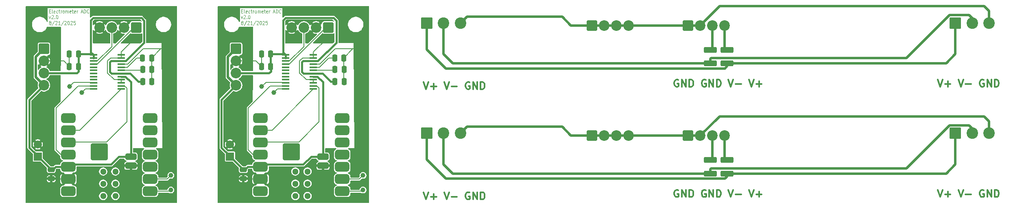
<source format=gbr>
%TF.GenerationSoftware,KiCad,Pcbnew,9.0.3*%
%TF.CreationDate,2025-08-26T07:18:43-07:00*%
%TF.ProjectId,board_prints,626f6172-645f-4707-9269-6e74732e6b69,rev?*%
%TF.SameCoordinates,Original*%
%TF.FileFunction,Copper,L1,Top*%
%TF.FilePolarity,Positive*%
%FSLAX46Y46*%
G04 Gerber Fmt 4.6, Leading zero omitted, Abs format (unit mm)*
G04 Created by KiCad (PCBNEW 9.0.3) date 2025-08-26 07:18:43*
%MOMM*%
%LPD*%
G01*
G04 APERTURE LIST*
G04 Aperture macros list*
%AMRoundRect*
0 Rectangle with rounded corners*
0 $1 Rounding radius*
0 $2 $3 $4 $5 $6 $7 $8 $9 X,Y pos of 4 corners*
0 Add a 4 corners polygon primitive as box body*
4,1,4,$2,$3,$4,$5,$6,$7,$8,$9,$2,$3,0*
0 Add four circle primitives for the rounded corners*
1,1,$1+$1,$2,$3*
1,1,$1+$1,$4,$5*
1,1,$1+$1,$6,$7*
1,1,$1+$1,$8,$9*
0 Add four rect primitives between the rounded corners*
20,1,$1+$1,$2,$3,$4,$5,0*
20,1,$1+$1,$4,$5,$6,$7,0*
20,1,$1+$1,$6,$7,$8,$9,0*
20,1,$1+$1,$8,$9,$2,$3,0*%
G04 Aperture macros list end*
%ADD10C,0.300000*%
%TA.AperFunction,NonConductor*%
%ADD11C,0.300000*%
%TD*%
%ADD12C,0.100000*%
%TA.AperFunction,NonConductor*%
%ADD13C,0.100000*%
%TD*%
%TA.AperFunction,SMDPad,CuDef*%
%ADD14RoundRect,0.250000X-0.475000X0.250000X-0.475000X-0.250000X0.475000X-0.250000X0.475000X0.250000X0*%
%TD*%
%TA.AperFunction,SMDPad,CuDef*%
%ADD15RoundRect,0.250000X0.250000X0.475000X-0.250000X0.475000X-0.250000X-0.475000X0.250000X-0.475000X0*%
%TD*%
%TA.AperFunction,ComponentPad*%
%ADD16RoundRect,0.249999X0.850001X0.850001X-0.850001X0.850001X-0.850001X-0.850001X0.850001X-0.850001X0*%
%TD*%
%TA.AperFunction,ComponentPad*%
%ADD17C,2.200000*%
%TD*%
%TA.AperFunction,ComponentPad*%
%ADD18R,1.700000X1.700000*%
%TD*%
%TA.AperFunction,ComponentPad*%
%ADD19C,1.700000*%
%TD*%
%TA.AperFunction,ComponentPad*%
%ADD20RoundRect,0.250001X-0.949999X-0.949999X0.949999X-0.949999X0.949999X0.949999X-0.949999X0.949999X0*%
%TD*%
%TA.AperFunction,ComponentPad*%
%ADD21C,2.400000*%
%TD*%
%TA.AperFunction,SMDPad,CuDef*%
%ADD22RoundRect,0.250000X-1.075000X0.375000X-1.075000X-0.375000X1.075000X-0.375000X1.075000X0.375000X0*%
%TD*%
%TA.AperFunction,SMDPad,CuDef*%
%ADD23RoundRect,0.051250X-0.698750X-0.153750X0.698750X-0.153750X0.698750X0.153750X-0.698750X0.153750X0*%
%TD*%
%TA.AperFunction,ComponentPad*%
%ADD24RoundRect,0.249999X-0.850001X0.850001X-0.850001X-0.850001X0.850001X-0.850001X0.850001X0.850001X0*%
%TD*%
%TA.AperFunction,SMDPad,CuDef*%
%ADD25RoundRect,0.500000X1.000000X0.500000X-1.000000X0.500000X-1.000000X-0.500000X1.000000X-0.500000X0*%
%TD*%
%TA.AperFunction,HeatsinkPad*%
%ADD26RoundRect,0.250000X1.500000X1.500000X-1.500000X1.500000X-1.500000X-1.500000X1.500000X-1.500000X0*%
%TD*%
%TA.AperFunction,SMDPad,CuDef*%
%ADD27RoundRect,0.250000X0.900000X0.400000X-0.900000X0.400000X-0.900000X-0.400000X0.900000X-0.400000X0*%
%TD*%
%TA.AperFunction,SMDPad,CuDef*%
%ADD28C,1.300000*%
%TD*%
%TA.AperFunction,ComponentPad*%
%ADD29RoundRect,0.249999X-0.850001X-0.850001X0.850001X-0.850001X0.850001X0.850001X-0.850001X0.850001X0*%
%TD*%
%TA.AperFunction,SMDPad,CuDef*%
%ADD30RoundRect,0.250000X-0.250000X-0.475000X0.250000X-0.475000X0.250000X0.475000X-0.250000X0.475000X0*%
%TD*%
%TA.AperFunction,ViaPad*%
%ADD31C,1.000000*%
%TD*%
%TA.AperFunction,ViaPad*%
%ADD32C,1.500000*%
%TD*%
%TA.AperFunction,Conductor*%
%ADD33C,0.500000*%
%TD*%
%TA.AperFunction,Conductor*%
%ADD34C,0.400000*%
%TD*%
%TA.AperFunction,Conductor*%
%ADD35C,0.200000*%
%TD*%
G04 APERTURE END LIST*
D10*
D11*
X128340225Y-147300828D02*
X128840225Y-148800828D01*
X128840225Y-148800828D02*
X129340225Y-147300828D01*
X129840224Y-148229400D02*
X130983082Y-148229400D01*
X130411653Y-148800828D02*
X130411653Y-147657971D01*
X132625939Y-147300828D02*
X133125939Y-148800828D01*
X133125939Y-148800828D02*
X133625939Y-147300828D01*
X134125938Y-148229400D02*
X135268796Y-148229400D01*
X137911653Y-147372257D02*
X137768796Y-147300828D01*
X137768796Y-147300828D02*
X137554510Y-147300828D01*
X137554510Y-147300828D02*
X137340224Y-147372257D01*
X137340224Y-147372257D02*
X137197367Y-147515114D01*
X137197367Y-147515114D02*
X137125938Y-147657971D01*
X137125938Y-147657971D02*
X137054510Y-147943685D01*
X137054510Y-147943685D02*
X137054510Y-148157971D01*
X137054510Y-148157971D02*
X137125938Y-148443685D01*
X137125938Y-148443685D02*
X137197367Y-148586542D01*
X137197367Y-148586542D02*
X137340224Y-148729400D01*
X137340224Y-148729400D02*
X137554510Y-148800828D01*
X137554510Y-148800828D02*
X137697367Y-148800828D01*
X137697367Y-148800828D02*
X137911653Y-148729400D01*
X137911653Y-148729400D02*
X137983081Y-148657971D01*
X137983081Y-148657971D02*
X137983081Y-148157971D01*
X137983081Y-148157971D02*
X137697367Y-148157971D01*
X138625938Y-148800828D02*
X138625938Y-147300828D01*
X138625938Y-147300828D02*
X139483081Y-148800828D01*
X139483081Y-148800828D02*
X139483081Y-147300828D01*
X140197367Y-148800828D02*
X140197367Y-147300828D01*
X140197367Y-147300828D02*
X140554510Y-147300828D01*
X140554510Y-147300828D02*
X140768796Y-147372257D01*
X140768796Y-147372257D02*
X140911653Y-147515114D01*
X140911653Y-147515114D02*
X140983082Y-147657971D01*
X140983082Y-147657971D02*
X141054510Y-147943685D01*
X141054510Y-147943685D02*
X141054510Y-148157971D01*
X141054510Y-148157971D02*
X140983082Y-148443685D01*
X140983082Y-148443685D02*
X140911653Y-148586542D01*
X140911653Y-148586542D02*
X140768796Y-148729400D01*
X140768796Y-148729400D02*
X140554510Y-148800828D01*
X140554510Y-148800828D02*
X140197367Y-148800828D01*
D10*
D11*
X235340225Y-146800828D02*
X235840225Y-148300828D01*
X235840225Y-148300828D02*
X236340225Y-146800828D01*
X236840224Y-147729400D02*
X237983082Y-147729400D01*
X237411653Y-148300828D02*
X237411653Y-147157971D01*
X239625939Y-146800828D02*
X240125939Y-148300828D01*
X240125939Y-148300828D02*
X240625939Y-146800828D01*
X241125938Y-147729400D02*
X242268796Y-147729400D01*
X244911653Y-146872257D02*
X244768796Y-146800828D01*
X244768796Y-146800828D02*
X244554510Y-146800828D01*
X244554510Y-146800828D02*
X244340224Y-146872257D01*
X244340224Y-146872257D02*
X244197367Y-147015114D01*
X244197367Y-147015114D02*
X244125938Y-147157971D01*
X244125938Y-147157971D02*
X244054510Y-147443685D01*
X244054510Y-147443685D02*
X244054510Y-147657971D01*
X244054510Y-147657971D02*
X244125938Y-147943685D01*
X244125938Y-147943685D02*
X244197367Y-148086542D01*
X244197367Y-148086542D02*
X244340224Y-148229400D01*
X244340224Y-148229400D02*
X244554510Y-148300828D01*
X244554510Y-148300828D02*
X244697367Y-148300828D01*
X244697367Y-148300828D02*
X244911653Y-148229400D01*
X244911653Y-148229400D02*
X244983081Y-148157971D01*
X244983081Y-148157971D02*
X244983081Y-147657971D01*
X244983081Y-147657971D02*
X244697367Y-147657971D01*
X245625938Y-148300828D02*
X245625938Y-146800828D01*
X245625938Y-146800828D02*
X246483081Y-148300828D01*
X246483081Y-148300828D02*
X246483081Y-146800828D01*
X247197367Y-148300828D02*
X247197367Y-146800828D01*
X247197367Y-146800828D02*
X247554510Y-146800828D01*
X247554510Y-146800828D02*
X247768796Y-146872257D01*
X247768796Y-146872257D02*
X247911653Y-147015114D01*
X247911653Y-147015114D02*
X247983082Y-147157971D01*
X247983082Y-147157971D02*
X248054510Y-147443685D01*
X248054510Y-147443685D02*
X248054510Y-147657971D01*
X248054510Y-147657971D02*
X247983082Y-147943685D01*
X247983082Y-147943685D02*
X247911653Y-148086542D01*
X247911653Y-148086542D02*
X247768796Y-148229400D01*
X247768796Y-148229400D02*
X247554510Y-148300828D01*
X247554510Y-148300828D02*
X247197367Y-148300828D01*
D12*
D13*
X50427550Y-109518241D02*
X50644217Y-109518241D01*
X50737074Y-109911098D02*
X50427550Y-109911098D01*
X50427550Y-109911098D02*
X50427550Y-109161098D01*
X50427550Y-109161098D02*
X50737074Y-109161098D01*
X51108503Y-109911098D02*
X51046598Y-109875384D01*
X51046598Y-109875384D02*
X51015645Y-109803955D01*
X51015645Y-109803955D02*
X51015645Y-109161098D01*
X51603740Y-109875384D02*
X51541836Y-109911098D01*
X51541836Y-109911098D02*
X51418026Y-109911098D01*
X51418026Y-109911098D02*
X51356121Y-109875384D01*
X51356121Y-109875384D02*
X51325169Y-109803955D01*
X51325169Y-109803955D02*
X51325169Y-109518241D01*
X51325169Y-109518241D02*
X51356121Y-109446812D01*
X51356121Y-109446812D02*
X51418026Y-109411098D01*
X51418026Y-109411098D02*
X51541836Y-109411098D01*
X51541836Y-109411098D02*
X51603740Y-109446812D01*
X51603740Y-109446812D02*
X51634693Y-109518241D01*
X51634693Y-109518241D02*
X51634693Y-109589669D01*
X51634693Y-109589669D02*
X51325169Y-109661098D01*
X52191836Y-109875384D02*
X52129931Y-109911098D01*
X52129931Y-109911098D02*
X52006122Y-109911098D01*
X52006122Y-109911098D02*
X51944217Y-109875384D01*
X51944217Y-109875384D02*
X51913264Y-109839669D01*
X51913264Y-109839669D02*
X51882312Y-109768241D01*
X51882312Y-109768241D02*
X51882312Y-109553955D01*
X51882312Y-109553955D02*
X51913264Y-109482526D01*
X51913264Y-109482526D02*
X51944217Y-109446812D01*
X51944217Y-109446812D02*
X52006122Y-109411098D01*
X52006122Y-109411098D02*
X52129931Y-109411098D01*
X52129931Y-109411098D02*
X52191836Y-109446812D01*
X52377550Y-109411098D02*
X52625169Y-109411098D01*
X52470407Y-109161098D02*
X52470407Y-109803955D01*
X52470407Y-109803955D02*
X52501360Y-109875384D01*
X52501360Y-109875384D02*
X52563265Y-109911098D01*
X52563265Y-109911098D02*
X52625169Y-109911098D01*
X52841836Y-109911098D02*
X52841836Y-109411098D01*
X52841836Y-109553955D02*
X52872789Y-109482526D01*
X52872789Y-109482526D02*
X52903741Y-109446812D01*
X52903741Y-109446812D02*
X52965646Y-109411098D01*
X52965646Y-109411098D02*
X53027551Y-109411098D01*
X53337075Y-109911098D02*
X53275170Y-109875384D01*
X53275170Y-109875384D02*
X53244217Y-109839669D01*
X53244217Y-109839669D02*
X53213265Y-109768241D01*
X53213265Y-109768241D02*
X53213265Y-109553955D01*
X53213265Y-109553955D02*
X53244217Y-109482526D01*
X53244217Y-109482526D02*
X53275170Y-109446812D01*
X53275170Y-109446812D02*
X53337075Y-109411098D01*
X53337075Y-109411098D02*
X53429932Y-109411098D01*
X53429932Y-109411098D02*
X53491836Y-109446812D01*
X53491836Y-109446812D02*
X53522789Y-109482526D01*
X53522789Y-109482526D02*
X53553741Y-109553955D01*
X53553741Y-109553955D02*
X53553741Y-109768241D01*
X53553741Y-109768241D02*
X53522789Y-109839669D01*
X53522789Y-109839669D02*
X53491836Y-109875384D01*
X53491836Y-109875384D02*
X53429932Y-109911098D01*
X53429932Y-109911098D02*
X53337075Y-109911098D01*
X53832312Y-109911098D02*
X53832312Y-109411098D01*
X53832312Y-109482526D02*
X53863265Y-109446812D01*
X53863265Y-109446812D02*
X53925170Y-109411098D01*
X53925170Y-109411098D02*
X54018027Y-109411098D01*
X54018027Y-109411098D02*
X54079931Y-109446812D01*
X54079931Y-109446812D02*
X54110884Y-109518241D01*
X54110884Y-109518241D02*
X54110884Y-109911098D01*
X54110884Y-109518241D02*
X54141836Y-109446812D01*
X54141836Y-109446812D02*
X54203741Y-109411098D01*
X54203741Y-109411098D02*
X54296598Y-109411098D01*
X54296598Y-109411098D02*
X54358503Y-109446812D01*
X54358503Y-109446812D02*
X54389455Y-109518241D01*
X54389455Y-109518241D02*
X54389455Y-109911098D01*
X54946598Y-109875384D02*
X54884694Y-109911098D01*
X54884694Y-109911098D02*
X54760884Y-109911098D01*
X54760884Y-109911098D02*
X54698979Y-109875384D01*
X54698979Y-109875384D02*
X54668027Y-109803955D01*
X54668027Y-109803955D02*
X54668027Y-109518241D01*
X54668027Y-109518241D02*
X54698979Y-109446812D01*
X54698979Y-109446812D02*
X54760884Y-109411098D01*
X54760884Y-109411098D02*
X54884694Y-109411098D01*
X54884694Y-109411098D02*
X54946598Y-109446812D01*
X54946598Y-109446812D02*
X54977551Y-109518241D01*
X54977551Y-109518241D02*
X54977551Y-109589669D01*
X54977551Y-109589669D02*
X54668027Y-109661098D01*
X55163265Y-109411098D02*
X55410884Y-109411098D01*
X55256122Y-109161098D02*
X55256122Y-109803955D01*
X55256122Y-109803955D02*
X55287075Y-109875384D01*
X55287075Y-109875384D02*
X55348980Y-109911098D01*
X55348980Y-109911098D02*
X55410884Y-109911098D01*
X55875170Y-109875384D02*
X55813266Y-109911098D01*
X55813266Y-109911098D02*
X55689456Y-109911098D01*
X55689456Y-109911098D02*
X55627551Y-109875384D01*
X55627551Y-109875384D02*
X55596599Y-109803955D01*
X55596599Y-109803955D02*
X55596599Y-109518241D01*
X55596599Y-109518241D02*
X55627551Y-109446812D01*
X55627551Y-109446812D02*
X55689456Y-109411098D01*
X55689456Y-109411098D02*
X55813266Y-109411098D01*
X55813266Y-109411098D02*
X55875170Y-109446812D01*
X55875170Y-109446812D02*
X55906123Y-109518241D01*
X55906123Y-109518241D02*
X55906123Y-109589669D01*
X55906123Y-109589669D02*
X55596599Y-109661098D01*
X56184694Y-109911098D02*
X56184694Y-109411098D01*
X56184694Y-109553955D02*
X56215647Y-109482526D01*
X56215647Y-109482526D02*
X56246599Y-109446812D01*
X56246599Y-109446812D02*
X56308504Y-109411098D01*
X56308504Y-109411098D02*
X56370409Y-109411098D01*
X57051361Y-109696812D02*
X57360885Y-109696812D01*
X56989456Y-109911098D02*
X57206123Y-109161098D01*
X57206123Y-109161098D02*
X57422790Y-109911098D01*
X57639456Y-109911098D02*
X57639456Y-109161098D01*
X57639456Y-109161098D02*
X57794218Y-109161098D01*
X57794218Y-109161098D02*
X57887075Y-109196812D01*
X57887075Y-109196812D02*
X57948980Y-109268241D01*
X57948980Y-109268241D02*
X57979933Y-109339669D01*
X57979933Y-109339669D02*
X58010885Y-109482526D01*
X58010885Y-109482526D02*
X58010885Y-109589669D01*
X58010885Y-109589669D02*
X57979933Y-109732526D01*
X57979933Y-109732526D02*
X57948980Y-109803955D01*
X57948980Y-109803955D02*
X57887075Y-109875384D01*
X57887075Y-109875384D02*
X57794218Y-109911098D01*
X57794218Y-109911098D02*
X57639456Y-109911098D01*
X58660885Y-109839669D02*
X58629933Y-109875384D01*
X58629933Y-109875384D02*
X58537075Y-109911098D01*
X58537075Y-109911098D02*
X58475171Y-109911098D01*
X58475171Y-109911098D02*
X58382314Y-109875384D01*
X58382314Y-109875384D02*
X58320409Y-109803955D01*
X58320409Y-109803955D02*
X58289456Y-109732526D01*
X58289456Y-109732526D02*
X58258504Y-109589669D01*
X58258504Y-109589669D02*
X58258504Y-109482526D01*
X58258504Y-109482526D02*
X58289456Y-109339669D01*
X58289456Y-109339669D02*
X58320409Y-109268241D01*
X58320409Y-109268241D02*
X58382314Y-109196812D01*
X58382314Y-109196812D02*
X58475171Y-109161098D01*
X58475171Y-109161098D02*
X58537075Y-109161098D01*
X58537075Y-109161098D02*
X58629933Y-109196812D01*
X58629933Y-109196812D02*
X58660885Y-109232526D01*
X50365646Y-110618556D02*
X50520408Y-111118556D01*
X50520408Y-111118556D02*
X50675169Y-110618556D01*
X50891836Y-110439984D02*
X50922788Y-110404270D01*
X50922788Y-110404270D02*
X50984693Y-110368556D01*
X50984693Y-110368556D02*
X51139455Y-110368556D01*
X51139455Y-110368556D02*
X51201360Y-110404270D01*
X51201360Y-110404270D02*
X51232312Y-110439984D01*
X51232312Y-110439984D02*
X51263265Y-110511413D01*
X51263265Y-110511413D02*
X51263265Y-110582842D01*
X51263265Y-110582842D02*
X51232312Y-110689984D01*
X51232312Y-110689984D02*
X50860884Y-111118556D01*
X50860884Y-111118556D02*
X51263265Y-111118556D01*
X51541836Y-111047127D02*
X51572789Y-111082842D01*
X51572789Y-111082842D02*
X51541836Y-111118556D01*
X51541836Y-111118556D02*
X51510884Y-111082842D01*
X51510884Y-111082842D02*
X51541836Y-111047127D01*
X51541836Y-111047127D02*
X51541836Y-111118556D01*
X51975170Y-110368556D02*
X52037075Y-110368556D01*
X52037075Y-110368556D02*
X52098979Y-110404270D01*
X52098979Y-110404270D02*
X52129932Y-110439984D01*
X52129932Y-110439984D02*
X52160884Y-110511413D01*
X52160884Y-110511413D02*
X52191837Y-110654270D01*
X52191837Y-110654270D02*
X52191837Y-110832842D01*
X52191837Y-110832842D02*
X52160884Y-110975699D01*
X52160884Y-110975699D02*
X52129932Y-111047127D01*
X52129932Y-111047127D02*
X52098979Y-111082842D01*
X52098979Y-111082842D02*
X52037075Y-111118556D01*
X52037075Y-111118556D02*
X51975170Y-111118556D01*
X51975170Y-111118556D02*
X51913265Y-111082842D01*
X51913265Y-111082842D02*
X51882313Y-111047127D01*
X51882313Y-111047127D02*
X51851360Y-110975699D01*
X51851360Y-110975699D02*
X51820408Y-110832842D01*
X51820408Y-110832842D02*
X51820408Y-110654270D01*
X51820408Y-110654270D02*
X51851360Y-110511413D01*
X51851360Y-110511413D02*
X51882313Y-110439984D01*
X51882313Y-110439984D02*
X51913265Y-110404270D01*
X51913265Y-110404270D02*
X51975170Y-110368556D01*
X50520408Y-111897442D02*
X50458503Y-111861728D01*
X50458503Y-111861728D02*
X50427550Y-111826014D01*
X50427550Y-111826014D02*
X50396598Y-111754585D01*
X50396598Y-111754585D02*
X50396598Y-111718871D01*
X50396598Y-111718871D02*
X50427550Y-111647442D01*
X50427550Y-111647442D02*
X50458503Y-111611728D01*
X50458503Y-111611728D02*
X50520408Y-111576014D01*
X50520408Y-111576014D02*
X50644217Y-111576014D01*
X50644217Y-111576014D02*
X50706122Y-111611728D01*
X50706122Y-111611728D02*
X50737074Y-111647442D01*
X50737074Y-111647442D02*
X50768027Y-111718871D01*
X50768027Y-111718871D02*
X50768027Y-111754585D01*
X50768027Y-111754585D02*
X50737074Y-111826014D01*
X50737074Y-111826014D02*
X50706122Y-111861728D01*
X50706122Y-111861728D02*
X50644217Y-111897442D01*
X50644217Y-111897442D02*
X50520408Y-111897442D01*
X50520408Y-111897442D02*
X50458503Y-111933157D01*
X50458503Y-111933157D02*
X50427550Y-111968871D01*
X50427550Y-111968871D02*
X50396598Y-112040300D01*
X50396598Y-112040300D02*
X50396598Y-112183157D01*
X50396598Y-112183157D02*
X50427550Y-112254585D01*
X50427550Y-112254585D02*
X50458503Y-112290300D01*
X50458503Y-112290300D02*
X50520408Y-112326014D01*
X50520408Y-112326014D02*
X50644217Y-112326014D01*
X50644217Y-112326014D02*
X50706122Y-112290300D01*
X50706122Y-112290300D02*
X50737074Y-112254585D01*
X50737074Y-112254585D02*
X50768027Y-112183157D01*
X50768027Y-112183157D02*
X50768027Y-112040300D01*
X50768027Y-112040300D02*
X50737074Y-111968871D01*
X50737074Y-111968871D02*
X50706122Y-111933157D01*
X50706122Y-111933157D02*
X50644217Y-111897442D01*
X51510884Y-111540300D02*
X50953741Y-112504585D01*
X51696598Y-111647442D02*
X51727550Y-111611728D01*
X51727550Y-111611728D02*
X51789455Y-111576014D01*
X51789455Y-111576014D02*
X51944217Y-111576014D01*
X51944217Y-111576014D02*
X52006122Y-111611728D01*
X52006122Y-111611728D02*
X52037074Y-111647442D01*
X52037074Y-111647442D02*
X52068027Y-111718871D01*
X52068027Y-111718871D02*
X52068027Y-111790300D01*
X52068027Y-111790300D02*
X52037074Y-111897442D01*
X52037074Y-111897442D02*
X51665646Y-112326014D01*
X51665646Y-112326014D02*
X52068027Y-112326014D01*
X52687075Y-112326014D02*
X52315646Y-112326014D01*
X52501360Y-112326014D02*
X52501360Y-111576014D01*
X52501360Y-111576014D02*
X52439456Y-111683157D01*
X52439456Y-111683157D02*
X52377551Y-111754585D01*
X52377551Y-111754585D02*
X52315646Y-111790300D01*
X53429932Y-111540300D02*
X52872789Y-112504585D01*
X53615646Y-111647442D02*
X53646598Y-111611728D01*
X53646598Y-111611728D02*
X53708503Y-111576014D01*
X53708503Y-111576014D02*
X53863265Y-111576014D01*
X53863265Y-111576014D02*
X53925170Y-111611728D01*
X53925170Y-111611728D02*
X53956122Y-111647442D01*
X53956122Y-111647442D02*
X53987075Y-111718871D01*
X53987075Y-111718871D02*
X53987075Y-111790300D01*
X53987075Y-111790300D02*
X53956122Y-111897442D01*
X53956122Y-111897442D02*
X53584694Y-112326014D01*
X53584694Y-112326014D02*
X53987075Y-112326014D01*
X54389456Y-111576014D02*
X54451361Y-111576014D01*
X54451361Y-111576014D02*
X54513265Y-111611728D01*
X54513265Y-111611728D02*
X54544218Y-111647442D01*
X54544218Y-111647442D02*
X54575170Y-111718871D01*
X54575170Y-111718871D02*
X54606123Y-111861728D01*
X54606123Y-111861728D02*
X54606123Y-112040300D01*
X54606123Y-112040300D02*
X54575170Y-112183157D01*
X54575170Y-112183157D02*
X54544218Y-112254585D01*
X54544218Y-112254585D02*
X54513265Y-112290300D01*
X54513265Y-112290300D02*
X54451361Y-112326014D01*
X54451361Y-112326014D02*
X54389456Y-112326014D01*
X54389456Y-112326014D02*
X54327551Y-112290300D01*
X54327551Y-112290300D02*
X54296599Y-112254585D01*
X54296599Y-112254585D02*
X54265646Y-112183157D01*
X54265646Y-112183157D02*
X54234694Y-112040300D01*
X54234694Y-112040300D02*
X54234694Y-111861728D01*
X54234694Y-111861728D02*
X54265646Y-111718871D01*
X54265646Y-111718871D02*
X54296599Y-111647442D01*
X54296599Y-111647442D02*
X54327551Y-111611728D01*
X54327551Y-111611728D02*
X54389456Y-111576014D01*
X54853742Y-111647442D02*
X54884694Y-111611728D01*
X54884694Y-111611728D02*
X54946599Y-111576014D01*
X54946599Y-111576014D02*
X55101361Y-111576014D01*
X55101361Y-111576014D02*
X55163266Y-111611728D01*
X55163266Y-111611728D02*
X55194218Y-111647442D01*
X55194218Y-111647442D02*
X55225171Y-111718871D01*
X55225171Y-111718871D02*
X55225171Y-111790300D01*
X55225171Y-111790300D02*
X55194218Y-111897442D01*
X55194218Y-111897442D02*
X54822790Y-112326014D01*
X54822790Y-112326014D02*
X55225171Y-112326014D01*
X55813266Y-111576014D02*
X55503742Y-111576014D01*
X55503742Y-111576014D02*
X55472790Y-111933157D01*
X55472790Y-111933157D02*
X55503742Y-111897442D01*
X55503742Y-111897442D02*
X55565647Y-111861728D01*
X55565647Y-111861728D02*
X55720409Y-111861728D01*
X55720409Y-111861728D02*
X55782314Y-111897442D01*
X55782314Y-111897442D02*
X55813266Y-111933157D01*
X55813266Y-111933157D02*
X55844219Y-112004585D01*
X55844219Y-112004585D02*
X55844219Y-112183157D01*
X55844219Y-112183157D02*
X55813266Y-112254585D01*
X55813266Y-112254585D02*
X55782314Y-112290300D01*
X55782314Y-112290300D02*
X55720409Y-112326014D01*
X55720409Y-112326014D02*
X55565647Y-112326014D01*
X55565647Y-112326014D02*
X55503742Y-112290300D01*
X55503742Y-112290300D02*
X55472790Y-112254585D01*
D10*
D11*
X235340225Y-123800828D02*
X235840225Y-125300828D01*
X235840225Y-125300828D02*
X236340225Y-123800828D01*
X236840224Y-124729400D02*
X237983082Y-124729400D01*
X237411653Y-125300828D02*
X237411653Y-124157971D01*
X239625939Y-123800828D02*
X240125939Y-125300828D01*
X240125939Y-125300828D02*
X240625939Y-123800828D01*
X241125938Y-124729400D02*
X242268796Y-124729400D01*
X244911653Y-123872257D02*
X244768796Y-123800828D01*
X244768796Y-123800828D02*
X244554510Y-123800828D01*
X244554510Y-123800828D02*
X244340224Y-123872257D01*
X244340224Y-123872257D02*
X244197367Y-124015114D01*
X244197367Y-124015114D02*
X244125938Y-124157971D01*
X244125938Y-124157971D02*
X244054510Y-124443685D01*
X244054510Y-124443685D02*
X244054510Y-124657971D01*
X244054510Y-124657971D02*
X244125938Y-124943685D01*
X244125938Y-124943685D02*
X244197367Y-125086542D01*
X244197367Y-125086542D02*
X244340224Y-125229400D01*
X244340224Y-125229400D02*
X244554510Y-125300828D01*
X244554510Y-125300828D02*
X244697367Y-125300828D01*
X244697367Y-125300828D02*
X244911653Y-125229400D01*
X244911653Y-125229400D02*
X244983081Y-125157971D01*
X244983081Y-125157971D02*
X244983081Y-124657971D01*
X244983081Y-124657971D02*
X244697367Y-124657971D01*
X245625938Y-125300828D02*
X245625938Y-123800828D01*
X245625938Y-123800828D02*
X246483081Y-125300828D01*
X246483081Y-125300828D02*
X246483081Y-123800828D01*
X247197367Y-125300828D02*
X247197367Y-123800828D01*
X247197367Y-123800828D02*
X247554510Y-123800828D01*
X247554510Y-123800828D02*
X247768796Y-123872257D01*
X247768796Y-123872257D02*
X247911653Y-124015114D01*
X247911653Y-124015114D02*
X247983082Y-124157971D01*
X247983082Y-124157971D02*
X248054510Y-124443685D01*
X248054510Y-124443685D02*
X248054510Y-124657971D01*
X248054510Y-124657971D02*
X247983082Y-124943685D01*
X247983082Y-124943685D02*
X247911653Y-125086542D01*
X247911653Y-125086542D02*
X247768796Y-125229400D01*
X247768796Y-125229400D02*
X247554510Y-125300828D01*
X247554510Y-125300828D02*
X247197367Y-125300828D01*
D10*
D11*
X181340225Y-146872257D02*
X181197368Y-146800828D01*
X181197368Y-146800828D02*
X180983082Y-146800828D01*
X180983082Y-146800828D02*
X180768796Y-146872257D01*
X180768796Y-146872257D02*
X180625939Y-147015114D01*
X180625939Y-147015114D02*
X180554510Y-147157971D01*
X180554510Y-147157971D02*
X180483082Y-147443685D01*
X180483082Y-147443685D02*
X180483082Y-147657971D01*
X180483082Y-147657971D02*
X180554510Y-147943685D01*
X180554510Y-147943685D02*
X180625939Y-148086542D01*
X180625939Y-148086542D02*
X180768796Y-148229400D01*
X180768796Y-148229400D02*
X180983082Y-148300828D01*
X180983082Y-148300828D02*
X181125939Y-148300828D01*
X181125939Y-148300828D02*
X181340225Y-148229400D01*
X181340225Y-148229400D02*
X181411653Y-148157971D01*
X181411653Y-148157971D02*
X181411653Y-147657971D01*
X181411653Y-147657971D02*
X181125939Y-147657971D01*
X182054510Y-148300828D02*
X182054510Y-146800828D01*
X182054510Y-146800828D02*
X182911653Y-148300828D01*
X182911653Y-148300828D02*
X182911653Y-146800828D01*
X183625939Y-148300828D02*
X183625939Y-146800828D01*
X183625939Y-146800828D02*
X183983082Y-146800828D01*
X183983082Y-146800828D02*
X184197368Y-146872257D01*
X184197368Y-146872257D02*
X184340225Y-147015114D01*
X184340225Y-147015114D02*
X184411654Y-147157971D01*
X184411654Y-147157971D02*
X184483082Y-147443685D01*
X184483082Y-147443685D02*
X184483082Y-147657971D01*
X184483082Y-147657971D02*
X184411654Y-147943685D01*
X184411654Y-147943685D02*
X184340225Y-148086542D01*
X184340225Y-148086542D02*
X184197368Y-148229400D01*
X184197368Y-148229400D02*
X183983082Y-148300828D01*
X183983082Y-148300828D02*
X183625939Y-148300828D01*
X187054511Y-146872257D02*
X186911654Y-146800828D01*
X186911654Y-146800828D02*
X186697368Y-146800828D01*
X186697368Y-146800828D02*
X186483082Y-146872257D01*
X186483082Y-146872257D02*
X186340225Y-147015114D01*
X186340225Y-147015114D02*
X186268796Y-147157971D01*
X186268796Y-147157971D02*
X186197368Y-147443685D01*
X186197368Y-147443685D02*
X186197368Y-147657971D01*
X186197368Y-147657971D02*
X186268796Y-147943685D01*
X186268796Y-147943685D02*
X186340225Y-148086542D01*
X186340225Y-148086542D02*
X186483082Y-148229400D01*
X186483082Y-148229400D02*
X186697368Y-148300828D01*
X186697368Y-148300828D02*
X186840225Y-148300828D01*
X186840225Y-148300828D02*
X187054511Y-148229400D01*
X187054511Y-148229400D02*
X187125939Y-148157971D01*
X187125939Y-148157971D02*
X187125939Y-147657971D01*
X187125939Y-147657971D02*
X186840225Y-147657971D01*
X187768796Y-148300828D02*
X187768796Y-146800828D01*
X187768796Y-146800828D02*
X188625939Y-148300828D01*
X188625939Y-148300828D02*
X188625939Y-146800828D01*
X189340225Y-148300828D02*
X189340225Y-146800828D01*
X189340225Y-146800828D02*
X189697368Y-146800828D01*
X189697368Y-146800828D02*
X189911654Y-146872257D01*
X189911654Y-146872257D02*
X190054511Y-147015114D01*
X190054511Y-147015114D02*
X190125940Y-147157971D01*
X190125940Y-147157971D02*
X190197368Y-147443685D01*
X190197368Y-147443685D02*
X190197368Y-147657971D01*
X190197368Y-147657971D02*
X190125940Y-147943685D01*
X190125940Y-147943685D02*
X190054511Y-148086542D01*
X190054511Y-148086542D02*
X189911654Y-148229400D01*
X189911654Y-148229400D02*
X189697368Y-148300828D01*
X189697368Y-148300828D02*
X189340225Y-148300828D01*
X191768797Y-146800828D02*
X192268797Y-148300828D01*
X192268797Y-148300828D02*
X192768797Y-146800828D01*
X193268796Y-147729400D02*
X194411654Y-147729400D01*
X196054511Y-146800828D02*
X196554511Y-148300828D01*
X196554511Y-148300828D02*
X197054511Y-146800828D01*
X197554510Y-147729400D02*
X198697368Y-147729400D01*
X198125939Y-148300828D02*
X198125939Y-147157971D01*
D12*
D13*
X90415550Y-109518241D02*
X90632217Y-109518241D01*
X90725074Y-109911098D02*
X90415550Y-109911098D01*
X90415550Y-109911098D02*
X90415550Y-109161098D01*
X90415550Y-109161098D02*
X90725074Y-109161098D01*
X91096503Y-109911098D02*
X91034598Y-109875384D01*
X91034598Y-109875384D02*
X91003645Y-109803955D01*
X91003645Y-109803955D02*
X91003645Y-109161098D01*
X91591740Y-109875384D02*
X91529836Y-109911098D01*
X91529836Y-109911098D02*
X91406026Y-109911098D01*
X91406026Y-109911098D02*
X91344121Y-109875384D01*
X91344121Y-109875384D02*
X91313169Y-109803955D01*
X91313169Y-109803955D02*
X91313169Y-109518241D01*
X91313169Y-109518241D02*
X91344121Y-109446812D01*
X91344121Y-109446812D02*
X91406026Y-109411098D01*
X91406026Y-109411098D02*
X91529836Y-109411098D01*
X91529836Y-109411098D02*
X91591740Y-109446812D01*
X91591740Y-109446812D02*
X91622693Y-109518241D01*
X91622693Y-109518241D02*
X91622693Y-109589669D01*
X91622693Y-109589669D02*
X91313169Y-109661098D01*
X92179836Y-109875384D02*
X92117931Y-109911098D01*
X92117931Y-109911098D02*
X91994122Y-109911098D01*
X91994122Y-109911098D02*
X91932217Y-109875384D01*
X91932217Y-109875384D02*
X91901264Y-109839669D01*
X91901264Y-109839669D02*
X91870312Y-109768241D01*
X91870312Y-109768241D02*
X91870312Y-109553955D01*
X91870312Y-109553955D02*
X91901264Y-109482526D01*
X91901264Y-109482526D02*
X91932217Y-109446812D01*
X91932217Y-109446812D02*
X91994122Y-109411098D01*
X91994122Y-109411098D02*
X92117931Y-109411098D01*
X92117931Y-109411098D02*
X92179836Y-109446812D01*
X92365550Y-109411098D02*
X92613169Y-109411098D01*
X92458407Y-109161098D02*
X92458407Y-109803955D01*
X92458407Y-109803955D02*
X92489360Y-109875384D01*
X92489360Y-109875384D02*
X92551265Y-109911098D01*
X92551265Y-109911098D02*
X92613169Y-109911098D01*
X92829836Y-109911098D02*
X92829836Y-109411098D01*
X92829836Y-109553955D02*
X92860789Y-109482526D01*
X92860789Y-109482526D02*
X92891741Y-109446812D01*
X92891741Y-109446812D02*
X92953646Y-109411098D01*
X92953646Y-109411098D02*
X93015551Y-109411098D01*
X93325075Y-109911098D02*
X93263170Y-109875384D01*
X93263170Y-109875384D02*
X93232217Y-109839669D01*
X93232217Y-109839669D02*
X93201265Y-109768241D01*
X93201265Y-109768241D02*
X93201265Y-109553955D01*
X93201265Y-109553955D02*
X93232217Y-109482526D01*
X93232217Y-109482526D02*
X93263170Y-109446812D01*
X93263170Y-109446812D02*
X93325075Y-109411098D01*
X93325075Y-109411098D02*
X93417932Y-109411098D01*
X93417932Y-109411098D02*
X93479836Y-109446812D01*
X93479836Y-109446812D02*
X93510789Y-109482526D01*
X93510789Y-109482526D02*
X93541741Y-109553955D01*
X93541741Y-109553955D02*
X93541741Y-109768241D01*
X93541741Y-109768241D02*
X93510789Y-109839669D01*
X93510789Y-109839669D02*
X93479836Y-109875384D01*
X93479836Y-109875384D02*
X93417932Y-109911098D01*
X93417932Y-109911098D02*
X93325075Y-109911098D01*
X93820312Y-109911098D02*
X93820312Y-109411098D01*
X93820312Y-109482526D02*
X93851265Y-109446812D01*
X93851265Y-109446812D02*
X93913170Y-109411098D01*
X93913170Y-109411098D02*
X94006027Y-109411098D01*
X94006027Y-109411098D02*
X94067931Y-109446812D01*
X94067931Y-109446812D02*
X94098884Y-109518241D01*
X94098884Y-109518241D02*
X94098884Y-109911098D01*
X94098884Y-109518241D02*
X94129836Y-109446812D01*
X94129836Y-109446812D02*
X94191741Y-109411098D01*
X94191741Y-109411098D02*
X94284598Y-109411098D01*
X94284598Y-109411098D02*
X94346503Y-109446812D01*
X94346503Y-109446812D02*
X94377455Y-109518241D01*
X94377455Y-109518241D02*
X94377455Y-109911098D01*
X94934598Y-109875384D02*
X94872694Y-109911098D01*
X94872694Y-109911098D02*
X94748884Y-109911098D01*
X94748884Y-109911098D02*
X94686979Y-109875384D01*
X94686979Y-109875384D02*
X94656027Y-109803955D01*
X94656027Y-109803955D02*
X94656027Y-109518241D01*
X94656027Y-109518241D02*
X94686979Y-109446812D01*
X94686979Y-109446812D02*
X94748884Y-109411098D01*
X94748884Y-109411098D02*
X94872694Y-109411098D01*
X94872694Y-109411098D02*
X94934598Y-109446812D01*
X94934598Y-109446812D02*
X94965551Y-109518241D01*
X94965551Y-109518241D02*
X94965551Y-109589669D01*
X94965551Y-109589669D02*
X94656027Y-109661098D01*
X95151265Y-109411098D02*
X95398884Y-109411098D01*
X95244122Y-109161098D02*
X95244122Y-109803955D01*
X95244122Y-109803955D02*
X95275075Y-109875384D01*
X95275075Y-109875384D02*
X95336980Y-109911098D01*
X95336980Y-109911098D02*
X95398884Y-109911098D01*
X95863170Y-109875384D02*
X95801266Y-109911098D01*
X95801266Y-109911098D02*
X95677456Y-109911098D01*
X95677456Y-109911098D02*
X95615551Y-109875384D01*
X95615551Y-109875384D02*
X95584599Y-109803955D01*
X95584599Y-109803955D02*
X95584599Y-109518241D01*
X95584599Y-109518241D02*
X95615551Y-109446812D01*
X95615551Y-109446812D02*
X95677456Y-109411098D01*
X95677456Y-109411098D02*
X95801266Y-109411098D01*
X95801266Y-109411098D02*
X95863170Y-109446812D01*
X95863170Y-109446812D02*
X95894123Y-109518241D01*
X95894123Y-109518241D02*
X95894123Y-109589669D01*
X95894123Y-109589669D02*
X95584599Y-109661098D01*
X96172694Y-109911098D02*
X96172694Y-109411098D01*
X96172694Y-109553955D02*
X96203647Y-109482526D01*
X96203647Y-109482526D02*
X96234599Y-109446812D01*
X96234599Y-109446812D02*
X96296504Y-109411098D01*
X96296504Y-109411098D02*
X96358409Y-109411098D01*
X97039361Y-109696812D02*
X97348885Y-109696812D01*
X96977456Y-109911098D02*
X97194123Y-109161098D01*
X97194123Y-109161098D02*
X97410790Y-109911098D01*
X97627456Y-109911098D02*
X97627456Y-109161098D01*
X97627456Y-109161098D02*
X97782218Y-109161098D01*
X97782218Y-109161098D02*
X97875075Y-109196812D01*
X97875075Y-109196812D02*
X97936980Y-109268241D01*
X97936980Y-109268241D02*
X97967933Y-109339669D01*
X97967933Y-109339669D02*
X97998885Y-109482526D01*
X97998885Y-109482526D02*
X97998885Y-109589669D01*
X97998885Y-109589669D02*
X97967933Y-109732526D01*
X97967933Y-109732526D02*
X97936980Y-109803955D01*
X97936980Y-109803955D02*
X97875075Y-109875384D01*
X97875075Y-109875384D02*
X97782218Y-109911098D01*
X97782218Y-109911098D02*
X97627456Y-109911098D01*
X98648885Y-109839669D02*
X98617933Y-109875384D01*
X98617933Y-109875384D02*
X98525075Y-109911098D01*
X98525075Y-109911098D02*
X98463171Y-109911098D01*
X98463171Y-109911098D02*
X98370314Y-109875384D01*
X98370314Y-109875384D02*
X98308409Y-109803955D01*
X98308409Y-109803955D02*
X98277456Y-109732526D01*
X98277456Y-109732526D02*
X98246504Y-109589669D01*
X98246504Y-109589669D02*
X98246504Y-109482526D01*
X98246504Y-109482526D02*
X98277456Y-109339669D01*
X98277456Y-109339669D02*
X98308409Y-109268241D01*
X98308409Y-109268241D02*
X98370314Y-109196812D01*
X98370314Y-109196812D02*
X98463171Y-109161098D01*
X98463171Y-109161098D02*
X98525075Y-109161098D01*
X98525075Y-109161098D02*
X98617933Y-109196812D01*
X98617933Y-109196812D02*
X98648885Y-109232526D01*
X90353646Y-110618556D02*
X90508408Y-111118556D01*
X90508408Y-111118556D02*
X90663169Y-110618556D01*
X90879836Y-110439984D02*
X90910788Y-110404270D01*
X90910788Y-110404270D02*
X90972693Y-110368556D01*
X90972693Y-110368556D02*
X91127455Y-110368556D01*
X91127455Y-110368556D02*
X91189360Y-110404270D01*
X91189360Y-110404270D02*
X91220312Y-110439984D01*
X91220312Y-110439984D02*
X91251265Y-110511413D01*
X91251265Y-110511413D02*
X91251265Y-110582842D01*
X91251265Y-110582842D02*
X91220312Y-110689984D01*
X91220312Y-110689984D02*
X90848884Y-111118556D01*
X90848884Y-111118556D02*
X91251265Y-111118556D01*
X91529836Y-111047127D02*
X91560789Y-111082842D01*
X91560789Y-111082842D02*
X91529836Y-111118556D01*
X91529836Y-111118556D02*
X91498884Y-111082842D01*
X91498884Y-111082842D02*
X91529836Y-111047127D01*
X91529836Y-111047127D02*
X91529836Y-111118556D01*
X91963170Y-110368556D02*
X92025075Y-110368556D01*
X92025075Y-110368556D02*
X92086979Y-110404270D01*
X92086979Y-110404270D02*
X92117932Y-110439984D01*
X92117932Y-110439984D02*
X92148884Y-110511413D01*
X92148884Y-110511413D02*
X92179837Y-110654270D01*
X92179837Y-110654270D02*
X92179837Y-110832842D01*
X92179837Y-110832842D02*
X92148884Y-110975699D01*
X92148884Y-110975699D02*
X92117932Y-111047127D01*
X92117932Y-111047127D02*
X92086979Y-111082842D01*
X92086979Y-111082842D02*
X92025075Y-111118556D01*
X92025075Y-111118556D02*
X91963170Y-111118556D01*
X91963170Y-111118556D02*
X91901265Y-111082842D01*
X91901265Y-111082842D02*
X91870313Y-111047127D01*
X91870313Y-111047127D02*
X91839360Y-110975699D01*
X91839360Y-110975699D02*
X91808408Y-110832842D01*
X91808408Y-110832842D02*
X91808408Y-110654270D01*
X91808408Y-110654270D02*
X91839360Y-110511413D01*
X91839360Y-110511413D02*
X91870313Y-110439984D01*
X91870313Y-110439984D02*
X91901265Y-110404270D01*
X91901265Y-110404270D02*
X91963170Y-110368556D01*
X90508408Y-111897442D02*
X90446503Y-111861728D01*
X90446503Y-111861728D02*
X90415550Y-111826014D01*
X90415550Y-111826014D02*
X90384598Y-111754585D01*
X90384598Y-111754585D02*
X90384598Y-111718871D01*
X90384598Y-111718871D02*
X90415550Y-111647442D01*
X90415550Y-111647442D02*
X90446503Y-111611728D01*
X90446503Y-111611728D02*
X90508408Y-111576014D01*
X90508408Y-111576014D02*
X90632217Y-111576014D01*
X90632217Y-111576014D02*
X90694122Y-111611728D01*
X90694122Y-111611728D02*
X90725074Y-111647442D01*
X90725074Y-111647442D02*
X90756027Y-111718871D01*
X90756027Y-111718871D02*
X90756027Y-111754585D01*
X90756027Y-111754585D02*
X90725074Y-111826014D01*
X90725074Y-111826014D02*
X90694122Y-111861728D01*
X90694122Y-111861728D02*
X90632217Y-111897442D01*
X90632217Y-111897442D02*
X90508408Y-111897442D01*
X90508408Y-111897442D02*
X90446503Y-111933157D01*
X90446503Y-111933157D02*
X90415550Y-111968871D01*
X90415550Y-111968871D02*
X90384598Y-112040300D01*
X90384598Y-112040300D02*
X90384598Y-112183157D01*
X90384598Y-112183157D02*
X90415550Y-112254585D01*
X90415550Y-112254585D02*
X90446503Y-112290300D01*
X90446503Y-112290300D02*
X90508408Y-112326014D01*
X90508408Y-112326014D02*
X90632217Y-112326014D01*
X90632217Y-112326014D02*
X90694122Y-112290300D01*
X90694122Y-112290300D02*
X90725074Y-112254585D01*
X90725074Y-112254585D02*
X90756027Y-112183157D01*
X90756027Y-112183157D02*
X90756027Y-112040300D01*
X90756027Y-112040300D02*
X90725074Y-111968871D01*
X90725074Y-111968871D02*
X90694122Y-111933157D01*
X90694122Y-111933157D02*
X90632217Y-111897442D01*
X91498884Y-111540300D02*
X90941741Y-112504585D01*
X91684598Y-111647442D02*
X91715550Y-111611728D01*
X91715550Y-111611728D02*
X91777455Y-111576014D01*
X91777455Y-111576014D02*
X91932217Y-111576014D01*
X91932217Y-111576014D02*
X91994122Y-111611728D01*
X91994122Y-111611728D02*
X92025074Y-111647442D01*
X92025074Y-111647442D02*
X92056027Y-111718871D01*
X92056027Y-111718871D02*
X92056027Y-111790300D01*
X92056027Y-111790300D02*
X92025074Y-111897442D01*
X92025074Y-111897442D02*
X91653646Y-112326014D01*
X91653646Y-112326014D02*
X92056027Y-112326014D01*
X92675075Y-112326014D02*
X92303646Y-112326014D01*
X92489360Y-112326014D02*
X92489360Y-111576014D01*
X92489360Y-111576014D02*
X92427456Y-111683157D01*
X92427456Y-111683157D02*
X92365551Y-111754585D01*
X92365551Y-111754585D02*
X92303646Y-111790300D01*
X93417932Y-111540300D02*
X92860789Y-112504585D01*
X93603646Y-111647442D02*
X93634598Y-111611728D01*
X93634598Y-111611728D02*
X93696503Y-111576014D01*
X93696503Y-111576014D02*
X93851265Y-111576014D01*
X93851265Y-111576014D02*
X93913170Y-111611728D01*
X93913170Y-111611728D02*
X93944122Y-111647442D01*
X93944122Y-111647442D02*
X93975075Y-111718871D01*
X93975075Y-111718871D02*
X93975075Y-111790300D01*
X93975075Y-111790300D02*
X93944122Y-111897442D01*
X93944122Y-111897442D02*
X93572694Y-112326014D01*
X93572694Y-112326014D02*
X93975075Y-112326014D01*
X94377456Y-111576014D02*
X94439361Y-111576014D01*
X94439361Y-111576014D02*
X94501265Y-111611728D01*
X94501265Y-111611728D02*
X94532218Y-111647442D01*
X94532218Y-111647442D02*
X94563170Y-111718871D01*
X94563170Y-111718871D02*
X94594123Y-111861728D01*
X94594123Y-111861728D02*
X94594123Y-112040300D01*
X94594123Y-112040300D02*
X94563170Y-112183157D01*
X94563170Y-112183157D02*
X94532218Y-112254585D01*
X94532218Y-112254585D02*
X94501265Y-112290300D01*
X94501265Y-112290300D02*
X94439361Y-112326014D01*
X94439361Y-112326014D02*
X94377456Y-112326014D01*
X94377456Y-112326014D02*
X94315551Y-112290300D01*
X94315551Y-112290300D02*
X94284599Y-112254585D01*
X94284599Y-112254585D02*
X94253646Y-112183157D01*
X94253646Y-112183157D02*
X94222694Y-112040300D01*
X94222694Y-112040300D02*
X94222694Y-111861728D01*
X94222694Y-111861728D02*
X94253646Y-111718871D01*
X94253646Y-111718871D02*
X94284599Y-111647442D01*
X94284599Y-111647442D02*
X94315551Y-111611728D01*
X94315551Y-111611728D02*
X94377456Y-111576014D01*
X94841742Y-111647442D02*
X94872694Y-111611728D01*
X94872694Y-111611728D02*
X94934599Y-111576014D01*
X94934599Y-111576014D02*
X95089361Y-111576014D01*
X95089361Y-111576014D02*
X95151266Y-111611728D01*
X95151266Y-111611728D02*
X95182218Y-111647442D01*
X95182218Y-111647442D02*
X95213171Y-111718871D01*
X95213171Y-111718871D02*
X95213171Y-111790300D01*
X95213171Y-111790300D02*
X95182218Y-111897442D01*
X95182218Y-111897442D02*
X94810790Y-112326014D01*
X94810790Y-112326014D02*
X95213171Y-112326014D01*
X95801266Y-111576014D02*
X95491742Y-111576014D01*
X95491742Y-111576014D02*
X95460790Y-111933157D01*
X95460790Y-111933157D02*
X95491742Y-111897442D01*
X95491742Y-111897442D02*
X95553647Y-111861728D01*
X95553647Y-111861728D02*
X95708409Y-111861728D01*
X95708409Y-111861728D02*
X95770314Y-111897442D01*
X95770314Y-111897442D02*
X95801266Y-111933157D01*
X95801266Y-111933157D02*
X95832219Y-112004585D01*
X95832219Y-112004585D02*
X95832219Y-112183157D01*
X95832219Y-112183157D02*
X95801266Y-112254585D01*
X95801266Y-112254585D02*
X95770314Y-112290300D01*
X95770314Y-112290300D02*
X95708409Y-112326014D01*
X95708409Y-112326014D02*
X95553647Y-112326014D01*
X95553647Y-112326014D02*
X95491742Y-112290300D01*
X95491742Y-112290300D02*
X95460790Y-112254585D01*
D10*
D11*
X181340225Y-123872257D02*
X181197368Y-123800828D01*
X181197368Y-123800828D02*
X180983082Y-123800828D01*
X180983082Y-123800828D02*
X180768796Y-123872257D01*
X180768796Y-123872257D02*
X180625939Y-124015114D01*
X180625939Y-124015114D02*
X180554510Y-124157971D01*
X180554510Y-124157971D02*
X180483082Y-124443685D01*
X180483082Y-124443685D02*
X180483082Y-124657971D01*
X180483082Y-124657971D02*
X180554510Y-124943685D01*
X180554510Y-124943685D02*
X180625939Y-125086542D01*
X180625939Y-125086542D02*
X180768796Y-125229400D01*
X180768796Y-125229400D02*
X180983082Y-125300828D01*
X180983082Y-125300828D02*
X181125939Y-125300828D01*
X181125939Y-125300828D02*
X181340225Y-125229400D01*
X181340225Y-125229400D02*
X181411653Y-125157971D01*
X181411653Y-125157971D02*
X181411653Y-124657971D01*
X181411653Y-124657971D02*
X181125939Y-124657971D01*
X182054510Y-125300828D02*
X182054510Y-123800828D01*
X182054510Y-123800828D02*
X182911653Y-125300828D01*
X182911653Y-125300828D02*
X182911653Y-123800828D01*
X183625939Y-125300828D02*
X183625939Y-123800828D01*
X183625939Y-123800828D02*
X183983082Y-123800828D01*
X183983082Y-123800828D02*
X184197368Y-123872257D01*
X184197368Y-123872257D02*
X184340225Y-124015114D01*
X184340225Y-124015114D02*
X184411654Y-124157971D01*
X184411654Y-124157971D02*
X184483082Y-124443685D01*
X184483082Y-124443685D02*
X184483082Y-124657971D01*
X184483082Y-124657971D02*
X184411654Y-124943685D01*
X184411654Y-124943685D02*
X184340225Y-125086542D01*
X184340225Y-125086542D02*
X184197368Y-125229400D01*
X184197368Y-125229400D02*
X183983082Y-125300828D01*
X183983082Y-125300828D02*
X183625939Y-125300828D01*
X187054511Y-123872257D02*
X186911654Y-123800828D01*
X186911654Y-123800828D02*
X186697368Y-123800828D01*
X186697368Y-123800828D02*
X186483082Y-123872257D01*
X186483082Y-123872257D02*
X186340225Y-124015114D01*
X186340225Y-124015114D02*
X186268796Y-124157971D01*
X186268796Y-124157971D02*
X186197368Y-124443685D01*
X186197368Y-124443685D02*
X186197368Y-124657971D01*
X186197368Y-124657971D02*
X186268796Y-124943685D01*
X186268796Y-124943685D02*
X186340225Y-125086542D01*
X186340225Y-125086542D02*
X186483082Y-125229400D01*
X186483082Y-125229400D02*
X186697368Y-125300828D01*
X186697368Y-125300828D02*
X186840225Y-125300828D01*
X186840225Y-125300828D02*
X187054511Y-125229400D01*
X187054511Y-125229400D02*
X187125939Y-125157971D01*
X187125939Y-125157971D02*
X187125939Y-124657971D01*
X187125939Y-124657971D02*
X186840225Y-124657971D01*
X187768796Y-125300828D02*
X187768796Y-123800828D01*
X187768796Y-123800828D02*
X188625939Y-125300828D01*
X188625939Y-125300828D02*
X188625939Y-123800828D01*
X189340225Y-125300828D02*
X189340225Y-123800828D01*
X189340225Y-123800828D02*
X189697368Y-123800828D01*
X189697368Y-123800828D02*
X189911654Y-123872257D01*
X189911654Y-123872257D02*
X190054511Y-124015114D01*
X190054511Y-124015114D02*
X190125940Y-124157971D01*
X190125940Y-124157971D02*
X190197368Y-124443685D01*
X190197368Y-124443685D02*
X190197368Y-124657971D01*
X190197368Y-124657971D02*
X190125940Y-124943685D01*
X190125940Y-124943685D02*
X190054511Y-125086542D01*
X190054511Y-125086542D02*
X189911654Y-125229400D01*
X189911654Y-125229400D02*
X189697368Y-125300828D01*
X189697368Y-125300828D02*
X189340225Y-125300828D01*
X191768797Y-123800828D02*
X192268797Y-125300828D01*
X192268797Y-125300828D02*
X192768797Y-123800828D01*
X193268796Y-124729400D02*
X194411654Y-124729400D01*
X196054511Y-123800828D02*
X196554511Y-125300828D01*
X196554511Y-125300828D02*
X197054511Y-123800828D01*
X197554510Y-124729400D02*
X198697368Y-124729400D01*
X198125939Y-125300828D02*
X198125939Y-124157971D01*
D10*
D11*
X128340225Y-124300828D02*
X128840225Y-125800828D01*
X128840225Y-125800828D02*
X129340225Y-124300828D01*
X129840224Y-125229400D02*
X130983082Y-125229400D01*
X130411653Y-125800828D02*
X130411653Y-124657971D01*
X132625939Y-124300828D02*
X133125939Y-125800828D01*
X133125939Y-125800828D02*
X133625939Y-124300828D01*
X134125938Y-125229400D02*
X135268796Y-125229400D01*
X137911653Y-124372257D02*
X137768796Y-124300828D01*
X137768796Y-124300828D02*
X137554510Y-124300828D01*
X137554510Y-124300828D02*
X137340224Y-124372257D01*
X137340224Y-124372257D02*
X137197367Y-124515114D01*
X137197367Y-124515114D02*
X137125938Y-124657971D01*
X137125938Y-124657971D02*
X137054510Y-124943685D01*
X137054510Y-124943685D02*
X137054510Y-125157971D01*
X137054510Y-125157971D02*
X137125938Y-125443685D01*
X137125938Y-125443685D02*
X137197367Y-125586542D01*
X137197367Y-125586542D02*
X137340224Y-125729400D01*
X137340224Y-125729400D02*
X137554510Y-125800828D01*
X137554510Y-125800828D02*
X137697367Y-125800828D01*
X137697367Y-125800828D02*
X137911653Y-125729400D01*
X137911653Y-125729400D02*
X137983081Y-125657971D01*
X137983081Y-125657971D02*
X137983081Y-125157971D01*
X137983081Y-125157971D02*
X137697367Y-125157971D01*
X138625938Y-125800828D02*
X138625938Y-124300828D01*
X138625938Y-124300828D02*
X139483081Y-125800828D01*
X139483081Y-125800828D02*
X139483081Y-124300828D01*
X140197367Y-125800828D02*
X140197367Y-124300828D01*
X140197367Y-124300828D02*
X140554510Y-124300828D01*
X140554510Y-124300828D02*
X140768796Y-124372257D01*
X140768796Y-124372257D02*
X140911653Y-124515114D01*
X140911653Y-124515114D02*
X140983082Y-124657971D01*
X140983082Y-124657971D02*
X141054510Y-124943685D01*
X141054510Y-124943685D02*
X141054510Y-125157971D01*
X141054510Y-125157971D02*
X140983082Y-125443685D01*
X140983082Y-125443685D02*
X140911653Y-125586542D01*
X140911653Y-125586542D02*
X140768796Y-125729400D01*
X140768796Y-125729400D02*
X140554510Y-125800828D01*
X140554510Y-125800828D02*
X140197367Y-125800828D01*
D14*
%TO.P,C3,1*%
%TO.N,+BATT*%
X90830000Y-142588000D03*
%TO.P,C3,2*%
%TO.N,GND*%
X90830000Y-144488000D03*
%TD*%
D15*
%TO.P,C9,1*%
%TO.N,GND*%
X71792000Y-121694000D03*
%TO.P,C9,2*%
%TO.N,Net-(U4-REFCAP)*%
X69892000Y-121694000D03*
%TD*%
%TO.P,C1,1*%
%TO.N,+5V*%
X96479000Y-118430500D03*
%TO.P,C1,2*%
%TO.N,GND*%
X94579000Y-118430500D03*
%TD*%
D16*
%TO.P,J2,1,Pin_1*%
%TO.N,Net-(J2-Pin_1)*%
X108487000Y-112935000D03*
D17*
%TO.P,J2,2,Pin_2*%
%TO.N,GND*%
X105947000Y-112935000D03*
%TO.P,J2,3,Pin_3*%
%TO.N,Net-(J2-Pin_3)*%
X103407000Y-112935000D03*
%TO.P,J2,4,Pin_4*%
%TO.N,GND*%
X100867000Y-112935000D03*
%TD*%
D18*
%TO.P,J3,1,Pin_1*%
%TO.N,+BATT*%
X48048000Y-139855000D03*
D19*
%TO.P,J3,2,Pin_2*%
%TO.N,GND*%
X48048000Y-137315000D03*
%TD*%
D20*
%TO.P,J4,1,Pin_1*%
%TO.N,+BATT*%
X129000000Y-112000000D03*
D21*
%TO.P,J4,2,Pin_2*%
%TO.N,-BATT*%
X132500000Y-112000000D03*
%TO.P,J4,3,Pin_3*%
%TO.N,GND*%
X136000000Y-112000000D03*
%TD*%
D22*
%TO.P,F2,1*%
%TO.N,Net-(J1-Pin_3)*%
X188000000Y-140600000D03*
%TO.P,F2,2*%
%TO.N,-BATT*%
X188000000Y-143400000D03*
%TD*%
D23*
%TO.P,U4,1,AVDD1*%
%TO.N,+5V*%
X59641000Y-118627000D03*
%TO.P,U4,2,CH0*%
X59641000Y-119277000D03*
%TO.P,U4,3,CH1*%
%TO.N,Net-(J2-Pin_3)*%
X59641000Y-119927000D03*
%TO.P,U4,4,CH2*%
%TO.N,Net-(J2-Pin_1)*%
X59641000Y-120577000D03*
%TO.P,U4,5,CH3*%
%TO.N,unconnected-(U4-CH3-Pad5)*%
X59641000Y-121227000D03*
%TO.P,U4,6,CH4*%
%TO.N,unconnected-(U4-CH4-Pad6)*%
X59641000Y-121877000D03*
%TO.P,U4,7,CH5*%
%TO.N,unconnected-(U4-CH5-Pad7)*%
X59641000Y-122527000D03*
%TO.P,U4,8,CH6*%
%TO.N,unconnected-(U4-CH6-Pad8)*%
X59641000Y-123177000D03*
%TO.P,U4,9,CH7*%
%TO.N,unconnected-(U4-CH7-Pad9)*%
X59641000Y-123827000D03*
%TO.P,U4,10,~{CS}*%
%TO.N,/~{CS}*%
X59641000Y-124477000D03*
%TO.P,U4,11,DIN*%
%TO.N,/MOSI*%
X59641000Y-125127000D03*
%TO.P,U4,12,SSTRB*%
%TO.N,Net-(U3-PA4_A1_D1)*%
X59641000Y-125777000D03*
%TO.P,U4,13,SCLK*%
%TO.N,/SCK*%
X65411000Y-125777000D03*
%TO.P,U4,14,DOUT*%
%TO.N,/MISO*%
X65411000Y-125127000D03*
%TO.P,U4,15,DGND0*%
%TO.N,GND*%
X65411000Y-124477000D03*
%TO.P,U4,16,DGND*%
X65411000Y-123827000D03*
%TO.P,U4,17,DVDD0*%
%TO.N,+BATT*%
X65411000Y-123177000D03*
%TO.P,U4,18,DVDD*%
%TO.N,+5V*%
X65411000Y-122527000D03*
%TO.P,U4,19,REFCAP*%
%TO.N,Net-(U4-REFCAP)*%
X65411000Y-121877000D03*
%TO.P,U4,20,REF*%
%TO.N,Net-(U4-REF)*%
X65411000Y-121227000D03*
%TO.P,U4,21,AGND3*%
%TO.N,GND*%
X65411000Y-120577000D03*
%TO.P,U4,22,AVDD2*%
%TO.N,+5V*%
X65411000Y-119927000D03*
%TO.P,U4,23,AGND2*%
%TO.N,GND*%
X65411000Y-119277000D03*
%TO.P,U4,24,AGND1*%
X65411000Y-118627000D03*
%TD*%
D20*
%TO.P,J4,1,Pin_1*%
%TO.N,+BATT*%
X129000000Y-135000000D03*
D21*
%TO.P,J4,2,Pin_2*%
%TO.N,-BATT*%
X132500000Y-135000000D03*
%TO.P,J4,3,Pin_3*%
%TO.N,GND*%
X136000000Y-135000000D03*
%TD*%
D18*
%TO.P,J3,1,Pin_1*%
%TO.N,+BATT*%
X88036000Y-139855000D03*
D19*
%TO.P,J3,2,Pin_2*%
%TO.N,GND*%
X88036000Y-137315000D03*
%TD*%
D22*
%TO.P,F2,1*%
%TO.N,Net-(J1-Pin_3)*%
X188000000Y-117600000D03*
%TO.P,F2,2*%
%TO.N,-BATT*%
X188000000Y-120400000D03*
%TD*%
D16*
%TO.P,J2,1,Pin_1*%
%TO.N,Net-(J2-Pin_1)*%
X68499000Y-112935000D03*
D17*
%TO.P,J2,2,Pin_2*%
%TO.N,GND*%
X65959000Y-112935000D03*
%TO.P,J2,3,Pin_3*%
%TO.N,Net-(J2-Pin_3)*%
X63419000Y-112935000D03*
%TO.P,J2,4,Pin_4*%
%TO.N,GND*%
X60879000Y-112935000D03*
%TD*%
D24*
%TO.P,J1,1,Pin_1*%
%TO.N,+BATT*%
X49318000Y-117376000D03*
D17*
%TO.P,J1,2,Pin_2*%
%TO.N,GND*%
X49318000Y-119916000D03*
%TO.P,J1,3,Pin_3*%
%TO.N,+5V*%
X49318000Y-122456000D03*
%TO.P,J1,4,Pin_4*%
%TO.N,+BATT*%
X49318000Y-124996000D03*
%TD*%
D15*
%TO.P,C8,1*%
%TO.N,GND*%
X71731000Y-119281000D03*
%TO.P,C8,2*%
%TO.N,Net-(U4-REF)*%
X69831000Y-119281000D03*
%TD*%
D22*
%TO.P,F1,1*%
%TO.N,Net-(J1-Pin_4)*%
X191500000Y-117600000D03*
%TO.P,F1,2*%
%TO.N,+BATT*%
X191500000Y-120400000D03*
%TD*%
D15*
%TO.P,C8,1*%
%TO.N,GND*%
X111719000Y-119281000D03*
%TO.P,C8,2*%
%TO.N,Net-(U4-REF)*%
X109819000Y-119281000D03*
%TD*%
D25*
%TO.P,U3,1,PA02_A0_D0*%
%TO.N,/~{CS}*%
X111404000Y-147094000D03*
%TO.P,U3,2,PA4_A1_D1*%
%TO.N,Net-(U3-PA4_A1_D1)*%
X111404000Y-144554000D03*
%TO.P,U3,3,PA10_A2_D2*%
%TO.N,unconnected-(U3-PA10_A2_D2-Pad3)*%
X111404000Y-142014000D03*
%TO.P,U3,4,PA11_A3_D3*%
%TO.N,unconnected-(U3-PA11_A3_D3-Pad4)*%
X111404000Y-139474000D03*
%TO.P,U3,5,PA8_A4_D4_SDA*%
%TO.N,unconnected-(U3-PA8_A4_D4_SDA-Pad5)*%
X111404000Y-136934000D03*
%TO.P,U3,6,PA9_A5_D5_SCL*%
%TO.N,unconnected-(U3-PA9_A5_D5_SCL-Pad6)*%
X111404000Y-134394000D03*
%TO.P,U3,7,PB08_A6_D6_TX*%
%TO.N,unconnected-(U3-PB08_A6_D6_TX-Pad7)*%
X111404000Y-131854000D03*
%TO.P,U3,8,PB09_A7_D7_RX*%
%TO.N,unconnected-(U3-PB09_A7_D7_RX-Pad8)*%
X94404000Y-131854000D03*
%TO.P,U3,9,PA7_A8_D8_SCK*%
%TO.N,/SCK*%
X94404000Y-134394000D03*
%TO.P,U3,10,PA5_A9_D9_MISO*%
%TO.N,/MISO*%
X94404000Y-136934000D03*
%TO.P,U3,11,PA6_A10_D10_MOSI*%
%TO.N,/MOSI*%
X94404000Y-139474000D03*
%TO.P,U3,12,3V3*%
%TO.N,+BATT*%
X94404000Y-142014000D03*
%TO.P,U3,13,GND*%
%TO.N,GND*%
X94404000Y-144554000D03*
%TO.P,U3,14,5V*%
%TO.N,unconnected-(U3-5V-Pad14)*%
X94404000Y-147094000D03*
D26*
%TO.P,U3,15*%
%TO.N,N/C*%
X100804000Y-138874000D03*
D27*
%TO.P,U3,16*%
%TO.N,+BATT*%
X107404000Y-139874000D03*
%TO.P,U3,17*%
%TO.N,GND*%
X107404000Y-141774000D03*
D28*
%TO.P,U3,18*%
%TO.N,N/C*%
X104174000Y-148094000D03*
%TO.P,U3,19*%
X104174000Y-145514000D03*
%TO.P,U3,20*%
X104174000Y-142974000D03*
%TO.P,U3,21*%
X101634000Y-142974000D03*
%TO.P,U3,22*%
X101634000Y-145514000D03*
%TO.P,U3,23*%
X101634000Y-148094000D03*
%TD*%
D29*
%TO.P,J1,1,Pin_1*%
%TO.N,GND*%
X183380000Y-135500000D03*
D17*
%TO.P,J1,2,Pin_2*%
X185920000Y-135500000D03*
%TO.P,J1,3,Pin_3*%
%TO.N,Net-(J1-Pin_3)*%
X188460000Y-135500000D03*
%TO.P,J1,4,Pin_4*%
%TO.N,Net-(J1-Pin_4)*%
X191000000Y-135500000D03*
%TD*%
D15*
%TO.P,C9,1*%
%TO.N,GND*%
X111780000Y-121694000D03*
%TO.P,C9,2*%
%TO.N,Net-(U4-REFCAP)*%
X109880000Y-121694000D03*
%TD*%
D24*
%TO.P,J1,1,Pin_1*%
%TO.N,+BATT*%
X89306000Y-117376000D03*
D17*
%TO.P,J1,2,Pin_2*%
%TO.N,GND*%
X89306000Y-119916000D03*
%TO.P,J1,3,Pin_3*%
%TO.N,+5V*%
X89306000Y-122456000D03*
%TO.P,J1,4,Pin_4*%
%TO.N,+BATT*%
X89306000Y-124996000D03*
%TD*%
D15*
%TO.P,C11,1*%
%TO.N,+5V*%
X56491000Y-121059000D03*
%TO.P,C11,2*%
%TO.N,GND*%
X54591000Y-121059000D03*
%TD*%
D29*
%TO.P,J3,1,Pin_1*%
%TO.N,GND*%
X163380000Y-112500000D03*
D17*
%TO.P,J3,2,Pin_2*%
X165920000Y-112500000D03*
%TO.P,J3,3,Pin_3*%
X168460000Y-112500000D03*
%TO.P,J3,4,Pin_4*%
X171000000Y-112500000D03*
%TD*%
D25*
%TO.P,U3,1,PA02_A0_D0*%
%TO.N,/~{CS}*%
X71416000Y-147094000D03*
%TO.P,U3,2,PA4_A1_D1*%
%TO.N,Net-(U3-PA4_A1_D1)*%
X71416000Y-144554000D03*
%TO.P,U3,3,PA10_A2_D2*%
%TO.N,unconnected-(U3-PA10_A2_D2-Pad3)*%
X71416000Y-142014000D03*
%TO.P,U3,4,PA11_A3_D3*%
%TO.N,unconnected-(U3-PA11_A3_D3-Pad4)*%
X71416000Y-139474000D03*
%TO.P,U3,5,PA8_A4_D4_SDA*%
%TO.N,unconnected-(U3-PA8_A4_D4_SDA-Pad5)*%
X71416000Y-136934000D03*
%TO.P,U3,6,PA9_A5_D5_SCL*%
%TO.N,unconnected-(U3-PA9_A5_D5_SCL-Pad6)*%
X71416000Y-134394000D03*
%TO.P,U3,7,PB08_A6_D6_TX*%
%TO.N,unconnected-(U3-PB08_A6_D6_TX-Pad7)*%
X71416000Y-131854000D03*
%TO.P,U3,8,PB09_A7_D7_RX*%
%TO.N,unconnected-(U3-PB09_A7_D7_RX-Pad8)*%
X54416000Y-131854000D03*
%TO.P,U3,9,PA7_A8_D8_SCK*%
%TO.N,/SCK*%
X54416000Y-134394000D03*
%TO.P,U3,10,PA5_A9_D9_MISO*%
%TO.N,/MISO*%
X54416000Y-136934000D03*
%TO.P,U3,11,PA6_A10_D10_MOSI*%
%TO.N,/MOSI*%
X54416000Y-139474000D03*
%TO.P,U3,12,3V3*%
%TO.N,+BATT*%
X54416000Y-142014000D03*
%TO.P,U3,13,GND*%
%TO.N,GND*%
X54416000Y-144554000D03*
%TO.P,U3,14,5V*%
%TO.N,unconnected-(U3-5V-Pad14)*%
X54416000Y-147094000D03*
D26*
%TO.P,U3,15*%
%TO.N,N/C*%
X60816000Y-138874000D03*
D27*
%TO.P,U3,16*%
%TO.N,+BATT*%
X67416000Y-139874000D03*
%TO.P,U3,17*%
%TO.N,GND*%
X67416000Y-141774000D03*
D28*
%TO.P,U3,18*%
%TO.N,N/C*%
X64186000Y-148094000D03*
%TO.P,U3,19*%
X64186000Y-145514000D03*
%TO.P,U3,20*%
X64186000Y-142974000D03*
%TO.P,U3,21*%
X61646000Y-142974000D03*
%TO.P,U3,22*%
X61646000Y-145514000D03*
%TO.P,U3,23*%
X61646000Y-148094000D03*
%TD*%
D15*
%TO.P,C1,1*%
%TO.N,+5V*%
X56491000Y-118430500D03*
%TO.P,C1,2*%
%TO.N,GND*%
X54591000Y-118430500D03*
%TD*%
D30*
%TO.P,C2,1*%
%TO.N,+5V*%
X109880000Y-124234000D03*
%TO.P,C2,2*%
%TO.N,GND*%
X111780000Y-124234000D03*
%TD*%
%TO.P,C2,1*%
%TO.N,+5V*%
X69892000Y-124234000D03*
%TO.P,C2,2*%
%TO.N,GND*%
X71792000Y-124234000D03*
%TD*%
D20*
%TO.P,J2,1,Pin_1*%
%TO.N,+BATT*%
X239000000Y-112000000D03*
D21*
%TO.P,J2,2,Pin_2*%
%TO.N,-BATT*%
X242500000Y-112000000D03*
%TO.P,J2,3,Pin_3*%
%TO.N,GND*%
X246000000Y-112000000D03*
%TD*%
D14*
%TO.P,C3,1*%
%TO.N,+BATT*%
X50842000Y-142588000D03*
%TO.P,C3,2*%
%TO.N,GND*%
X50842000Y-144488000D03*
%TD*%
D22*
%TO.P,F1,1*%
%TO.N,Net-(J1-Pin_4)*%
X191500000Y-140600000D03*
%TO.P,F1,2*%
%TO.N,+BATT*%
X191500000Y-143400000D03*
%TD*%
D29*
%TO.P,J1,1,Pin_1*%
%TO.N,GND*%
X183380000Y-112500000D03*
D17*
%TO.P,J1,2,Pin_2*%
X185920000Y-112500000D03*
%TO.P,J1,3,Pin_3*%
%TO.N,Net-(J1-Pin_3)*%
X188460000Y-112500000D03*
%TO.P,J1,4,Pin_4*%
%TO.N,Net-(J1-Pin_4)*%
X191000000Y-112500000D03*
%TD*%
D15*
%TO.P,C11,1*%
%TO.N,+5V*%
X96479000Y-121059000D03*
%TO.P,C11,2*%
%TO.N,GND*%
X94579000Y-121059000D03*
%TD*%
D29*
%TO.P,J3,1,Pin_1*%
%TO.N,GND*%
X163380000Y-135500000D03*
D17*
%TO.P,J3,2,Pin_2*%
X165920000Y-135500000D03*
%TO.P,J3,3,Pin_3*%
X168460000Y-135500000D03*
%TO.P,J3,4,Pin_4*%
X171000000Y-135500000D03*
%TD*%
D20*
%TO.P,J2,1,Pin_1*%
%TO.N,+BATT*%
X239000000Y-135000000D03*
D21*
%TO.P,J2,2,Pin_2*%
%TO.N,-BATT*%
X242500000Y-135000000D03*
%TO.P,J2,3,Pin_3*%
%TO.N,GND*%
X246000000Y-135000000D03*
%TD*%
D23*
%TO.P,U4,1,AVDD1*%
%TO.N,+5V*%
X99629000Y-118627000D03*
%TO.P,U4,2,CH0*%
X99629000Y-119277000D03*
%TO.P,U4,3,CH1*%
%TO.N,Net-(J2-Pin_3)*%
X99629000Y-119927000D03*
%TO.P,U4,4,CH2*%
%TO.N,Net-(J2-Pin_1)*%
X99629000Y-120577000D03*
%TO.P,U4,5,CH3*%
%TO.N,unconnected-(U4-CH3-Pad5)*%
X99629000Y-121227000D03*
%TO.P,U4,6,CH4*%
%TO.N,unconnected-(U4-CH4-Pad6)*%
X99629000Y-121877000D03*
%TO.P,U4,7,CH5*%
%TO.N,unconnected-(U4-CH5-Pad7)*%
X99629000Y-122527000D03*
%TO.P,U4,8,CH6*%
%TO.N,unconnected-(U4-CH6-Pad8)*%
X99629000Y-123177000D03*
%TO.P,U4,9,CH7*%
%TO.N,unconnected-(U4-CH7-Pad9)*%
X99629000Y-123827000D03*
%TO.P,U4,10,~{CS}*%
%TO.N,/~{CS}*%
X99629000Y-124477000D03*
%TO.P,U4,11,DIN*%
%TO.N,/MOSI*%
X99629000Y-125127000D03*
%TO.P,U4,12,SSTRB*%
%TO.N,Net-(U3-PA4_A1_D1)*%
X99629000Y-125777000D03*
%TO.P,U4,13,SCLK*%
%TO.N,/SCK*%
X105399000Y-125777000D03*
%TO.P,U4,14,DOUT*%
%TO.N,/MISO*%
X105399000Y-125127000D03*
%TO.P,U4,15,DGND0*%
%TO.N,GND*%
X105399000Y-124477000D03*
%TO.P,U4,16,DGND*%
X105399000Y-123827000D03*
%TO.P,U4,17,DVDD0*%
%TO.N,+BATT*%
X105399000Y-123177000D03*
%TO.P,U4,18,DVDD*%
%TO.N,+5V*%
X105399000Y-122527000D03*
%TO.P,U4,19,REFCAP*%
%TO.N,Net-(U4-REFCAP)*%
X105399000Y-121877000D03*
%TO.P,U4,20,REF*%
%TO.N,Net-(U4-REF)*%
X105399000Y-121227000D03*
%TO.P,U4,21,AGND3*%
%TO.N,GND*%
X105399000Y-120577000D03*
%TO.P,U4,22,AVDD2*%
%TO.N,+5V*%
X105399000Y-119927000D03*
%TO.P,U4,23,AGND2*%
%TO.N,GND*%
X105399000Y-119277000D03*
%TO.P,U4,24,AGND1*%
X105399000Y-118627000D03*
%TD*%
D31*
%TO.N,/~{CS}*%
X75734000Y-146840000D03*
X94640000Y-125250000D03*
X115722000Y-146840000D03*
X54652000Y-125250000D03*
D32*
%TO.N,GND*%
X49064000Y-131219000D03*
X67987000Y-115471000D03*
X75480000Y-139347000D03*
X101625000Y-115471000D03*
X107975000Y-115471000D03*
X115468000Y-139347000D03*
X75480000Y-117376000D03*
X50842000Y-114582000D03*
X61637000Y-115471000D03*
X87401000Y-146840000D03*
X90830000Y-114582000D03*
X47413000Y-146840000D03*
X89052000Y-131219000D03*
X115468000Y-117376000D03*
D31*
%TO.N,Net-(U3-PA4_A1_D1)*%
X57192000Y-126520000D03*
X75734000Y-143792000D03*
X115722000Y-143792000D03*
X97180000Y-126520000D03*
%TD*%
D33*
%TO.N,+BATT*%
X191024000Y-121476000D02*
X132976000Y-121476000D01*
D34*
X91150000Y-142588000D02*
X91724000Y-142014000D01*
X94404000Y-142014000D02*
X94912000Y-141506000D01*
X49318000Y-124996000D02*
X46270000Y-128044000D01*
D33*
X87605000Y-123295000D02*
X89306000Y-124996000D01*
D35*
X90830000Y-142588000D02*
X91150000Y-142588000D01*
D33*
X87605000Y-119077000D02*
X87605000Y-123295000D01*
D34*
X63288000Y-141506000D02*
X64920000Y-139874000D01*
X54924000Y-141506000D02*
X63288000Y-141506000D01*
X88007500Y-139765500D02*
X90830000Y-142588000D01*
X89306000Y-124996000D02*
X86258000Y-128044000D01*
D35*
X48019500Y-139733000D02*
X48019500Y-139765500D01*
D33*
X132976000Y-121476000D02*
X129000000Y-117500000D01*
X191500000Y-120400000D02*
X237100000Y-120400000D01*
D34*
X51162000Y-142588000D02*
X51736000Y-142014000D01*
X46270000Y-137983500D02*
X48019500Y-139733000D01*
D33*
X132976000Y-144476000D02*
X129000000Y-140500000D01*
D34*
X94912000Y-141506000D02*
X103276000Y-141506000D01*
D33*
X237100000Y-120400000D02*
X239000000Y-118500000D01*
X239000000Y-141500000D02*
X239000000Y-135000000D01*
D34*
X66254498Y-123177000D02*
X65411000Y-123177000D01*
X103276000Y-141506000D02*
X104908000Y-139874000D01*
D33*
X129000000Y-117500000D02*
X129000000Y-112000000D01*
D34*
X51736000Y-142014000D02*
X54416000Y-142014000D01*
D33*
X129000000Y-140500000D02*
X129000000Y-135000000D01*
X191024000Y-144476000D02*
X132976000Y-144476000D01*
D34*
X86258000Y-128044000D02*
X86258000Y-137983500D01*
D33*
X191500000Y-144000000D02*
X191024000Y-144476000D01*
D34*
X54416000Y-142014000D02*
X54924000Y-141506000D01*
D33*
X191500000Y-143400000D02*
X191500000Y-144000000D01*
X191500000Y-121000000D02*
X191024000Y-121476000D01*
D34*
X64920000Y-139874000D02*
X67416000Y-139874000D01*
D33*
X89306000Y-117376000D02*
X87605000Y-119077000D01*
X191500000Y-143400000D02*
X237100000Y-143400000D01*
D34*
X107404000Y-139874000D02*
X107404000Y-124338502D01*
X107404000Y-124338502D02*
X106242498Y-123177000D01*
D35*
X50842000Y-142588000D02*
X51162000Y-142588000D01*
D34*
X67416000Y-124338502D02*
X66254498Y-123177000D01*
D33*
X49318000Y-117376000D02*
X47617000Y-119077000D01*
D34*
X91724000Y-142014000D02*
X94404000Y-142014000D01*
X86258000Y-137983500D02*
X88007500Y-139733000D01*
X104908000Y-139874000D02*
X107404000Y-139874000D01*
X46270000Y-128044000D02*
X46270000Y-137983500D01*
X106242498Y-123177000D02*
X105399000Y-123177000D01*
D33*
X239000000Y-118500000D02*
X239000000Y-112000000D01*
D34*
X67416000Y-139874000D02*
X67416000Y-124338502D01*
D33*
X237100000Y-143400000D02*
X239000000Y-141500000D01*
D34*
X48019500Y-139765500D02*
X50842000Y-142588000D01*
D33*
X191500000Y-120400000D02*
X191500000Y-121000000D01*
D35*
X88007500Y-139733000D02*
X88007500Y-139765500D01*
D33*
X47617000Y-123295000D02*
X49318000Y-124996000D01*
X47617000Y-119077000D02*
X47617000Y-123295000D01*
D35*
%TO.N,Net-(U4-REF)*%
X66676000Y-121227000D02*
X68622000Y-119281000D01*
X108610000Y-119281000D02*
X109819000Y-119281000D01*
X68622000Y-119281000D02*
X69831000Y-119281000D01*
X106664000Y-121227000D02*
X108610000Y-119281000D01*
X105399000Y-121227000D02*
X106664000Y-121227000D01*
X65411000Y-121227000D02*
X66676000Y-121227000D01*
%TO.N,Net-(U4-REFCAP)*%
X105399000Y-121877000D02*
X109697000Y-121877000D01*
X65411000Y-121877000D02*
X69709000Y-121877000D01*
X109697000Y-121877000D02*
X109880000Y-121694000D01*
X69709000Y-121877000D02*
X69892000Y-121694000D01*
%TO.N,/MOSI*%
X99629000Y-125127000D02*
X96424214Y-125127000D01*
X91846000Y-138458000D02*
X92862000Y-139474000D01*
X59641000Y-125127000D02*
X56436214Y-125127000D01*
X96424214Y-125127000D02*
X91846000Y-129705214D01*
X51858000Y-129705214D02*
X51858000Y-138458000D01*
X92862000Y-139474000D02*
X94404000Y-139474000D01*
X51858000Y-138458000D02*
X52874000Y-139474000D01*
X91846000Y-129705214D02*
X91846000Y-138458000D01*
X52874000Y-139474000D02*
X54416000Y-139474000D01*
X56436214Y-125127000D02*
X51858000Y-129705214D01*
%TO.N,/SCK*%
X56794000Y-134394000D02*
X54416000Y-134394000D01*
X96782000Y-134394000D02*
X94404000Y-134394000D01*
X65411000Y-125777000D02*
X56794000Y-134394000D01*
X105399000Y-125777000D02*
X96782000Y-134394000D01*
%TO.N,/~{CS}*%
X94640000Y-125250000D02*
X95529000Y-124361000D01*
X55541000Y-124361000D02*
X59525000Y-124361000D01*
X115468000Y-147094000D02*
X115722000Y-146840000D01*
X99513000Y-124361000D02*
X99629000Y-124477000D01*
X71416000Y-147094000D02*
X75480000Y-147094000D01*
X75480000Y-147094000D02*
X75734000Y-146840000D01*
X100378999Y-124477000D02*
X99629000Y-124477000D01*
X60390999Y-124477000D02*
X59641000Y-124477000D01*
X54652000Y-125250000D02*
X55541000Y-124361000D01*
X59525000Y-124361000D02*
X59641000Y-124477000D01*
X111404000Y-147094000D02*
X115468000Y-147094000D01*
X95529000Y-124361000D02*
X99513000Y-124361000D01*
%TO.N,/MISO*%
X105399000Y-125127000D02*
X106101078Y-125127000D01*
X106578000Y-132616000D02*
X102371000Y-136823000D01*
X54527000Y-136823000D02*
X54416000Y-136934000D01*
X106578000Y-125603922D02*
X106578000Y-132616000D01*
X66590000Y-125603922D02*
X66590000Y-132616000D01*
X66590000Y-132616000D02*
X62383000Y-136823000D01*
X94515000Y-136823000D02*
X94404000Y-136934000D01*
X102371000Y-136823000D02*
X94515000Y-136823000D01*
X65411000Y-125127000D02*
X66113078Y-125127000D01*
X106101078Y-125127000D02*
X106578000Y-125603922D01*
X66113078Y-125127000D02*
X66590000Y-125603922D01*
X62383000Y-136823000D02*
X54527000Y-136823000D01*
%TO.N,Net-(J2-Pin_3)*%
X63419000Y-116898999D02*
X63419000Y-112935000D01*
X103407000Y-116898999D02*
X103407000Y-112935000D01*
X60390999Y-119927000D02*
X63419000Y-116898999D01*
X100378999Y-119927000D02*
X103407000Y-116898999D01*
X59641000Y-119927000D02*
X60390999Y-119927000D01*
X99629000Y-119927000D02*
X100378999Y-119927000D01*
%TO.N,Net-(J2-Pin_1)*%
X60390999Y-120577000D02*
X68032999Y-112935000D01*
X59641000Y-120577000D02*
X60390999Y-120577000D01*
X68032999Y-112935000D02*
X68499000Y-112935000D01*
X108020999Y-112935000D02*
X108487000Y-112935000D01*
X99629000Y-120577000D02*
X100378999Y-120577000D01*
X100378999Y-120577000D02*
X108020999Y-112935000D01*
D34*
%TO.N,+5V*%
X89306000Y-122456000D02*
X96164000Y-122456000D01*
X59097000Y-111407000D02*
X59097000Y-118083000D01*
X69003000Y-124234000D02*
X69892000Y-124234000D01*
X67296000Y-122527000D02*
X69003000Y-124234000D01*
X99629000Y-118627000D02*
X99629000Y-119277000D01*
X105399000Y-119927000D02*
X106313000Y-119927000D01*
X99085000Y-118083000D02*
X99629000Y-118627000D01*
X105399000Y-122527000D02*
X103347000Y-122527000D01*
X56491000Y-118430500D02*
X59444500Y-118430500D01*
X69604100Y-110899000D02*
X59605000Y-110899000D01*
X59605000Y-110899000D02*
X59097000Y-111407000D01*
X103022000Y-122202000D02*
X103022000Y-120170000D01*
X59444500Y-118430500D02*
X59641000Y-118627000D01*
X65411000Y-122527000D02*
X67296000Y-122527000D01*
X110175670Y-116064330D02*
X110175670Y-111482570D01*
X107284000Y-122527000D02*
X108991000Y-124234000D01*
X108991000Y-124234000D02*
X109880000Y-124234000D01*
X99432500Y-118430500D02*
X99629000Y-118627000D01*
X70187670Y-111482570D02*
X69604100Y-110899000D01*
X70187670Y-116064330D02*
X70187670Y-111482570D01*
X110175670Y-111482570D02*
X109592100Y-110899000D01*
X65411000Y-119927000D02*
X66325000Y-119927000D01*
X49318000Y-122456000D02*
X56176000Y-122456000D01*
X106313000Y-119927000D02*
X110175670Y-116064330D01*
X96545000Y-122075000D02*
X96545000Y-121125000D01*
X56557000Y-122075000D02*
X56557000Y-121125000D01*
X56491000Y-121059000D02*
X56491000Y-118430500D01*
X96479000Y-121059000D02*
X96479000Y-118430500D01*
X63034000Y-122202000D02*
X63034000Y-120170000D01*
X103022000Y-120170000D02*
X103265000Y-119927000D01*
X63277000Y-119927000D02*
X65411000Y-119927000D01*
X96479000Y-118430500D02*
X99432500Y-118430500D01*
X99593000Y-110899000D02*
X99085000Y-111407000D01*
X99085000Y-111407000D02*
X99085000Y-118083000D01*
X96545000Y-121125000D02*
X96479000Y-121059000D01*
X105399000Y-122527000D02*
X107284000Y-122527000D01*
X56557000Y-121125000D02*
X56491000Y-121059000D01*
X103265000Y-119927000D02*
X105399000Y-119927000D01*
X63359000Y-122527000D02*
X63034000Y-122202000D01*
X65411000Y-122527000D02*
X63359000Y-122527000D01*
X63034000Y-120170000D02*
X63277000Y-119927000D01*
X96164000Y-122456000D02*
X96545000Y-122075000D01*
X66325000Y-119927000D02*
X70187670Y-116064330D01*
X56176000Y-122456000D02*
X56557000Y-122075000D01*
X109592100Y-110899000D02*
X99593000Y-110899000D01*
X59097000Y-118083000D02*
X59641000Y-118627000D01*
X103347000Y-122527000D02*
X103022000Y-122202000D01*
X59641000Y-118627000D02*
X59641000Y-119277000D01*
D35*
%TO.N,GND*%
X63950480Y-123827000D02*
X62533000Y-122409520D01*
D33*
X157149000Y-133649000D02*
X159000000Y-135500000D01*
D35*
X62280000Y-111534000D02*
X64558000Y-111534000D01*
X71731000Y-119281000D02*
X71731000Y-124173000D01*
X65411000Y-124477000D02*
X65411000Y-123827000D01*
X66758900Y-120577000D02*
X69959900Y-117376000D01*
X93436000Y-119916000D02*
X94579000Y-121059000D01*
X65411000Y-118627000D02*
X65411000Y-119121000D01*
X65411000Y-120577000D02*
X66758900Y-120577000D01*
X107975000Y-115471000D02*
X105399000Y-118047000D01*
X62533000Y-119909000D02*
X63165000Y-119277000D01*
X90896000Y-144554000D02*
X90830000Y-144488000D01*
D33*
X159000000Y-135500000D02*
X185920000Y-135500000D01*
X189920000Y-131500000D02*
X245000000Y-131500000D01*
X185920000Y-112500000D02*
X189920000Y-108500000D01*
D35*
X105399000Y-118047000D02*
X105399000Y-118627000D01*
X103938480Y-123827000D02*
X102521000Y-122409520D01*
X69959900Y-117376000D02*
X75480000Y-117376000D01*
X53448000Y-119916000D02*
X54591000Y-121059000D01*
X106746900Y-120577000D02*
X109947900Y-117376000D01*
X63165000Y-119277000D02*
X65411000Y-119277000D01*
X54591000Y-118430500D02*
X54591000Y-121059000D01*
X89306000Y-119916000D02*
X93436000Y-119916000D01*
X71731000Y-124173000D02*
X71792000Y-124234000D01*
X60879000Y-112935000D02*
X62280000Y-111534000D01*
X100867000Y-112935000D02*
X102268000Y-111534000D01*
X102268000Y-111534000D02*
X104546000Y-111534000D01*
X65411000Y-118047000D02*
X65411000Y-118627000D01*
X102521000Y-119909000D02*
X103153000Y-119277000D01*
D33*
X157149000Y-110649000D02*
X159000000Y-112500000D01*
D35*
X111719000Y-119281000D02*
X111719000Y-124173000D01*
D33*
X136000000Y-135000000D02*
X137351000Y-133649000D01*
X185920000Y-135500000D02*
X189920000Y-131500000D01*
X246000000Y-132500000D02*
X246000000Y-135000000D01*
D35*
X109947900Y-117376000D02*
X115468000Y-117376000D01*
X113624000Y-117376000D02*
X111719000Y-119281000D01*
X115468000Y-117376000D02*
X113624000Y-117376000D01*
D33*
X246000000Y-109500000D02*
X246000000Y-112000000D01*
D35*
X64558000Y-111534000D02*
X65959000Y-112935000D01*
X73636000Y-117376000D02*
X71731000Y-119281000D01*
X50908000Y-144554000D02*
X50842000Y-144488000D01*
X65411000Y-123827000D02*
X63950480Y-123827000D01*
D33*
X159000000Y-112500000D02*
X185920000Y-112500000D01*
D35*
X111719000Y-124173000D02*
X111780000Y-124234000D01*
X105399000Y-124477000D02*
X105399000Y-123827000D01*
X67987000Y-115471000D02*
X65411000Y-118047000D01*
D33*
X137351000Y-110649000D02*
X157149000Y-110649000D01*
D35*
X94579000Y-118430500D02*
X94579000Y-121059000D01*
X62533000Y-122409520D02*
X62533000Y-119909000D01*
X105399000Y-120577000D02*
X106746900Y-120577000D01*
X103153000Y-119277000D02*
X105399000Y-119277000D01*
X102521000Y-122409520D02*
X102521000Y-119909000D01*
X49318000Y-119916000D02*
X53448000Y-119916000D01*
X105399000Y-118627000D02*
X105399000Y-119121000D01*
X75480000Y-117376000D02*
X73636000Y-117376000D01*
D33*
X137351000Y-133649000D02*
X157149000Y-133649000D01*
D35*
X105399000Y-123827000D02*
X103938480Y-123827000D01*
X94404000Y-144554000D02*
X90896000Y-144554000D01*
D33*
X136000000Y-112000000D02*
X137351000Y-110649000D01*
X245000000Y-131500000D02*
X246000000Y-132500000D01*
X189920000Y-108500000D02*
X245000000Y-108500000D01*
D35*
X104546000Y-111534000D02*
X105947000Y-112935000D01*
X54416000Y-144554000D02*
X50908000Y-144554000D01*
D33*
X245000000Y-108500000D02*
X246000000Y-109500000D01*
D35*
%TO.N,Net-(U3-PA4_A1_D1)*%
X111404000Y-144554000D02*
X114960000Y-144554000D01*
X97923000Y-125777000D02*
X99629000Y-125777000D01*
X74972000Y-144554000D02*
X75734000Y-143792000D01*
X57192000Y-126520000D02*
X57935000Y-125777000D01*
X97180000Y-126520000D02*
X97923000Y-125777000D01*
X114960000Y-144554000D02*
X115722000Y-143792000D01*
X57935000Y-125777000D02*
X59641000Y-125777000D01*
X71416000Y-144554000D02*
X74972000Y-144554000D01*
D33*
%TO.N,-BATT*%
X237752708Y-133349000D02*
X241849000Y-133349000D01*
X242500000Y-111000000D02*
X242500000Y-112000000D01*
X188000000Y-120400000D02*
X188000000Y-119500000D01*
X188176000Y-119324000D02*
X228777708Y-119324000D01*
X188000000Y-143400000D02*
X188000000Y-142500000D01*
X132500000Y-118500000D02*
X132500000Y-112000000D01*
X228777708Y-119324000D02*
X237752708Y-110349000D01*
X134400000Y-143400000D02*
X132500000Y-141500000D01*
X242500000Y-134000000D02*
X242500000Y-135000000D01*
X241849000Y-133349000D02*
X242500000Y-134000000D01*
X237752708Y-110349000D02*
X241849000Y-110349000D01*
X188000000Y-120400000D02*
X134400000Y-120400000D01*
X228777708Y-142324000D02*
X237752708Y-133349000D01*
X188000000Y-119500000D02*
X188176000Y-119324000D01*
X241849000Y-110349000D02*
X242500000Y-111000000D01*
X188176000Y-142324000D02*
X228777708Y-142324000D01*
X132500000Y-141500000D02*
X132500000Y-135000000D01*
X188000000Y-143400000D02*
X134400000Y-143400000D01*
X134400000Y-120400000D02*
X132500000Y-118500000D01*
X188000000Y-142500000D02*
X188176000Y-142324000D01*
%TO.N,Net-(J1-Pin_4)*%
X191000000Y-140100000D02*
X191500000Y-140600000D01*
X191000000Y-135500000D02*
X191000000Y-140100000D01*
X191000000Y-112500000D02*
X191000000Y-117100000D01*
X191000000Y-117100000D02*
X191500000Y-117600000D01*
%TO.N,Net-(J1-Pin_3)*%
X188460000Y-117140000D02*
X188000000Y-117600000D01*
X188460000Y-112500000D02*
X188460000Y-117140000D01*
X188460000Y-140140000D02*
X188000000Y-140600000D01*
X188460000Y-135500000D02*
X188460000Y-140140000D01*
%TD*%
%TA.AperFunction,Conductor*%
%TO.N,GND*%
G36*
X52781069Y-122878913D02*
G01*
X52817614Y-122929213D01*
X52822536Y-122960808D01*
X52818348Y-123787814D01*
X52795506Y-128297048D01*
X52775994Y-128356081D01*
X52766042Y-128367673D01*
X51657374Y-129476342D01*
X51614977Y-129518739D01*
X51574996Y-129587988D01*
X51574993Y-129587994D01*
X51554301Y-129665224D01*
X51554300Y-129665232D01*
X51554300Y-138497981D01*
X51554301Y-138497989D01*
X51574993Y-138575219D01*
X51574996Y-138575225D01*
X51614977Y-138644474D01*
X52682835Y-139712332D01*
X52711061Y-139767730D01*
X52712300Y-139783467D01*
X52712300Y-140030880D01*
X52718742Y-140101773D01*
X52718742Y-140101775D01*
X52769582Y-140264929D01*
X52769584Y-140264931D01*
X52857991Y-140411172D01*
X52978828Y-140532009D01*
X53072101Y-140588395D01*
X53125068Y-140620415D01*
X53125070Y-140620417D01*
X53213443Y-140647955D01*
X53264181Y-140683890D01*
X53284107Y-140742784D01*
X53265610Y-140802144D01*
X53215755Y-140839294D01*
X53213443Y-140840045D01*
X53125070Y-140867582D01*
X53125068Y-140867584D01*
X52978827Y-140955991D01*
X52857991Y-141076827D01*
X52769584Y-141223068D01*
X52769582Y-141223070D01*
X52718744Y-141386217D01*
X52718743Y-141386221D01*
X52712300Y-141457120D01*
X52712300Y-141509700D01*
X52693087Y-141568831D01*
X52642787Y-141605376D01*
X52611700Y-141610300D01*
X51795326Y-141610300D01*
X51795310Y-141610299D01*
X51789149Y-141610299D01*
X51682852Y-141610299D01*
X51682846Y-141610299D01*
X51580181Y-141637808D01*
X51580180Y-141637808D01*
X51557061Y-141651156D01*
X51541271Y-141660273D01*
X51488123Y-141690957D01*
X51488122Y-141690959D01*
X51324246Y-141854835D01*
X51268848Y-141883061D01*
X51253111Y-141884300D01*
X50750888Y-141884300D01*
X50691757Y-141865087D01*
X50679753Y-141854835D01*
X49131165Y-140306247D01*
X49102939Y-140250849D01*
X49101700Y-140235112D01*
X49101700Y-138984936D01*
X49089881Y-138925520D01*
X49063249Y-138885662D01*
X49044860Y-138858140D01*
X48977480Y-138813119D01*
X48977479Y-138813118D01*
X48929882Y-138803650D01*
X48918064Y-138801300D01*
X48918063Y-138801300D01*
X47700388Y-138801300D01*
X47641257Y-138782087D01*
X47629253Y-138771835D01*
X46703165Y-137845747D01*
X46674939Y-137790349D01*
X46673700Y-137774612D01*
X46673700Y-137211269D01*
X46994800Y-137211269D01*
X46994800Y-137418730D01*
X47035274Y-137622209D01*
X47114664Y-137813873D01*
X47114668Y-137813881D01*
X47147070Y-137862374D01*
X47147071Y-137862374D01*
X47565037Y-137444408D01*
X47582075Y-137507993D01*
X47647901Y-137622007D01*
X47740993Y-137715099D01*
X47855007Y-137780925D01*
X47918590Y-137797962D01*
X47500624Y-138215927D01*
X47500624Y-138215928D01*
X47549118Y-138248331D01*
X47549126Y-138248335D01*
X47740790Y-138327725D01*
X47944270Y-138368200D01*
X48151730Y-138368200D01*
X48355209Y-138327725D01*
X48546870Y-138248337D01*
X48546883Y-138248329D01*
X48595374Y-138215928D01*
X48595374Y-138215927D01*
X48177409Y-137797962D01*
X48240993Y-137780925D01*
X48355007Y-137715099D01*
X48448099Y-137622007D01*
X48513925Y-137507993D01*
X48530962Y-137444409D01*
X48948927Y-137862374D01*
X48948928Y-137862374D01*
X48981329Y-137813883D01*
X48981337Y-137813870D01*
X49060725Y-137622209D01*
X49101200Y-137418730D01*
X49101200Y-137211269D01*
X49060725Y-137007790D01*
X48981335Y-136816126D01*
X48981331Y-136816118D01*
X48948928Y-136767624D01*
X48948927Y-136767624D01*
X48530962Y-137185589D01*
X48513925Y-137122007D01*
X48448099Y-137007993D01*
X48355007Y-136914901D01*
X48240993Y-136849075D01*
X48177407Y-136832037D01*
X48595374Y-136414071D01*
X48595374Y-136414070D01*
X48546881Y-136381668D01*
X48546873Y-136381664D01*
X48355209Y-136302274D01*
X48151730Y-136261800D01*
X47944270Y-136261800D01*
X47740790Y-136302274D01*
X47549127Y-136381664D01*
X47549121Y-136381667D01*
X47500624Y-136414071D01*
X47918590Y-136832037D01*
X47855007Y-136849075D01*
X47740993Y-136914901D01*
X47647901Y-137007993D01*
X47582075Y-137122007D01*
X47565037Y-137185590D01*
X47147071Y-136767624D01*
X47114667Y-136816121D01*
X47114664Y-136816127D01*
X47035274Y-137007790D01*
X46994800Y-137211269D01*
X46673700Y-137211269D01*
X46673700Y-128252887D01*
X46692913Y-128193756D01*
X46703159Y-128181758D01*
X48675233Y-126209683D01*
X48730629Y-126181459D01*
X48792037Y-126191185D01*
X48817553Y-126204186D01*
X49012706Y-126267595D01*
X49012708Y-126267595D01*
X49012716Y-126267598D01*
X49215392Y-126299699D01*
X49215394Y-126299700D01*
X49215397Y-126299700D01*
X49420606Y-126299700D01*
X49420606Y-126299699D01*
X49623284Y-126267598D01*
X49818447Y-126204186D01*
X50001288Y-126111024D01*
X50167303Y-125990406D01*
X50312406Y-125845303D01*
X50433024Y-125679288D01*
X50526186Y-125496447D01*
X50589598Y-125301284D01*
X50621700Y-125098603D01*
X50621700Y-124893397D01*
X50621700Y-124893393D01*
X50621699Y-124893392D01*
X50589598Y-124690716D01*
X50526186Y-124495553D01*
X50526186Y-124495552D01*
X50433023Y-124312711D01*
X50312407Y-124146698D01*
X50167301Y-124001592D01*
X50001288Y-123880975D01*
X50001284Y-123880973D01*
X49873050Y-123815635D01*
X49829086Y-123771671D01*
X49819360Y-123710263D01*
X49847586Y-123654865D01*
X49873050Y-123636365D01*
X50001284Y-123571026D01*
X50001288Y-123571024D01*
X50140166Y-123470122D01*
X50167303Y-123450406D01*
X50312406Y-123305303D01*
X50433024Y-123139288D01*
X50526186Y-122956447D01*
X50535035Y-122929214D01*
X50571579Y-122878913D01*
X50630710Y-122859700D01*
X52721938Y-122859700D01*
X52781069Y-122878913D01*
G37*
%TD.AperFunction*%
%TA.AperFunction,Conductor*%
G36*
X48805482Y-120128292D02*
G01*
X48877890Y-120253708D01*
X48980292Y-120356110D01*
X49105708Y-120428518D01*
X49147765Y-120439787D01*
X48589787Y-120997765D01*
X48589787Y-120997766D01*
X48634971Y-121030595D01*
X48634977Y-121030599D01*
X48763499Y-121096084D01*
X48807463Y-121140047D01*
X48817189Y-121201456D01*
X48788963Y-121256854D01*
X48763500Y-121275354D01*
X48634711Y-121340976D01*
X48468698Y-121461592D01*
X48323594Y-121606696D01*
X48252687Y-121704291D01*
X48202386Y-121740835D01*
X48140212Y-121740835D01*
X48089912Y-121704290D01*
X48070700Y-121645159D01*
X48070700Y-120725990D01*
X48089913Y-120666859D01*
X48140213Y-120630314D01*
X48202387Y-120630314D01*
X48219727Y-120642912D01*
X48236232Y-120644211D01*
X48794212Y-120086232D01*
X48805482Y-120128292D01*
G37*
%TD.AperFunction*%
%TA.AperFunction,Conductor*%
G36*
X60366482Y-113147292D02*
G01*
X60438890Y-113272708D01*
X60541292Y-113375110D01*
X60666708Y-113447518D01*
X60708765Y-113458787D01*
X60150787Y-114016765D01*
X60150787Y-114016766D01*
X60195971Y-114049595D01*
X60195977Y-114049599D01*
X60378740Y-114142721D01*
X60378742Y-114142722D01*
X60573823Y-114206108D01*
X60573839Y-114206112D01*
X60776429Y-114238199D01*
X60776434Y-114238200D01*
X60981566Y-114238200D01*
X60981570Y-114238199D01*
X61184160Y-114206112D01*
X61184176Y-114206108D01*
X61379257Y-114142722D01*
X61379259Y-114142721D01*
X61562023Y-114049599D01*
X61607212Y-114016766D01*
X61049233Y-113458787D01*
X61091292Y-113447518D01*
X61216708Y-113375110D01*
X61319110Y-113272708D01*
X61391518Y-113147292D01*
X61402787Y-113105233D01*
X61960766Y-113663212D01*
X61993596Y-113618027D01*
X62059083Y-113489500D01*
X62103047Y-113445536D01*
X62164456Y-113435809D01*
X62219853Y-113464035D01*
X62238354Y-113489499D01*
X62303976Y-113618288D01*
X62424592Y-113784301D01*
X62424594Y-113784303D01*
X62569697Y-113929406D01*
X62735712Y-114050024D01*
X62811098Y-114088435D01*
X62918552Y-114143186D01*
X63045787Y-114184527D01*
X63096087Y-114221072D01*
X63115300Y-114280203D01*
X63115300Y-116132400D01*
X63096087Y-116191531D01*
X63045787Y-116228076D01*
X63014700Y-116233000D01*
X59601300Y-116233000D01*
X59542169Y-116213787D01*
X59505624Y-116163487D01*
X59500700Y-116132400D01*
X59500700Y-113519508D01*
X59519913Y-113460377D01*
X59570213Y-113423832D01*
X59632387Y-113423832D01*
X59682687Y-113460377D01*
X59690935Y-113473837D01*
X59764399Y-113618021D01*
X59797232Y-113663210D01*
X60355211Y-113105231D01*
X60366482Y-113147292D01*
G37*
%TD.AperFunction*%
%TA.AperFunction,Conductor*%
G36*
X65446482Y-113147292D02*
G01*
X65518890Y-113272708D01*
X65621292Y-113375110D01*
X65746708Y-113447518D01*
X65788765Y-113458787D01*
X65230787Y-114016765D01*
X65230787Y-114016766D01*
X65275971Y-114049595D01*
X65275977Y-114049599D01*
X65458740Y-114142721D01*
X65458742Y-114142722D01*
X65653823Y-114206108D01*
X65653839Y-114206112D01*
X65856429Y-114238199D01*
X65856434Y-114238200D01*
X66057431Y-114238200D01*
X66116562Y-114257413D01*
X66153107Y-114307713D01*
X66153107Y-114369887D01*
X66128566Y-114409935D01*
X64334967Y-116203535D01*
X64279569Y-116231761D01*
X64263832Y-116233000D01*
X63823300Y-116233000D01*
X63764169Y-116213787D01*
X63727624Y-116163487D01*
X63722700Y-116132400D01*
X63722700Y-114280203D01*
X63741913Y-114221072D01*
X63792213Y-114184527D01*
X63919447Y-114143186D01*
X63951355Y-114126928D01*
X64102288Y-114050024D01*
X64268303Y-113929406D01*
X64413406Y-113784303D01*
X64534024Y-113618288D01*
X64599645Y-113489500D01*
X64643608Y-113445536D01*
X64705017Y-113435810D01*
X64760415Y-113464036D01*
X64778915Y-113489499D01*
X64844401Y-113618023D01*
X64877232Y-113663210D01*
X65435211Y-113105231D01*
X65446482Y-113147292D01*
G37*
%TD.AperFunction*%
%TA.AperFunction,Conductor*%
G36*
X69741891Y-114145313D02*
G01*
X69778811Y-114195338D01*
X69783970Y-114227140D01*
X69783970Y-115855441D01*
X69764757Y-115914572D01*
X69754505Y-115926576D01*
X69492343Y-116188738D01*
X69436945Y-116216964D01*
X69422192Y-116218198D01*
X67909900Y-116232995D01*
X67908916Y-116233000D01*
X65407366Y-116233000D01*
X65348235Y-116213787D01*
X65311690Y-116163487D01*
X65311690Y-116101313D01*
X65336231Y-116061265D01*
X67242341Y-114155154D01*
X67297739Y-114126928D01*
X67359147Y-114136654D01*
X67373213Y-114145345D01*
X67434605Y-114190654D01*
X67563698Y-114235826D01*
X67594346Y-114238700D01*
X67594352Y-114238700D01*
X69403648Y-114238700D01*
X69403654Y-114238700D01*
X69434302Y-114235826D01*
X69563395Y-114190654D01*
X69602180Y-114162029D01*
X69623632Y-114146198D01*
X69682617Y-114126543D01*
X69741891Y-114145313D01*
G37*
%TD.AperFunction*%
%TA.AperFunction,Conductor*%
G36*
X69454343Y-111321913D02*
G01*
X69466347Y-111332165D01*
X69636501Y-111502319D01*
X69664727Y-111557717D01*
X69655001Y-111619125D01*
X69611037Y-111663089D01*
X69549629Y-111672815D01*
X69532141Y-111668409D01*
X69478924Y-111649788D01*
X69434302Y-111634174D01*
X69434303Y-111634174D01*
X69429923Y-111633763D01*
X69403654Y-111631300D01*
X67594346Y-111631300D01*
X67563698Y-111634174D01*
X67519076Y-111649788D01*
X67434604Y-111679346D01*
X67324561Y-111760561D01*
X67243346Y-111870604D01*
X67198174Y-111999699D01*
X67195300Y-112030351D01*
X67195300Y-112110120D01*
X67176087Y-112169251D01*
X67125787Y-112205796D01*
X67086808Y-112210410D01*
X67040765Y-112206787D01*
X66482787Y-112764765D01*
X66471518Y-112722708D01*
X66399110Y-112597292D01*
X66296708Y-112494890D01*
X66171292Y-112422482D01*
X66129231Y-112411211D01*
X66687211Y-111853232D01*
X66642021Y-111820399D01*
X66459259Y-111727278D01*
X66459257Y-111727277D01*
X66264176Y-111663891D01*
X66264160Y-111663887D01*
X66061570Y-111631800D01*
X65856429Y-111631800D01*
X65653839Y-111663887D01*
X65653823Y-111663891D01*
X65458742Y-111727277D01*
X65458740Y-111727278D01*
X65275977Y-111820400D01*
X65275971Y-111820404D01*
X65230787Y-111853232D01*
X65230787Y-111853233D01*
X65788766Y-112411212D01*
X65746708Y-112422482D01*
X65621292Y-112494890D01*
X65518890Y-112597292D01*
X65446482Y-112722708D01*
X65435212Y-112764766D01*
X64877233Y-112206787D01*
X64877232Y-112206787D01*
X64844404Y-112251971D01*
X64844403Y-112251972D01*
X64778915Y-112380500D01*
X64734951Y-112424463D01*
X64673542Y-112434189D01*
X64618145Y-112405963D01*
X64599645Y-112380500D01*
X64534156Y-112251972D01*
X64534024Y-112251712D01*
X64413406Y-112085697D01*
X64268303Y-111940594D01*
X64268301Y-111940592D01*
X64102288Y-111819976D01*
X63919447Y-111726813D01*
X63724293Y-111663404D01*
X63724279Y-111663401D01*
X63521607Y-111631300D01*
X63521603Y-111631300D01*
X63316397Y-111631300D01*
X63316393Y-111631300D01*
X63113720Y-111663401D01*
X63113706Y-111663404D01*
X62918552Y-111726813D01*
X62735711Y-111819976D01*
X62569698Y-111940592D01*
X62424592Y-112085698D01*
X62303976Y-112251711D01*
X62238354Y-112380500D01*
X62194390Y-112424464D01*
X62132981Y-112434189D01*
X62077584Y-112405962D01*
X62059084Y-112380499D01*
X61993599Y-112251977D01*
X61993595Y-112251971D01*
X61960766Y-112206787D01*
X61960765Y-112206787D01*
X61402787Y-112764765D01*
X61391518Y-112722708D01*
X61319110Y-112597292D01*
X61216708Y-112494890D01*
X61091292Y-112422482D01*
X61049231Y-112411211D01*
X61607211Y-111853232D01*
X61562021Y-111820399D01*
X61379259Y-111727278D01*
X61379257Y-111727277D01*
X61184176Y-111663891D01*
X61184160Y-111663887D01*
X60981570Y-111631800D01*
X60776429Y-111631800D01*
X60573839Y-111663887D01*
X60573823Y-111663891D01*
X60378742Y-111727277D01*
X60378740Y-111727278D01*
X60195977Y-111820400D01*
X60195971Y-111820404D01*
X60150787Y-111853232D01*
X60150787Y-111853233D01*
X60708766Y-112411212D01*
X60666708Y-112422482D01*
X60541292Y-112494890D01*
X60438890Y-112597292D01*
X60366482Y-112722708D01*
X60355212Y-112764766D01*
X59797233Y-112206787D01*
X59797232Y-112206787D01*
X59764404Y-112251971D01*
X59764400Y-112251977D01*
X59690935Y-112396162D01*
X59646971Y-112440126D01*
X59585563Y-112449852D01*
X59530165Y-112421626D01*
X59501939Y-112366228D01*
X59500700Y-112350491D01*
X59500700Y-111615888D01*
X59519913Y-111556757D01*
X59530165Y-111544753D01*
X59742753Y-111332165D01*
X59798151Y-111303939D01*
X59813888Y-111302700D01*
X69395212Y-111302700D01*
X69454343Y-111321913D01*
G37*
%TD.AperFunction*%
%TA.AperFunction,Conductor*%
G36*
X76970031Y-108497713D02*
G01*
X77006576Y-108548013D01*
X77011500Y-108579100D01*
X77011500Y-149413900D01*
X76992287Y-149473031D01*
X76941987Y-149509576D01*
X76910900Y-149514500D01*
X45601100Y-149514500D01*
X45541969Y-149495287D01*
X45505424Y-149444987D01*
X45500500Y-149413900D01*
X45500500Y-146537120D01*
X52712300Y-146537120D01*
X52712300Y-147650880D01*
X52718742Y-147721773D01*
X52718742Y-147721775D01*
X52769582Y-147884929D01*
X52769584Y-147884931D01*
X52857991Y-148031172D01*
X52978828Y-148152009D01*
X53021956Y-148178081D01*
X53125068Y-148240415D01*
X53125070Y-148240417D01*
X53240103Y-148276262D01*
X53288223Y-148291257D01*
X53359127Y-148297700D01*
X55472872Y-148297699D01*
X55472880Y-148297699D01*
X55520142Y-148293404D01*
X55543777Y-148291257D01*
X55706929Y-148240417D01*
X55853172Y-148152009D01*
X55974009Y-148031172D01*
X55986858Y-148009918D01*
X60792300Y-148009918D01*
X60792300Y-148178081D01*
X60825107Y-148343017D01*
X60889459Y-148498375D01*
X60889460Y-148498378D01*
X60889461Y-148498379D01*
X60982888Y-148638202D01*
X61101798Y-148757112D01*
X61241621Y-148850539D01*
X61319303Y-148882716D01*
X61396982Y-148914892D01*
X61396983Y-148914892D01*
X61396985Y-148914893D01*
X61561918Y-148947700D01*
X61561919Y-148947700D01*
X61730081Y-148947700D01*
X61730082Y-148947700D01*
X61895015Y-148914893D01*
X62050379Y-148850539D01*
X62190202Y-148757112D01*
X62309112Y-148638202D01*
X62402539Y-148498379D01*
X62466893Y-148343015D01*
X62499700Y-148178082D01*
X62499700Y-148009918D01*
X63332300Y-148009918D01*
X63332300Y-148178081D01*
X63365107Y-148343017D01*
X63429459Y-148498375D01*
X63429460Y-148498378D01*
X63429461Y-148498379D01*
X63522888Y-148638202D01*
X63641798Y-148757112D01*
X63781621Y-148850539D01*
X63859303Y-148882716D01*
X63936982Y-148914892D01*
X63936983Y-148914892D01*
X63936985Y-148914893D01*
X64101918Y-148947700D01*
X64101919Y-148947700D01*
X64270081Y-148947700D01*
X64270082Y-148947700D01*
X64435015Y-148914893D01*
X64590379Y-148850539D01*
X64730202Y-148757112D01*
X64849112Y-148638202D01*
X64942539Y-148498379D01*
X65006893Y-148343015D01*
X65039700Y-148178082D01*
X65039700Y-148009918D01*
X65006893Y-147844985D01*
X64942539Y-147689621D01*
X64849112Y-147549798D01*
X64730202Y-147430888D01*
X64590379Y-147337461D01*
X64590380Y-147337461D01*
X64590378Y-147337460D01*
X64590375Y-147337459D01*
X64435017Y-147273107D01*
X64325059Y-147251235D01*
X64270082Y-147240300D01*
X64101918Y-147240300D01*
X64060684Y-147248501D01*
X63936982Y-147273107D01*
X63781624Y-147337459D01*
X63781621Y-147337460D01*
X63641796Y-147430889D01*
X63522889Y-147549796D01*
X63429460Y-147689621D01*
X63429459Y-147689624D01*
X63365107Y-147844982D01*
X63332300Y-148009918D01*
X62499700Y-148009918D01*
X62466893Y-147844985D01*
X62402539Y-147689621D01*
X62309112Y-147549798D01*
X62190202Y-147430888D01*
X62050379Y-147337461D01*
X62050380Y-147337461D01*
X62050378Y-147337460D01*
X62050375Y-147337459D01*
X61895017Y-147273107D01*
X61785059Y-147251235D01*
X61730082Y-147240300D01*
X61561918Y-147240300D01*
X61520684Y-147248501D01*
X61396982Y-147273107D01*
X61241624Y-147337459D01*
X61241621Y-147337460D01*
X61101796Y-147430889D01*
X60982889Y-147549796D01*
X60889460Y-147689621D01*
X60889459Y-147689624D01*
X60825107Y-147844982D01*
X60792300Y-148009918D01*
X55986858Y-148009918D01*
X56062417Y-147884929D01*
X56113257Y-147721777D01*
X56119700Y-147650873D01*
X56119699Y-146537128D01*
X56119699Y-146537127D01*
X56119699Y-146537119D01*
X56113257Y-146466226D01*
X56113257Y-146466224D01*
X56062417Y-146303070D01*
X56062415Y-146303068D01*
X56056572Y-146293403D01*
X55974009Y-146156828D01*
X55853172Y-146035991D01*
X55706931Y-145947584D01*
X55706929Y-145947582D01*
X55543782Y-145896744D01*
X55543778Y-145896743D01*
X55472880Y-145890300D01*
X55361073Y-145890300D01*
X55301942Y-145871087D01*
X55265397Y-145820787D01*
X55265397Y-145758613D01*
X55265845Y-145757397D01*
X54416000Y-144907552D01*
X53564486Y-145759064D01*
X53568745Y-145813185D01*
X53536259Y-145866197D01*
X53478817Y-145889990D01*
X53470926Y-145890300D01*
X53359119Y-145890300D01*
X53288226Y-145896742D01*
X53288224Y-145896742D01*
X53125070Y-145947582D01*
X53125068Y-145947584D01*
X52978827Y-146035991D01*
X52857991Y-146156827D01*
X52769584Y-146303068D01*
X52769582Y-146303070D01*
X52718744Y-146466217D01*
X52718743Y-146466221D01*
X52712300Y-146537120D01*
X45500500Y-146537120D01*
X45500500Y-144792584D01*
X49913800Y-144792584D01*
X49916671Y-144823205D01*
X49961793Y-144952158D01*
X50042919Y-145062079D01*
X50042920Y-145062080D01*
X50152841Y-145143206D01*
X50281794Y-145188328D01*
X50312415Y-145191200D01*
X50592000Y-145191200D01*
X51092000Y-145191200D01*
X51371585Y-145191200D01*
X51402205Y-145188328D01*
X51531158Y-145143206D01*
X51641079Y-145062080D01*
X51641080Y-145062079D01*
X51722206Y-144952158D01*
X51767328Y-144823205D01*
X51770200Y-144792584D01*
X51770200Y-144738000D01*
X51092000Y-144738000D01*
X51092000Y-145191200D01*
X50592000Y-145191200D01*
X50592000Y-144738000D01*
X49913800Y-144738000D01*
X49913800Y-144792584D01*
X45500500Y-144792584D01*
X45500500Y-144183415D01*
X49913800Y-144183415D01*
X49913800Y-144238000D01*
X50592000Y-144238000D01*
X51092000Y-144238000D01*
X51770200Y-144238000D01*
X51770200Y-144183415D01*
X51767328Y-144152792D01*
X51723700Y-144028107D01*
X51722207Y-144023843D01*
X51722207Y-144023842D01*
X51702518Y-143997164D01*
X52712800Y-143997164D01*
X52712800Y-145110846D01*
X52719237Y-145181682D01*
X52719237Y-145181684D01*
X52770041Y-145344722D01*
X52770043Y-145344724D01*
X52858387Y-145490862D01*
X52979135Y-145611610D01*
X52979140Y-145611614D01*
X52995153Y-145621293D01*
X54062447Y-144553999D01*
X54769552Y-144553999D01*
X54769552Y-144554000D01*
X55836845Y-145621293D01*
X55852860Y-145611613D01*
X55852862Y-145611612D01*
X55973614Y-145490860D01*
X56010455Y-145429918D01*
X60792300Y-145429918D01*
X60792300Y-145598082D01*
X60794992Y-145611614D01*
X60825107Y-145763017D01*
X60889459Y-145918375D01*
X60889460Y-145918378D01*
X60908975Y-145947584D01*
X60982888Y-146058202D01*
X61101798Y-146177112D01*
X61241621Y-146270539D01*
X61319303Y-146302716D01*
X61396982Y-146334892D01*
X61396983Y-146334892D01*
X61396985Y-146334893D01*
X61561918Y-146367700D01*
X61561919Y-146367700D01*
X61730081Y-146367700D01*
X61730082Y-146367700D01*
X61895015Y-146334893D01*
X62050379Y-146270539D01*
X62190202Y-146177112D01*
X62309112Y-146058202D01*
X62402539Y-145918379D01*
X62466893Y-145763015D01*
X62499700Y-145598082D01*
X62499700Y-145429918D01*
X63332300Y-145429918D01*
X63332300Y-145598082D01*
X63334992Y-145611614D01*
X63365107Y-145763017D01*
X63429459Y-145918375D01*
X63429460Y-145918378D01*
X63448975Y-145947584D01*
X63522888Y-146058202D01*
X63641798Y-146177112D01*
X63781621Y-146270539D01*
X63859303Y-146302716D01*
X63936982Y-146334892D01*
X63936983Y-146334892D01*
X63936985Y-146334893D01*
X64101918Y-146367700D01*
X64101919Y-146367700D01*
X64270081Y-146367700D01*
X64270082Y-146367700D01*
X64435015Y-146334893D01*
X64590379Y-146270539D01*
X64730202Y-146177112D01*
X64849112Y-146058202D01*
X64942539Y-145918379D01*
X65006893Y-145763015D01*
X65039700Y-145598082D01*
X65039700Y-145429918D01*
X65006893Y-145264985D01*
X64942539Y-145109621D01*
X64849112Y-144969798D01*
X64730202Y-144850888D01*
X64590379Y-144757461D01*
X64590380Y-144757461D01*
X64590378Y-144757460D01*
X64590375Y-144757459D01*
X64435017Y-144693107D01*
X64325059Y-144671235D01*
X64270082Y-144660300D01*
X64101918Y-144660300D01*
X64060684Y-144668501D01*
X63936982Y-144693107D01*
X63781624Y-144757459D01*
X63781621Y-144757460D01*
X63641796Y-144850889D01*
X63522889Y-144969796D01*
X63429460Y-145109621D01*
X63429459Y-145109624D01*
X63365107Y-145264982D01*
X63343634Y-145372938D01*
X63332300Y-145429918D01*
X62499700Y-145429918D01*
X62466893Y-145264985D01*
X62402539Y-145109621D01*
X62309112Y-144969798D01*
X62190202Y-144850888D01*
X62050379Y-144757461D01*
X62050380Y-144757461D01*
X62050378Y-144757460D01*
X62050375Y-144757459D01*
X61895017Y-144693107D01*
X61785059Y-144671235D01*
X61730082Y-144660300D01*
X61561918Y-144660300D01*
X61520684Y-144668501D01*
X61396982Y-144693107D01*
X61241624Y-144757459D01*
X61241621Y-144757460D01*
X61101796Y-144850889D01*
X60982889Y-144969796D01*
X60889460Y-145109621D01*
X60889459Y-145109624D01*
X60825107Y-145264982D01*
X60803634Y-145372938D01*
X60792300Y-145429918D01*
X56010455Y-145429918D01*
X56044901Y-145372938D01*
X56044905Y-145372930D01*
X56061958Y-145344721D01*
X56112760Y-145181691D01*
X56112761Y-145181686D01*
X56119199Y-145110835D01*
X56119199Y-143997153D01*
X56112762Y-143926317D01*
X56112762Y-143926315D01*
X56061958Y-143763277D01*
X56061956Y-143763275D01*
X55973612Y-143617137D01*
X55852861Y-143496386D01*
X55836845Y-143486704D01*
X54769552Y-144553999D01*
X54062447Y-144553999D01*
X52995153Y-143486705D01*
X52979134Y-143496390D01*
X52858387Y-143617137D01*
X52770043Y-143763275D01*
X52770041Y-143763277D01*
X52719239Y-143926308D01*
X52719238Y-143926313D01*
X52712800Y-143997164D01*
X51702518Y-143997164D01*
X51641080Y-143913920D01*
X51641079Y-143913919D01*
X51531158Y-143832793D01*
X51402205Y-143787671D01*
X51371585Y-143784800D01*
X51092000Y-143784800D01*
X51092000Y-144238000D01*
X50592000Y-144238000D01*
X50592000Y-143784800D01*
X50312415Y-143784800D01*
X50281794Y-143787671D01*
X50152841Y-143832793D01*
X50042920Y-143913919D01*
X50042919Y-143913920D01*
X49961793Y-144023841D01*
X49916671Y-144152794D01*
X49913800Y-144183415D01*
X45500500Y-144183415D01*
X45500500Y-127990848D01*
X45866299Y-127990848D01*
X45866299Y-128105251D01*
X45866300Y-128105264D01*
X45866300Y-137924174D01*
X45866299Y-137924192D01*
X45866299Y-138036650D01*
X45887996Y-138117623D01*
X45887998Y-138117626D01*
X45893811Y-138139322D01*
X45893812Y-138139326D01*
X45946959Y-138231378D01*
X46027853Y-138312272D01*
X46027859Y-138312277D01*
X46964835Y-139249253D01*
X46993061Y-139304651D01*
X46994300Y-139320388D01*
X46994300Y-140725064D01*
X46995705Y-140732127D01*
X47006118Y-140784479D01*
X47006119Y-140784480D01*
X47051140Y-140851860D01*
X47118520Y-140896881D01*
X47177936Y-140908700D01*
X48550112Y-140908700D01*
X48609243Y-140927913D01*
X48621247Y-140938165D01*
X49884414Y-142201332D01*
X49912640Y-142256730D01*
X49913440Y-142281858D01*
X49913300Y-142283351D01*
X49913300Y-142892644D01*
X49913301Y-142892655D01*
X49916173Y-142923298D01*
X49916173Y-142923300D01*
X49916174Y-142923301D01*
X49961346Y-143052395D01*
X50042562Y-143162438D01*
X50152605Y-143243654D01*
X50281699Y-143288826D01*
X50312347Y-143291700D01*
X51371652Y-143291699D01*
X51402301Y-143288826D01*
X51531395Y-143243654D01*
X51641438Y-143162438D01*
X51722654Y-143052395D01*
X51767826Y-142923301D01*
X51770700Y-142892653D01*
X51770699Y-142591887D01*
X51773207Y-142584167D01*
X51771938Y-142576150D01*
X51782631Y-142555162D01*
X51789912Y-142532757D01*
X51800165Y-142520753D01*
X51873754Y-142447165D01*
X51929151Y-142418938D01*
X51944888Y-142417700D01*
X52611701Y-142417700D01*
X52670832Y-142436913D01*
X52707377Y-142487213D01*
X52712301Y-142518300D01*
X52712301Y-142570880D01*
X52718742Y-142641773D01*
X52718742Y-142641775D01*
X52769582Y-142804929D01*
X52769584Y-142804931D01*
X52857991Y-142951172D01*
X52978828Y-143072009D01*
X53125068Y-143160415D01*
X53125070Y-143160417D01*
X53213444Y-143187955D01*
X53288223Y-143211257D01*
X53359127Y-143217700D01*
X53470926Y-143217699D01*
X53530055Y-143236911D01*
X53566601Y-143287211D01*
X53566602Y-143349385D01*
X53566153Y-143350601D01*
X54415999Y-144200447D01*
X55267512Y-143348934D01*
X55263252Y-143294815D01*
X55295738Y-143241803D01*
X55353179Y-143218009D01*
X55361071Y-143217699D01*
X55472872Y-143217699D01*
X55472880Y-143217699D01*
X55520142Y-143213404D01*
X55543777Y-143211257D01*
X55706929Y-143160417D01*
X55853172Y-143072009D01*
X55974009Y-142951172D01*
X56011039Y-142889918D01*
X60792300Y-142889918D01*
X60792300Y-143058081D01*
X60825107Y-143223017D01*
X60889459Y-143378375D01*
X60889460Y-143378378D01*
X60908975Y-143407584D01*
X60982888Y-143518202D01*
X61101798Y-143637112D01*
X61241621Y-143730539D01*
X61319303Y-143762716D01*
X61396982Y-143794892D01*
X61396983Y-143794892D01*
X61396985Y-143794893D01*
X61561918Y-143827700D01*
X61561919Y-143827700D01*
X61730081Y-143827700D01*
X61730082Y-143827700D01*
X61895015Y-143794893D01*
X62050379Y-143730539D01*
X62190202Y-143637112D01*
X62309112Y-143518202D01*
X62402539Y-143378379D01*
X62466893Y-143223015D01*
X62499700Y-143058082D01*
X62499700Y-142889918D01*
X63332300Y-142889918D01*
X63332300Y-143058081D01*
X63365107Y-143223017D01*
X63429459Y-143378375D01*
X63429460Y-143378378D01*
X63448975Y-143407584D01*
X63522888Y-143518202D01*
X63641798Y-143637112D01*
X63781621Y-143730539D01*
X63859303Y-143762716D01*
X63936982Y-143794892D01*
X63936983Y-143794892D01*
X63936985Y-143794893D01*
X64101918Y-143827700D01*
X64101919Y-143827700D01*
X64270081Y-143827700D01*
X64270082Y-143827700D01*
X64435015Y-143794893D01*
X64590379Y-143730539D01*
X64730202Y-143637112D01*
X64849112Y-143518202D01*
X64942539Y-143378379D01*
X65006893Y-143223015D01*
X65039700Y-143058082D01*
X65039700Y-142889918D01*
X65006893Y-142724985D01*
X64942539Y-142569621D01*
X64849112Y-142429798D01*
X64730202Y-142310888D01*
X64607026Y-142228584D01*
X66062800Y-142228584D01*
X66065671Y-142259205D01*
X66110793Y-142388158D01*
X66191919Y-142498079D01*
X66191920Y-142498080D01*
X66301841Y-142579206D01*
X66430794Y-142624328D01*
X66461415Y-142627200D01*
X67166000Y-142627200D01*
X67666000Y-142627200D01*
X68370585Y-142627200D01*
X68401205Y-142624328D01*
X68530158Y-142579206D01*
X68640079Y-142498080D01*
X68640080Y-142498079D01*
X68721206Y-142388158D01*
X68766328Y-142259205D01*
X68769200Y-142228584D01*
X68769200Y-142024000D01*
X67666000Y-142024000D01*
X67666000Y-142627200D01*
X67166000Y-142627200D01*
X67166000Y-142024000D01*
X66062800Y-142024000D01*
X66062800Y-142228584D01*
X64607026Y-142228584D01*
X64590379Y-142217461D01*
X64590380Y-142217461D01*
X64590378Y-142217460D01*
X64590375Y-142217459D01*
X64435017Y-142153107D01*
X64325059Y-142131235D01*
X64270082Y-142120300D01*
X64101918Y-142120300D01*
X64060684Y-142128501D01*
X63936982Y-142153107D01*
X63781624Y-142217459D01*
X63781621Y-142217460D01*
X63641796Y-142310889D01*
X63522889Y-142429796D01*
X63429460Y-142569621D01*
X63429459Y-142569624D01*
X63365107Y-142724982D01*
X63332300Y-142889918D01*
X62499700Y-142889918D01*
X62466893Y-142724985D01*
X62402539Y-142569621D01*
X62309112Y-142429798D01*
X62190202Y-142310888D01*
X62050379Y-142217461D01*
X62050380Y-142217461D01*
X62050378Y-142217460D01*
X62050375Y-142217459D01*
X61895017Y-142153107D01*
X61785059Y-142131235D01*
X61730082Y-142120300D01*
X61561918Y-142120300D01*
X61520684Y-142128501D01*
X61396982Y-142153107D01*
X61241624Y-142217459D01*
X61241621Y-142217460D01*
X61101796Y-142310889D01*
X60982889Y-142429796D01*
X60889460Y-142569621D01*
X60889459Y-142569624D01*
X60825107Y-142724982D01*
X60792300Y-142889918D01*
X56011039Y-142889918D01*
X56062417Y-142804929D01*
X56113257Y-142641777D01*
X56119700Y-142570873D01*
X56119699Y-142010299D01*
X56138912Y-141951169D01*
X56189212Y-141914624D01*
X56220299Y-141909700D01*
X63228675Y-141909700D01*
X63228691Y-141909701D01*
X63234852Y-141909701D01*
X63341148Y-141909701D01*
X63425218Y-141887174D01*
X63443823Y-141882189D01*
X63535878Y-141829041D01*
X63611041Y-141753878D01*
X63611042Y-141753875D01*
X65057753Y-140307165D01*
X65113151Y-140278939D01*
X65128888Y-140277700D01*
X65966352Y-140277700D01*
X66025483Y-140296913D01*
X66062028Y-140347213D01*
X66064635Y-140356835D01*
X66065172Y-140359296D01*
X66100165Y-140459299D01*
X66110346Y-140488395D01*
X66191562Y-140598438D01*
X66301605Y-140679654D01*
X66430699Y-140724826D01*
X66430702Y-140724826D01*
X66435962Y-140725975D01*
X66489632Y-140757363D01*
X66514602Y-140814302D01*
X66501336Y-140875044D01*
X66454899Y-140916388D01*
X66435975Y-140922538D01*
X66430802Y-140923668D01*
X66301841Y-140968793D01*
X66191920Y-141049919D01*
X66191919Y-141049920D01*
X66110793Y-141159841D01*
X66065671Y-141288794D01*
X66062800Y-141319415D01*
X66062800Y-141524000D01*
X68769200Y-141524000D01*
X68769200Y-141319415D01*
X68766328Y-141288794D01*
X68721206Y-141159841D01*
X68640080Y-141049920D01*
X68640079Y-141049919D01*
X68530158Y-140968793D01*
X68401201Y-140923669D01*
X68396034Y-140922541D01*
X68342365Y-140891151D01*
X68317397Y-140834210D01*
X68330667Y-140773469D01*
X68377105Y-140732127D01*
X68396036Y-140725976D01*
X68401297Y-140724826D01*
X68401301Y-140724826D01*
X68530395Y-140679654D01*
X68640438Y-140598438D01*
X68721654Y-140488395D01*
X68766826Y-140359301D01*
X68769700Y-140328653D01*
X68769699Y-139419348D01*
X68766826Y-139388699D01*
X68721654Y-139259605D01*
X68640438Y-139149562D01*
X68530395Y-139068346D01*
X68401301Y-139023174D01*
X68370653Y-139020300D01*
X68370647Y-139020300D01*
X67920300Y-139020300D01*
X67861169Y-139001087D01*
X67824624Y-138950787D01*
X67819700Y-138919700D01*
X67819700Y-138231275D01*
X67838913Y-138172144D01*
X67889213Y-138135599D01*
X67920300Y-138130675D01*
X70095986Y-138130675D01*
X70155117Y-138149888D01*
X70191662Y-138200188D01*
X70191662Y-138262362D01*
X70155117Y-138312662D01*
X70130572Y-138324982D01*
X70130619Y-138325086D01*
X70128168Y-138326188D01*
X70125914Y-138327320D01*
X70125401Y-138327479D01*
X70125067Y-138327584D01*
X69978827Y-138415991D01*
X69857991Y-138536827D01*
X69769584Y-138683068D01*
X69769582Y-138683070D01*
X69718744Y-138846217D01*
X69718743Y-138846221D01*
X69712300Y-138917120D01*
X69712300Y-140030880D01*
X69718742Y-140101773D01*
X69718742Y-140101775D01*
X69769582Y-140264929D01*
X69769584Y-140264931D01*
X69857991Y-140411172D01*
X69978828Y-140532009D01*
X70072101Y-140588395D01*
X70125068Y-140620415D01*
X70125070Y-140620417D01*
X70213443Y-140647955D01*
X70264181Y-140683890D01*
X70284107Y-140742784D01*
X70265610Y-140802144D01*
X70215755Y-140839294D01*
X70213443Y-140840045D01*
X70125070Y-140867582D01*
X70125068Y-140867584D01*
X69978827Y-140955991D01*
X69857991Y-141076827D01*
X69769584Y-141223068D01*
X69769582Y-141223070D01*
X69718744Y-141386217D01*
X69718743Y-141386221D01*
X69712300Y-141457120D01*
X69712300Y-142570880D01*
X69718742Y-142641773D01*
X69718742Y-142641775D01*
X69769582Y-142804929D01*
X69769584Y-142804931D01*
X69857991Y-142951172D01*
X69978828Y-143072009D01*
X70125068Y-143160415D01*
X70125070Y-143160417D01*
X70213443Y-143187955D01*
X70264181Y-143223890D01*
X70284107Y-143282784D01*
X70265610Y-143342144D01*
X70215755Y-143379294D01*
X70213443Y-143380045D01*
X70125070Y-143407582D01*
X70125068Y-143407584D01*
X69978827Y-143495991D01*
X69857991Y-143616827D01*
X69769584Y-143763068D01*
X69769582Y-143763070D01*
X69718744Y-143926217D01*
X69718743Y-143926221D01*
X69712300Y-143997120D01*
X69712300Y-145110880D01*
X69718742Y-145181773D01*
X69718742Y-145181775D01*
X69769582Y-145344929D01*
X69769584Y-145344931D01*
X69857991Y-145491172D01*
X69978828Y-145612009D01*
X70125068Y-145700415D01*
X70125070Y-145700417D01*
X70213443Y-145727955D01*
X70264181Y-145763890D01*
X70284107Y-145822784D01*
X70265610Y-145882144D01*
X70215755Y-145919294D01*
X70213443Y-145920045D01*
X70125070Y-145947582D01*
X70125068Y-145947584D01*
X69978827Y-146035991D01*
X69857991Y-146156827D01*
X69769584Y-146303068D01*
X69769582Y-146303070D01*
X69718744Y-146466217D01*
X69718743Y-146466221D01*
X69712300Y-146537120D01*
X69712300Y-147650880D01*
X69718742Y-147721773D01*
X69718742Y-147721775D01*
X69769582Y-147884929D01*
X69769584Y-147884931D01*
X69857991Y-148031172D01*
X69978828Y-148152009D01*
X70021956Y-148178081D01*
X70125068Y-148240415D01*
X70125070Y-148240417D01*
X70240103Y-148276262D01*
X70288223Y-148291257D01*
X70359127Y-148297700D01*
X72472872Y-148297699D01*
X72472880Y-148297699D01*
X72520142Y-148293404D01*
X72543777Y-148291257D01*
X72706929Y-148240417D01*
X72853172Y-148152009D01*
X72974009Y-148031172D01*
X73062417Y-147884929D01*
X73113257Y-147721777D01*
X73117284Y-147677458D01*
X73119700Y-147650879D01*
X73119700Y-147498300D01*
X73138913Y-147439169D01*
X73189213Y-147402624D01*
X73220300Y-147397700D01*
X75271513Y-147397700D01*
X75327403Y-147414654D01*
X75400668Y-147463608D01*
X75400670Y-147463609D01*
X75400673Y-147463611D01*
X75464705Y-147490134D01*
X75528735Y-147516656D01*
X75528736Y-147516656D01*
X75528738Y-147516657D01*
X75664692Y-147543700D01*
X75664693Y-147543700D01*
X75803307Y-147543700D01*
X75803308Y-147543700D01*
X75939262Y-147516657D01*
X76067327Y-147463611D01*
X76182583Y-147386600D01*
X76280600Y-147288583D01*
X76357611Y-147173327D01*
X76410657Y-147045262D01*
X76437700Y-146909308D01*
X76437700Y-146770692D01*
X76410657Y-146634738D01*
X76410655Y-146634734D01*
X76357612Y-146506676D01*
X76357611Y-146506673D01*
X76330579Y-146466217D01*
X76280600Y-146391417D01*
X76182583Y-146293400D01*
X76067327Y-146216389D01*
X76067328Y-146216389D01*
X76067326Y-146216388D01*
X76067323Y-146216387D01*
X75939264Y-146163343D01*
X75848626Y-146145314D01*
X75803308Y-146136300D01*
X75664692Y-146136300D01*
X75630703Y-146143060D01*
X75528735Y-146163343D01*
X75400676Y-146216387D01*
X75400673Y-146216388D01*
X75285413Y-146293403D01*
X75187403Y-146391413D01*
X75110388Y-146506673D01*
X75110387Y-146506676D01*
X75057343Y-146634734D01*
X75042506Y-146709327D01*
X75012126Y-146763573D01*
X74955663Y-146789603D01*
X74943839Y-146790300D01*
X73220299Y-146790300D01*
X73161168Y-146771087D01*
X73124623Y-146720787D01*
X73119699Y-146689700D01*
X73119699Y-146537119D01*
X73113257Y-146466226D01*
X73113257Y-146466224D01*
X73062417Y-146303070D01*
X73062415Y-146303068D01*
X73056572Y-146293403D01*
X72974009Y-146156828D01*
X72853172Y-146035991D01*
X72706929Y-145947583D01*
X72706928Y-145947582D01*
X72618556Y-145920044D01*
X72567818Y-145884109D01*
X72547892Y-145825214D01*
X72566390Y-145765855D01*
X72616245Y-145728705D01*
X72618503Y-145727971D01*
X72706929Y-145700417D01*
X72853172Y-145612009D01*
X72974009Y-145491172D01*
X73062417Y-145344929D01*
X73113257Y-145181777D01*
X73117284Y-145137458D01*
X73119700Y-145110879D01*
X73119700Y-144958300D01*
X73138913Y-144899169D01*
X73189213Y-144862624D01*
X73220300Y-144857700D01*
X75011982Y-144857700D01*
X75011983Y-144857700D01*
X75040775Y-144849985D01*
X75089219Y-144837006D01*
X75089221Y-144837004D01*
X75089224Y-144837004D01*
X75158476Y-144797021D01*
X75455770Y-144499725D01*
X75511165Y-144471501D01*
X75546524Y-144472194D01*
X75664692Y-144495700D01*
X75664694Y-144495700D01*
X75803307Y-144495700D01*
X75803308Y-144495700D01*
X75939262Y-144468657D01*
X76067327Y-144415611D01*
X76182583Y-144338600D01*
X76280600Y-144240583D01*
X76357611Y-144125327D01*
X76410657Y-143997262D01*
X76437700Y-143861308D01*
X76437700Y-143722692D01*
X76410657Y-143586738D01*
X76357611Y-143458673D01*
X76280600Y-143343417D01*
X76182583Y-143245400D01*
X76067327Y-143168389D01*
X76067328Y-143168389D01*
X76067326Y-143168388D01*
X76067323Y-143168387D01*
X75939264Y-143115343D01*
X75848626Y-143097314D01*
X75803308Y-143088300D01*
X75664692Y-143088300D01*
X75630703Y-143095060D01*
X75528735Y-143115343D01*
X75400676Y-143168387D01*
X75400673Y-143168388D01*
X75336516Y-143211257D01*
X75288031Y-143243654D01*
X75285413Y-143245403D01*
X75187403Y-143343413D01*
X75187400Y-143343416D01*
X75187400Y-143343417D01*
X75182600Y-143350601D01*
X75110388Y-143458673D01*
X75110387Y-143458676D01*
X75057343Y-143586735D01*
X75030300Y-143722692D01*
X75030300Y-143861308D01*
X75053803Y-143979470D01*
X75046495Y-144041213D01*
X75026271Y-144070229D01*
X74875668Y-144220834D01*
X74820271Y-144249061D01*
X74804533Y-144250300D01*
X73220299Y-144250300D01*
X73161168Y-144231087D01*
X73124623Y-144180787D01*
X73119699Y-144149700D01*
X73119699Y-143997119D01*
X73114867Y-143943949D01*
X73113257Y-143926223D01*
X73069188Y-143784800D01*
X73062417Y-143763070D01*
X73062415Y-143763068D01*
X72986270Y-143637110D01*
X72974009Y-143616828D01*
X72853172Y-143495991D01*
X72706929Y-143407583D01*
X72706928Y-143407582D01*
X72618556Y-143380044D01*
X72567818Y-143344109D01*
X72547892Y-143285214D01*
X72566390Y-143225855D01*
X72616245Y-143188705D01*
X72618503Y-143187971D01*
X72706929Y-143160417D01*
X72853172Y-143072009D01*
X72974009Y-142951172D01*
X73062417Y-142804929D01*
X73113257Y-142641777D01*
X73119700Y-142570873D01*
X73119699Y-141457128D01*
X73119699Y-141457127D01*
X73119699Y-141457119D01*
X73113257Y-141386226D01*
X73113257Y-141386224D01*
X73062417Y-141223070D01*
X73062415Y-141223068D01*
X72974009Y-141076828D01*
X72853172Y-140955991D01*
X72797835Y-140922538D01*
X72706931Y-140867584D01*
X72706928Y-140867582D01*
X72618556Y-140840044D01*
X72567818Y-140804109D01*
X72547892Y-140745214D01*
X72566390Y-140685855D01*
X72616245Y-140648705D01*
X72618503Y-140647971D01*
X72706929Y-140620417D01*
X72853172Y-140532009D01*
X72974009Y-140411172D01*
X73062417Y-140264929D01*
X73113257Y-140101777D01*
X73119700Y-140030873D01*
X73119699Y-138917128D01*
X73119699Y-138917127D01*
X73119699Y-138917119D01*
X73113257Y-138846226D01*
X73113257Y-138846224D01*
X73093271Y-138782087D01*
X73062417Y-138683071D01*
X73062417Y-138683070D01*
X73062415Y-138683068D01*
X72974008Y-138536827D01*
X72853172Y-138415991D01*
X72706931Y-138327584D01*
X72706925Y-138327581D01*
X72706084Y-138327319D01*
X72705632Y-138326999D01*
X72701381Y-138325086D01*
X72701755Y-138324253D01*
X72655347Y-138291384D01*
X72635422Y-138232488D01*
X72653921Y-138173130D01*
X72703776Y-138135981D01*
X72736015Y-138130675D01*
X73932068Y-138130675D01*
X73932069Y-138130675D01*
X73787708Y-116175484D01*
X73787707Y-116175484D01*
X73787707Y-116175483D01*
X70692954Y-116205764D01*
X70633638Y-116187131D01*
X70596602Y-116137191D01*
X70591370Y-116105169D01*
X70591370Y-112170033D01*
X72609500Y-112170033D01*
X72609500Y-112421966D01*
X72648909Y-112670780D01*
X72648912Y-112670794D01*
X72726758Y-112910379D01*
X72829376Y-113111777D01*
X72841130Y-113134845D01*
X72915168Y-113236750D01*
X72989205Y-113338654D01*
X72989207Y-113338656D01*
X73167344Y-113516793D01*
X73371155Y-113664870D01*
X73371163Y-113664874D01*
X73595620Y-113779241D01*
X73835205Y-113857087D01*
X73835207Y-113857087D01*
X73835215Y-113857090D01*
X74084034Y-113896499D01*
X74084036Y-113896500D01*
X74084038Y-113896500D01*
X74335964Y-113896500D01*
X74335964Y-113896499D01*
X74584785Y-113857090D01*
X74824379Y-113779241D01*
X75048845Y-113664870D01*
X75252656Y-113516793D01*
X75430793Y-113338656D01*
X75578870Y-113134845D01*
X75693241Y-112910379D01*
X75771090Y-112670785D01*
X75810500Y-112421962D01*
X75810500Y-112170038D01*
X75771090Y-111921215D01*
X75754646Y-111870605D01*
X75693241Y-111681620D01*
X75578874Y-111457163D01*
X75578870Y-111457155D01*
X75430793Y-111253344D01*
X75252656Y-111075207D01*
X75252654Y-111075205D01*
X75150750Y-111001168D01*
X75048845Y-110927130D01*
X75048839Y-110927127D01*
X75048836Y-110927125D01*
X74824379Y-110812758D01*
X74584794Y-110734912D01*
X74584780Y-110734909D01*
X74335966Y-110695500D01*
X74335962Y-110695500D01*
X74084038Y-110695500D01*
X74084033Y-110695500D01*
X73835219Y-110734909D01*
X73835205Y-110734912D01*
X73595620Y-110812758D01*
X73371163Y-110927125D01*
X73371152Y-110927132D01*
X73167345Y-111075205D01*
X72989205Y-111253345D01*
X72841132Y-111457152D01*
X72841125Y-111457163D01*
X72726758Y-111681620D01*
X72648912Y-111921205D01*
X72648909Y-111921219D01*
X72609500Y-112170033D01*
X70591370Y-112170033D01*
X70591370Y-111543835D01*
X70591371Y-111543822D01*
X70591371Y-111429423D01*
X70591370Y-111429416D01*
X70563861Y-111326751D01*
X70563859Y-111326746D01*
X70538554Y-111282917D01*
X70538553Y-111282916D01*
X70534092Y-111275189D01*
X70510711Y-111234692D01*
X70435548Y-111159529D01*
X70435545Y-111159527D01*
X69932877Y-110656859D01*
X69932875Y-110656856D01*
X69851978Y-110575959D01*
X69851979Y-110575959D01*
X69759926Y-110522812D01*
X69759923Y-110522811D01*
X69738224Y-110516997D01*
X69657250Y-110495299D01*
X69657248Y-110495299D01*
X69550952Y-110495299D01*
X69544791Y-110495299D01*
X69544775Y-110495300D01*
X59551845Y-110495300D01*
X59449180Y-110522809D01*
X59449175Y-110522811D01*
X59357121Y-110575959D01*
X59092656Y-110840425D01*
X59037258Y-110868651D01*
X58975850Y-110858925D01*
X58931886Y-110814961D01*
X58920921Y-110769290D01*
X58920921Y-108898629D01*
X50103282Y-108898629D01*
X50103282Y-111637529D01*
X50084069Y-111696660D01*
X50033769Y-111733205D01*
X49971595Y-111733205D01*
X49921295Y-111696660D01*
X49913047Y-111683201D01*
X49797874Y-111457163D01*
X49797870Y-111457155D01*
X49649793Y-111253344D01*
X49471656Y-111075207D01*
X49471654Y-111075205D01*
X49369750Y-111001168D01*
X49267845Y-110927130D01*
X49267839Y-110927127D01*
X49267836Y-110927125D01*
X49043379Y-110812758D01*
X48803794Y-110734912D01*
X48803780Y-110734909D01*
X48554966Y-110695500D01*
X48554962Y-110695500D01*
X48303038Y-110695500D01*
X48303033Y-110695500D01*
X48054219Y-110734909D01*
X48054205Y-110734912D01*
X47814620Y-110812758D01*
X47590163Y-110927125D01*
X47590152Y-110927132D01*
X47386345Y-111075205D01*
X47208205Y-111253345D01*
X47060132Y-111457152D01*
X47060125Y-111457163D01*
X46945758Y-111681620D01*
X46867912Y-111921205D01*
X46867909Y-111921219D01*
X46828500Y-112170033D01*
X46828500Y-112421966D01*
X46867909Y-112670780D01*
X46867912Y-112670794D01*
X46945758Y-112910379D01*
X47048376Y-113111777D01*
X47060130Y-113134845D01*
X47134168Y-113236750D01*
X47208205Y-113338654D01*
X47208207Y-113338656D01*
X47386344Y-113516793D01*
X47590155Y-113664870D01*
X47590163Y-113664874D01*
X47814620Y-113779241D01*
X48054205Y-113857087D01*
X48054207Y-113857087D01*
X48054215Y-113857090D01*
X48303034Y-113896499D01*
X48303036Y-113896500D01*
X48303038Y-113896500D01*
X48554964Y-113896500D01*
X48554964Y-113896499D01*
X48803785Y-113857090D01*
X49043379Y-113779241D01*
X49267845Y-113664870D01*
X49471656Y-113516793D01*
X49649793Y-113338656D01*
X49797870Y-113134845D01*
X49912241Y-112910379D01*
X49943581Y-112813923D01*
X49980124Y-112763626D01*
X50039255Y-112744413D01*
X50098387Y-112763625D01*
X50102068Y-112766769D01*
X50103282Y-112766769D01*
X52773061Y-112766769D01*
X52832192Y-112785982D01*
X52868737Y-112836282D01*
X52873659Y-112867878D01*
X52837439Y-120018570D01*
X52827645Y-121952210D01*
X52808133Y-122011243D01*
X52757648Y-122047533D01*
X52727046Y-122052300D01*
X50630711Y-122052300D01*
X50571580Y-122033087D01*
X50535035Y-121982787D01*
X50535035Y-121982786D01*
X50526187Y-121955554D01*
X50433023Y-121772711D01*
X50312407Y-121606698D01*
X50167301Y-121461592D01*
X50001288Y-121340976D01*
X49872499Y-121275354D01*
X49828536Y-121231390D01*
X49818810Y-121169981D01*
X49847036Y-121114584D01*
X49872500Y-121096083D01*
X50001027Y-121030596D01*
X50046212Y-120997766D01*
X49488233Y-120439787D01*
X49530292Y-120428518D01*
X49655708Y-120356110D01*
X49758110Y-120253708D01*
X49830518Y-120128292D01*
X49841787Y-120086233D01*
X50399766Y-120644212D01*
X50432599Y-120599023D01*
X50525721Y-120416259D01*
X50525722Y-120416257D01*
X50589108Y-120221176D01*
X50589112Y-120221160D01*
X50621199Y-120018570D01*
X50621200Y-120018566D01*
X50621200Y-119813434D01*
X50621199Y-119813429D01*
X50589112Y-119610839D01*
X50589108Y-119610823D01*
X50525722Y-119415742D01*
X50525721Y-119415740D01*
X50432599Y-119232977D01*
X50432595Y-119232971D01*
X50399766Y-119187787D01*
X50399765Y-119187787D01*
X49841787Y-119745765D01*
X49830518Y-119703708D01*
X49758110Y-119578292D01*
X49655708Y-119475890D01*
X49530292Y-119403482D01*
X49488232Y-119392212D01*
X50046211Y-118834232D01*
X50042588Y-118788193D01*
X50057102Y-118727737D01*
X50104380Y-118687358D01*
X50142878Y-118679700D01*
X50222648Y-118679700D01*
X50222654Y-118679700D01*
X50253302Y-118676826D01*
X50382395Y-118631654D01*
X50492439Y-118550439D01*
X50573654Y-118440395D01*
X50618826Y-118311302D01*
X50621700Y-118280654D01*
X50621700Y-116471346D01*
X50618826Y-116440698D01*
X50573654Y-116311605D01*
X50492439Y-116201561D01*
X50382395Y-116120346D01*
X50253302Y-116075174D01*
X50222654Y-116072300D01*
X48413346Y-116072300D01*
X48382698Y-116075174D01*
X48318151Y-116097760D01*
X48253604Y-116120346D01*
X48143561Y-116201561D01*
X48062346Y-116311604D01*
X48017174Y-116440699D01*
X48014300Y-116471351D01*
X48014300Y-117996401D01*
X47995087Y-118055532D01*
X47984835Y-118067536D01*
X47253948Y-118798423D01*
X47253946Y-118798424D01*
X47233294Y-118834198D01*
X47233293Y-118834200D01*
X47194219Y-118901876D01*
X47194217Y-118901881D01*
X47163300Y-119017264D01*
X47163300Y-123354735D01*
X47194217Y-123470118D01*
X47194219Y-123470123D01*
X47205364Y-123489428D01*
X47205374Y-123489442D01*
X47252475Y-123571026D01*
X47253949Y-123573578D01*
X47681963Y-124001592D01*
X48082435Y-124402064D01*
X48110661Y-124457462D01*
X48106976Y-124504286D01*
X48046404Y-124690706D01*
X48046401Y-124690720D01*
X48014300Y-124893392D01*
X48014300Y-125098607D01*
X48046401Y-125301279D01*
X48046404Y-125301293D01*
X48109813Y-125496445D01*
X48122814Y-125521962D01*
X48132539Y-125583371D01*
X48104313Y-125638767D01*
X46022124Y-127720957D01*
X45946959Y-127796121D01*
X45893810Y-127888177D01*
X45893811Y-127888178D01*
X45866299Y-127990848D01*
X45500500Y-127990848D01*
X45500500Y-108579100D01*
X45519713Y-108519969D01*
X45570013Y-108483424D01*
X45601100Y-108478500D01*
X76910900Y-108478500D01*
X76970031Y-108497713D01*
G37*
%TD.AperFunction*%
%TD*%
%TA.AperFunction,Conductor*%
%TO.N,GND*%
G36*
X92769069Y-122878913D02*
G01*
X92805614Y-122929213D01*
X92810536Y-122960808D01*
X92806348Y-123787814D01*
X92783506Y-128297048D01*
X92763994Y-128356081D01*
X92754042Y-128367673D01*
X91645374Y-129476342D01*
X91602977Y-129518739D01*
X91562996Y-129587988D01*
X91562993Y-129587994D01*
X91542301Y-129665224D01*
X91542300Y-129665232D01*
X91542300Y-138497981D01*
X91542301Y-138497989D01*
X91562993Y-138575219D01*
X91562996Y-138575225D01*
X91602977Y-138644474D01*
X92670835Y-139712332D01*
X92699061Y-139767730D01*
X92700300Y-139783467D01*
X92700300Y-140030880D01*
X92706742Y-140101773D01*
X92706742Y-140101775D01*
X92757582Y-140264929D01*
X92757584Y-140264931D01*
X92845991Y-140411172D01*
X92966828Y-140532009D01*
X93060101Y-140588395D01*
X93113068Y-140620415D01*
X93113070Y-140620417D01*
X93201443Y-140647955D01*
X93252181Y-140683890D01*
X93272107Y-140742784D01*
X93253610Y-140802144D01*
X93203755Y-140839294D01*
X93201443Y-140840045D01*
X93113070Y-140867582D01*
X93113068Y-140867584D01*
X92966827Y-140955991D01*
X92845991Y-141076827D01*
X92757584Y-141223068D01*
X92757582Y-141223070D01*
X92706744Y-141386217D01*
X92706743Y-141386221D01*
X92700300Y-141457120D01*
X92700300Y-141509700D01*
X92681087Y-141568831D01*
X92630787Y-141605376D01*
X92599700Y-141610300D01*
X91783326Y-141610300D01*
X91783310Y-141610299D01*
X91777149Y-141610299D01*
X91670852Y-141610299D01*
X91670846Y-141610299D01*
X91568181Y-141637808D01*
X91568180Y-141637808D01*
X91545061Y-141651156D01*
X91529271Y-141660273D01*
X91476123Y-141690957D01*
X91476122Y-141690959D01*
X91312246Y-141854835D01*
X91256848Y-141883061D01*
X91241111Y-141884300D01*
X90738888Y-141884300D01*
X90679757Y-141865087D01*
X90667753Y-141854835D01*
X89119165Y-140306247D01*
X89090939Y-140250849D01*
X89089700Y-140235112D01*
X89089700Y-138984936D01*
X89077881Y-138925520D01*
X89051249Y-138885662D01*
X89032860Y-138858140D01*
X88965480Y-138813119D01*
X88965479Y-138813118D01*
X88917882Y-138803650D01*
X88906064Y-138801300D01*
X88906063Y-138801300D01*
X87688388Y-138801300D01*
X87629257Y-138782087D01*
X87617253Y-138771835D01*
X86691165Y-137845747D01*
X86662939Y-137790349D01*
X86661700Y-137774612D01*
X86661700Y-137211269D01*
X86982800Y-137211269D01*
X86982800Y-137418730D01*
X87023274Y-137622209D01*
X87102664Y-137813873D01*
X87102668Y-137813881D01*
X87135070Y-137862374D01*
X87135071Y-137862374D01*
X87553037Y-137444408D01*
X87570075Y-137507993D01*
X87635901Y-137622007D01*
X87728993Y-137715099D01*
X87843007Y-137780925D01*
X87906590Y-137797962D01*
X87488624Y-138215927D01*
X87488624Y-138215928D01*
X87537118Y-138248331D01*
X87537126Y-138248335D01*
X87728790Y-138327725D01*
X87932270Y-138368200D01*
X88139730Y-138368200D01*
X88343209Y-138327725D01*
X88534870Y-138248337D01*
X88534883Y-138248329D01*
X88583374Y-138215928D01*
X88583374Y-138215927D01*
X88165409Y-137797962D01*
X88228993Y-137780925D01*
X88343007Y-137715099D01*
X88436099Y-137622007D01*
X88501925Y-137507993D01*
X88518962Y-137444409D01*
X88936927Y-137862374D01*
X88936928Y-137862374D01*
X88969329Y-137813883D01*
X88969337Y-137813870D01*
X89048725Y-137622209D01*
X89089200Y-137418730D01*
X89089200Y-137211269D01*
X89048725Y-137007790D01*
X88969335Y-136816126D01*
X88969331Y-136816118D01*
X88936928Y-136767624D01*
X88936927Y-136767624D01*
X88518962Y-137185589D01*
X88501925Y-137122007D01*
X88436099Y-137007993D01*
X88343007Y-136914901D01*
X88228993Y-136849075D01*
X88165407Y-136832037D01*
X88583374Y-136414071D01*
X88583374Y-136414070D01*
X88534881Y-136381668D01*
X88534873Y-136381664D01*
X88343209Y-136302274D01*
X88139730Y-136261800D01*
X87932270Y-136261800D01*
X87728790Y-136302274D01*
X87537127Y-136381664D01*
X87537121Y-136381667D01*
X87488624Y-136414071D01*
X87906590Y-136832037D01*
X87843007Y-136849075D01*
X87728993Y-136914901D01*
X87635901Y-137007993D01*
X87570075Y-137122007D01*
X87553037Y-137185590D01*
X87135071Y-136767624D01*
X87102667Y-136816121D01*
X87102664Y-136816127D01*
X87023274Y-137007790D01*
X86982800Y-137211269D01*
X86661700Y-137211269D01*
X86661700Y-128252887D01*
X86680913Y-128193756D01*
X86691159Y-128181758D01*
X88663233Y-126209683D01*
X88718629Y-126181459D01*
X88780037Y-126191185D01*
X88805553Y-126204186D01*
X89000706Y-126267595D01*
X89000708Y-126267595D01*
X89000716Y-126267598D01*
X89203392Y-126299699D01*
X89203394Y-126299700D01*
X89203397Y-126299700D01*
X89408606Y-126299700D01*
X89408606Y-126299699D01*
X89611284Y-126267598D01*
X89806447Y-126204186D01*
X89989288Y-126111024D01*
X90155303Y-125990406D01*
X90300406Y-125845303D01*
X90421024Y-125679288D01*
X90514186Y-125496447D01*
X90577598Y-125301284D01*
X90609700Y-125098603D01*
X90609700Y-124893397D01*
X90609700Y-124893393D01*
X90609699Y-124893392D01*
X90577598Y-124690716D01*
X90514186Y-124495553D01*
X90514186Y-124495552D01*
X90421023Y-124312711D01*
X90300407Y-124146698D01*
X90155301Y-124001592D01*
X89989288Y-123880975D01*
X89989284Y-123880973D01*
X89861050Y-123815635D01*
X89817086Y-123771671D01*
X89807360Y-123710263D01*
X89835586Y-123654865D01*
X89861050Y-123636365D01*
X89989284Y-123571026D01*
X89989288Y-123571024D01*
X90128166Y-123470122D01*
X90155303Y-123450406D01*
X90300406Y-123305303D01*
X90421024Y-123139288D01*
X90514186Y-122956447D01*
X90523035Y-122929214D01*
X90559579Y-122878913D01*
X90618710Y-122859700D01*
X92709938Y-122859700D01*
X92769069Y-122878913D01*
G37*
%TD.AperFunction*%
%TA.AperFunction,Conductor*%
G36*
X88793482Y-120128292D02*
G01*
X88865890Y-120253708D01*
X88968292Y-120356110D01*
X89093708Y-120428518D01*
X89135765Y-120439787D01*
X88577787Y-120997765D01*
X88577787Y-120997766D01*
X88622971Y-121030595D01*
X88622977Y-121030599D01*
X88751499Y-121096084D01*
X88795463Y-121140047D01*
X88805189Y-121201456D01*
X88776963Y-121256854D01*
X88751500Y-121275354D01*
X88622711Y-121340976D01*
X88456698Y-121461592D01*
X88311594Y-121606696D01*
X88240687Y-121704291D01*
X88190386Y-121740835D01*
X88128212Y-121740835D01*
X88077912Y-121704290D01*
X88058700Y-121645159D01*
X88058700Y-120725990D01*
X88077913Y-120666859D01*
X88128213Y-120630314D01*
X88190387Y-120630314D01*
X88207727Y-120642912D01*
X88224232Y-120644211D01*
X88782212Y-120086232D01*
X88793482Y-120128292D01*
G37*
%TD.AperFunction*%
%TA.AperFunction,Conductor*%
G36*
X100354482Y-113147292D02*
G01*
X100426890Y-113272708D01*
X100529292Y-113375110D01*
X100654708Y-113447518D01*
X100696765Y-113458787D01*
X100138787Y-114016765D01*
X100138787Y-114016766D01*
X100183971Y-114049595D01*
X100183977Y-114049599D01*
X100366740Y-114142721D01*
X100366742Y-114142722D01*
X100561823Y-114206108D01*
X100561839Y-114206112D01*
X100764429Y-114238199D01*
X100764434Y-114238200D01*
X100969566Y-114238200D01*
X100969570Y-114238199D01*
X101172160Y-114206112D01*
X101172176Y-114206108D01*
X101367257Y-114142722D01*
X101367259Y-114142721D01*
X101550023Y-114049599D01*
X101595212Y-114016766D01*
X101037233Y-113458787D01*
X101079292Y-113447518D01*
X101204708Y-113375110D01*
X101307110Y-113272708D01*
X101379518Y-113147292D01*
X101390787Y-113105233D01*
X101948766Y-113663212D01*
X101981596Y-113618027D01*
X102047083Y-113489500D01*
X102091047Y-113445536D01*
X102152456Y-113435809D01*
X102207853Y-113464035D01*
X102226354Y-113489499D01*
X102291976Y-113618288D01*
X102412592Y-113784301D01*
X102412594Y-113784303D01*
X102557697Y-113929406D01*
X102723712Y-114050024D01*
X102799098Y-114088435D01*
X102906552Y-114143186D01*
X103033787Y-114184527D01*
X103084087Y-114221072D01*
X103103300Y-114280203D01*
X103103300Y-116132400D01*
X103084087Y-116191531D01*
X103033787Y-116228076D01*
X103002700Y-116233000D01*
X99589300Y-116233000D01*
X99530169Y-116213787D01*
X99493624Y-116163487D01*
X99488700Y-116132400D01*
X99488700Y-113519508D01*
X99507913Y-113460377D01*
X99558213Y-113423832D01*
X99620387Y-113423832D01*
X99670687Y-113460377D01*
X99678935Y-113473837D01*
X99752399Y-113618021D01*
X99785232Y-113663210D01*
X100343211Y-113105231D01*
X100354482Y-113147292D01*
G37*
%TD.AperFunction*%
%TA.AperFunction,Conductor*%
G36*
X105434482Y-113147292D02*
G01*
X105506890Y-113272708D01*
X105609292Y-113375110D01*
X105734708Y-113447518D01*
X105776765Y-113458787D01*
X105218787Y-114016765D01*
X105218787Y-114016766D01*
X105263971Y-114049595D01*
X105263977Y-114049599D01*
X105446740Y-114142721D01*
X105446742Y-114142722D01*
X105641823Y-114206108D01*
X105641839Y-114206112D01*
X105844429Y-114238199D01*
X105844434Y-114238200D01*
X106045431Y-114238200D01*
X106104562Y-114257413D01*
X106141107Y-114307713D01*
X106141107Y-114369887D01*
X106116566Y-114409935D01*
X104322967Y-116203535D01*
X104267569Y-116231761D01*
X104251832Y-116233000D01*
X103811300Y-116233000D01*
X103752169Y-116213787D01*
X103715624Y-116163487D01*
X103710700Y-116132400D01*
X103710700Y-114280203D01*
X103729913Y-114221072D01*
X103780213Y-114184527D01*
X103907447Y-114143186D01*
X103939355Y-114126928D01*
X104090288Y-114050024D01*
X104256303Y-113929406D01*
X104401406Y-113784303D01*
X104522024Y-113618288D01*
X104587645Y-113489500D01*
X104631608Y-113445536D01*
X104693017Y-113435810D01*
X104748415Y-113464036D01*
X104766915Y-113489499D01*
X104832401Y-113618023D01*
X104865232Y-113663210D01*
X105423211Y-113105231D01*
X105434482Y-113147292D01*
G37*
%TD.AperFunction*%
%TA.AperFunction,Conductor*%
G36*
X109729891Y-114145313D02*
G01*
X109766811Y-114195338D01*
X109771970Y-114227140D01*
X109771970Y-115855441D01*
X109752757Y-115914572D01*
X109742505Y-115926576D01*
X109480343Y-116188738D01*
X109424945Y-116216964D01*
X109410192Y-116218198D01*
X107897900Y-116232995D01*
X107896916Y-116233000D01*
X105395366Y-116233000D01*
X105336235Y-116213787D01*
X105299690Y-116163487D01*
X105299690Y-116101313D01*
X105324231Y-116061265D01*
X107230341Y-114155154D01*
X107285739Y-114126928D01*
X107347147Y-114136654D01*
X107361213Y-114145345D01*
X107422605Y-114190654D01*
X107551698Y-114235826D01*
X107582346Y-114238700D01*
X107582352Y-114238700D01*
X109391648Y-114238700D01*
X109391654Y-114238700D01*
X109422302Y-114235826D01*
X109551395Y-114190654D01*
X109590180Y-114162029D01*
X109611632Y-114146198D01*
X109670617Y-114126543D01*
X109729891Y-114145313D01*
G37*
%TD.AperFunction*%
%TA.AperFunction,Conductor*%
G36*
X109442343Y-111321913D02*
G01*
X109454347Y-111332165D01*
X109624501Y-111502319D01*
X109652727Y-111557717D01*
X109643001Y-111619125D01*
X109599037Y-111663089D01*
X109537629Y-111672815D01*
X109520141Y-111668409D01*
X109466924Y-111649788D01*
X109422302Y-111634174D01*
X109422303Y-111634174D01*
X109417923Y-111633763D01*
X109391654Y-111631300D01*
X107582346Y-111631300D01*
X107551698Y-111634174D01*
X107507076Y-111649788D01*
X107422604Y-111679346D01*
X107312561Y-111760561D01*
X107231346Y-111870604D01*
X107186174Y-111999699D01*
X107183300Y-112030351D01*
X107183300Y-112110120D01*
X107164087Y-112169251D01*
X107113787Y-112205796D01*
X107074808Y-112210410D01*
X107028765Y-112206787D01*
X106470787Y-112764765D01*
X106459518Y-112722708D01*
X106387110Y-112597292D01*
X106284708Y-112494890D01*
X106159292Y-112422482D01*
X106117231Y-112411211D01*
X106675211Y-111853232D01*
X106630021Y-111820399D01*
X106447259Y-111727278D01*
X106447257Y-111727277D01*
X106252176Y-111663891D01*
X106252160Y-111663887D01*
X106049570Y-111631800D01*
X105844429Y-111631800D01*
X105641839Y-111663887D01*
X105641823Y-111663891D01*
X105446742Y-111727277D01*
X105446740Y-111727278D01*
X105263977Y-111820400D01*
X105263971Y-111820404D01*
X105218787Y-111853232D01*
X105218787Y-111853233D01*
X105776766Y-112411212D01*
X105734708Y-112422482D01*
X105609292Y-112494890D01*
X105506890Y-112597292D01*
X105434482Y-112722708D01*
X105423212Y-112764766D01*
X104865233Y-112206787D01*
X104865232Y-112206787D01*
X104832404Y-112251971D01*
X104832403Y-112251972D01*
X104766915Y-112380500D01*
X104722951Y-112424463D01*
X104661542Y-112434189D01*
X104606145Y-112405963D01*
X104587645Y-112380500D01*
X104522156Y-112251972D01*
X104522024Y-112251712D01*
X104401406Y-112085697D01*
X104256303Y-111940594D01*
X104256301Y-111940592D01*
X104090288Y-111819976D01*
X103907447Y-111726813D01*
X103712293Y-111663404D01*
X103712279Y-111663401D01*
X103509607Y-111631300D01*
X103509603Y-111631300D01*
X103304397Y-111631300D01*
X103304393Y-111631300D01*
X103101720Y-111663401D01*
X103101706Y-111663404D01*
X102906552Y-111726813D01*
X102723711Y-111819976D01*
X102557698Y-111940592D01*
X102412592Y-112085698D01*
X102291976Y-112251711D01*
X102226354Y-112380500D01*
X102182390Y-112424464D01*
X102120981Y-112434189D01*
X102065584Y-112405962D01*
X102047084Y-112380499D01*
X101981599Y-112251977D01*
X101981595Y-112251971D01*
X101948766Y-112206787D01*
X101948765Y-112206787D01*
X101390787Y-112764765D01*
X101379518Y-112722708D01*
X101307110Y-112597292D01*
X101204708Y-112494890D01*
X101079292Y-112422482D01*
X101037231Y-112411211D01*
X101595211Y-111853232D01*
X101550021Y-111820399D01*
X101367259Y-111727278D01*
X101367257Y-111727277D01*
X101172176Y-111663891D01*
X101172160Y-111663887D01*
X100969570Y-111631800D01*
X100764429Y-111631800D01*
X100561839Y-111663887D01*
X100561823Y-111663891D01*
X100366742Y-111727277D01*
X100366740Y-111727278D01*
X100183977Y-111820400D01*
X100183971Y-111820404D01*
X100138787Y-111853232D01*
X100138787Y-111853233D01*
X100696766Y-112411212D01*
X100654708Y-112422482D01*
X100529292Y-112494890D01*
X100426890Y-112597292D01*
X100354482Y-112722708D01*
X100343212Y-112764766D01*
X99785233Y-112206787D01*
X99785232Y-112206787D01*
X99752404Y-112251971D01*
X99752400Y-112251977D01*
X99678935Y-112396162D01*
X99634971Y-112440126D01*
X99573563Y-112449852D01*
X99518165Y-112421626D01*
X99489939Y-112366228D01*
X99488700Y-112350491D01*
X99488700Y-111615888D01*
X99507913Y-111556757D01*
X99518165Y-111544753D01*
X99730753Y-111332165D01*
X99786151Y-111303939D01*
X99801888Y-111302700D01*
X109383212Y-111302700D01*
X109442343Y-111321913D01*
G37*
%TD.AperFunction*%
%TA.AperFunction,Conductor*%
G36*
X116958031Y-108497713D02*
G01*
X116994576Y-108548013D01*
X116999500Y-108579100D01*
X116999500Y-149413900D01*
X116980287Y-149473031D01*
X116929987Y-149509576D01*
X116898900Y-149514500D01*
X85589100Y-149514500D01*
X85529969Y-149495287D01*
X85493424Y-149444987D01*
X85488500Y-149413900D01*
X85488500Y-146537120D01*
X92700300Y-146537120D01*
X92700300Y-147650880D01*
X92706742Y-147721773D01*
X92706742Y-147721775D01*
X92757582Y-147884929D01*
X92757584Y-147884931D01*
X92845991Y-148031172D01*
X92966828Y-148152009D01*
X93009956Y-148178081D01*
X93113068Y-148240415D01*
X93113070Y-148240417D01*
X93228103Y-148276262D01*
X93276223Y-148291257D01*
X93347127Y-148297700D01*
X95460872Y-148297699D01*
X95460880Y-148297699D01*
X95508142Y-148293404D01*
X95531777Y-148291257D01*
X95694929Y-148240417D01*
X95841172Y-148152009D01*
X95962009Y-148031172D01*
X95974858Y-148009918D01*
X100780300Y-148009918D01*
X100780300Y-148178081D01*
X100813107Y-148343017D01*
X100877459Y-148498375D01*
X100877460Y-148498378D01*
X100877461Y-148498379D01*
X100970888Y-148638202D01*
X101089798Y-148757112D01*
X101229621Y-148850539D01*
X101307303Y-148882716D01*
X101384982Y-148914892D01*
X101384983Y-148914892D01*
X101384985Y-148914893D01*
X101549918Y-148947700D01*
X101549919Y-148947700D01*
X101718081Y-148947700D01*
X101718082Y-148947700D01*
X101883015Y-148914893D01*
X102038379Y-148850539D01*
X102178202Y-148757112D01*
X102297112Y-148638202D01*
X102390539Y-148498379D01*
X102454893Y-148343015D01*
X102487700Y-148178082D01*
X102487700Y-148009918D01*
X103320300Y-148009918D01*
X103320300Y-148178081D01*
X103353107Y-148343017D01*
X103417459Y-148498375D01*
X103417460Y-148498378D01*
X103417461Y-148498379D01*
X103510888Y-148638202D01*
X103629798Y-148757112D01*
X103769621Y-148850539D01*
X103847303Y-148882716D01*
X103924982Y-148914892D01*
X103924983Y-148914892D01*
X103924985Y-148914893D01*
X104089918Y-148947700D01*
X104089919Y-148947700D01*
X104258081Y-148947700D01*
X104258082Y-148947700D01*
X104423015Y-148914893D01*
X104578379Y-148850539D01*
X104718202Y-148757112D01*
X104837112Y-148638202D01*
X104930539Y-148498379D01*
X104994893Y-148343015D01*
X105027700Y-148178082D01*
X105027700Y-148009918D01*
X104994893Y-147844985D01*
X104930539Y-147689621D01*
X104837112Y-147549798D01*
X104718202Y-147430888D01*
X104578379Y-147337461D01*
X104578380Y-147337461D01*
X104578378Y-147337460D01*
X104578375Y-147337459D01*
X104423017Y-147273107D01*
X104313059Y-147251235D01*
X104258082Y-147240300D01*
X104089918Y-147240300D01*
X104048684Y-147248501D01*
X103924982Y-147273107D01*
X103769624Y-147337459D01*
X103769621Y-147337460D01*
X103629796Y-147430889D01*
X103510889Y-147549796D01*
X103417460Y-147689621D01*
X103417459Y-147689624D01*
X103353107Y-147844982D01*
X103320300Y-148009918D01*
X102487700Y-148009918D01*
X102454893Y-147844985D01*
X102390539Y-147689621D01*
X102297112Y-147549798D01*
X102178202Y-147430888D01*
X102038379Y-147337461D01*
X102038380Y-147337461D01*
X102038378Y-147337460D01*
X102038375Y-147337459D01*
X101883017Y-147273107D01*
X101773059Y-147251235D01*
X101718082Y-147240300D01*
X101549918Y-147240300D01*
X101508684Y-147248501D01*
X101384982Y-147273107D01*
X101229624Y-147337459D01*
X101229621Y-147337460D01*
X101089796Y-147430889D01*
X100970889Y-147549796D01*
X100877460Y-147689621D01*
X100877459Y-147689624D01*
X100813107Y-147844982D01*
X100780300Y-148009918D01*
X95974858Y-148009918D01*
X96050417Y-147884929D01*
X96101257Y-147721777D01*
X96107700Y-147650873D01*
X96107699Y-146537128D01*
X96107699Y-146537127D01*
X96107699Y-146537119D01*
X96101257Y-146466226D01*
X96101257Y-146466224D01*
X96050417Y-146303070D01*
X96050415Y-146303068D01*
X96044572Y-146293403D01*
X95962009Y-146156828D01*
X95841172Y-146035991D01*
X95694931Y-145947584D01*
X95694929Y-145947582D01*
X95531782Y-145896744D01*
X95531778Y-145896743D01*
X95460880Y-145890300D01*
X95349073Y-145890300D01*
X95289942Y-145871087D01*
X95253397Y-145820787D01*
X95253397Y-145758613D01*
X95253845Y-145757397D01*
X94404000Y-144907552D01*
X93552486Y-145759064D01*
X93556745Y-145813185D01*
X93524259Y-145866197D01*
X93466817Y-145889990D01*
X93458926Y-145890300D01*
X93347119Y-145890300D01*
X93276226Y-145896742D01*
X93276224Y-145896742D01*
X93113070Y-145947582D01*
X93113068Y-145947584D01*
X92966827Y-146035991D01*
X92845991Y-146156827D01*
X92757584Y-146303068D01*
X92757582Y-146303070D01*
X92706744Y-146466217D01*
X92706743Y-146466221D01*
X92700300Y-146537120D01*
X85488500Y-146537120D01*
X85488500Y-144792584D01*
X89901800Y-144792584D01*
X89904671Y-144823205D01*
X89949793Y-144952158D01*
X90030919Y-145062079D01*
X90030920Y-145062080D01*
X90140841Y-145143206D01*
X90269794Y-145188328D01*
X90300415Y-145191200D01*
X90580000Y-145191200D01*
X91080000Y-145191200D01*
X91359585Y-145191200D01*
X91390205Y-145188328D01*
X91519158Y-145143206D01*
X91629079Y-145062080D01*
X91629080Y-145062079D01*
X91710206Y-144952158D01*
X91755328Y-144823205D01*
X91758200Y-144792584D01*
X91758200Y-144738000D01*
X91080000Y-144738000D01*
X91080000Y-145191200D01*
X90580000Y-145191200D01*
X90580000Y-144738000D01*
X89901800Y-144738000D01*
X89901800Y-144792584D01*
X85488500Y-144792584D01*
X85488500Y-144183415D01*
X89901800Y-144183415D01*
X89901800Y-144238000D01*
X90580000Y-144238000D01*
X91080000Y-144238000D01*
X91758200Y-144238000D01*
X91758200Y-144183415D01*
X91755328Y-144152792D01*
X91711700Y-144028107D01*
X91710207Y-144023843D01*
X91710207Y-144023842D01*
X91690518Y-143997164D01*
X92700800Y-143997164D01*
X92700800Y-145110846D01*
X92707237Y-145181682D01*
X92707237Y-145181684D01*
X92758041Y-145344722D01*
X92758043Y-145344724D01*
X92846387Y-145490862D01*
X92967135Y-145611610D01*
X92967140Y-145611614D01*
X92983153Y-145621293D01*
X94050447Y-144553999D01*
X94757552Y-144553999D01*
X94757552Y-144554000D01*
X95824845Y-145621293D01*
X95840860Y-145611613D01*
X95840862Y-145611612D01*
X95961614Y-145490860D01*
X95998455Y-145429918D01*
X100780300Y-145429918D01*
X100780300Y-145598082D01*
X100782992Y-145611614D01*
X100813107Y-145763017D01*
X100877459Y-145918375D01*
X100877460Y-145918378D01*
X100896975Y-145947584D01*
X100970888Y-146058202D01*
X101089798Y-146177112D01*
X101229621Y-146270539D01*
X101307303Y-146302716D01*
X101384982Y-146334892D01*
X101384983Y-146334892D01*
X101384985Y-146334893D01*
X101549918Y-146367700D01*
X101549919Y-146367700D01*
X101718081Y-146367700D01*
X101718082Y-146367700D01*
X101883015Y-146334893D01*
X102038379Y-146270539D01*
X102178202Y-146177112D01*
X102297112Y-146058202D01*
X102390539Y-145918379D01*
X102454893Y-145763015D01*
X102487700Y-145598082D01*
X102487700Y-145429918D01*
X103320300Y-145429918D01*
X103320300Y-145598082D01*
X103322992Y-145611614D01*
X103353107Y-145763017D01*
X103417459Y-145918375D01*
X103417460Y-145918378D01*
X103436975Y-145947584D01*
X103510888Y-146058202D01*
X103629798Y-146177112D01*
X103769621Y-146270539D01*
X103847303Y-146302716D01*
X103924982Y-146334892D01*
X103924983Y-146334892D01*
X103924985Y-146334893D01*
X104089918Y-146367700D01*
X104089919Y-146367700D01*
X104258081Y-146367700D01*
X104258082Y-146367700D01*
X104423015Y-146334893D01*
X104578379Y-146270539D01*
X104718202Y-146177112D01*
X104837112Y-146058202D01*
X104930539Y-145918379D01*
X104994893Y-145763015D01*
X105027700Y-145598082D01*
X105027700Y-145429918D01*
X104994893Y-145264985D01*
X104930539Y-145109621D01*
X104837112Y-144969798D01*
X104718202Y-144850888D01*
X104578379Y-144757461D01*
X104578380Y-144757461D01*
X104578378Y-144757460D01*
X104578375Y-144757459D01*
X104423017Y-144693107D01*
X104313059Y-144671235D01*
X104258082Y-144660300D01*
X104089918Y-144660300D01*
X104048684Y-144668501D01*
X103924982Y-144693107D01*
X103769624Y-144757459D01*
X103769621Y-144757460D01*
X103629796Y-144850889D01*
X103510889Y-144969796D01*
X103417460Y-145109621D01*
X103417459Y-145109624D01*
X103353107Y-145264982D01*
X103331634Y-145372938D01*
X103320300Y-145429918D01*
X102487700Y-145429918D01*
X102454893Y-145264985D01*
X102390539Y-145109621D01*
X102297112Y-144969798D01*
X102178202Y-144850888D01*
X102038379Y-144757461D01*
X102038380Y-144757461D01*
X102038378Y-144757460D01*
X102038375Y-144757459D01*
X101883017Y-144693107D01*
X101773059Y-144671235D01*
X101718082Y-144660300D01*
X101549918Y-144660300D01*
X101508684Y-144668501D01*
X101384982Y-144693107D01*
X101229624Y-144757459D01*
X101229621Y-144757460D01*
X101089796Y-144850889D01*
X100970889Y-144969796D01*
X100877460Y-145109621D01*
X100877459Y-145109624D01*
X100813107Y-145264982D01*
X100791634Y-145372938D01*
X100780300Y-145429918D01*
X95998455Y-145429918D01*
X96032901Y-145372938D01*
X96032905Y-145372930D01*
X96049958Y-145344721D01*
X96100760Y-145181691D01*
X96100761Y-145181686D01*
X96107199Y-145110835D01*
X96107199Y-143997153D01*
X96100762Y-143926317D01*
X96100762Y-143926315D01*
X96049958Y-143763277D01*
X96049956Y-143763275D01*
X95961612Y-143617137D01*
X95840861Y-143496386D01*
X95824845Y-143486704D01*
X94757552Y-144553999D01*
X94050447Y-144553999D01*
X92983153Y-143486705D01*
X92967134Y-143496390D01*
X92846387Y-143617137D01*
X92758043Y-143763275D01*
X92758041Y-143763277D01*
X92707239Y-143926308D01*
X92707238Y-143926313D01*
X92700800Y-143997164D01*
X91690518Y-143997164D01*
X91629080Y-143913920D01*
X91629079Y-143913919D01*
X91519158Y-143832793D01*
X91390205Y-143787671D01*
X91359585Y-143784800D01*
X91080000Y-143784800D01*
X91080000Y-144238000D01*
X90580000Y-144238000D01*
X90580000Y-143784800D01*
X90300415Y-143784800D01*
X90269794Y-143787671D01*
X90140841Y-143832793D01*
X90030920Y-143913919D01*
X90030919Y-143913920D01*
X89949793Y-144023841D01*
X89904671Y-144152794D01*
X89901800Y-144183415D01*
X85488500Y-144183415D01*
X85488500Y-127990848D01*
X85854299Y-127990848D01*
X85854299Y-128105251D01*
X85854300Y-128105264D01*
X85854300Y-137924174D01*
X85854299Y-137924192D01*
X85854299Y-138036650D01*
X85875996Y-138117623D01*
X85875998Y-138117626D01*
X85881811Y-138139322D01*
X85881812Y-138139326D01*
X85934959Y-138231378D01*
X86015853Y-138312272D01*
X86015859Y-138312277D01*
X86952835Y-139249253D01*
X86981061Y-139304651D01*
X86982300Y-139320388D01*
X86982300Y-140725064D01*
X86983705Y-140732127D01*
X86994118Y-140784479D01*
X86994119Y-140784480D01*
X87039140Y-140851860D01*
X87106520Y-140896881D01*
X87165936Y-140908700D01*
X88538112Y-140908700D01*
X88597243Y-140927913D01*
X88609247Y-140938165D01*
X89872414Y-142201332D01*
X89900640Y-142256730D01*
X89901440Y-142281858D01*
X89901300Y-142283351D01*
X89901300Y-142892644D01*
X89901301Y-142892655D01*
X89904173Y-142923298D01*
X89904173Y-142923300D01*
X89904174Y-142923301D01*
X89949346Y-143052395D01*
X90030562Y-143162438D01*
X90140605Y-143243654D01*
X90269699Y-143288826D01*
X90300347Y-143291700D01*
X91359652Y-143291699D01*
X91390301Y-143288826D01*
X91519395Y-143243654D01*
X91629438Y-143162438D01*
X91710654Y-143052395D01*
X91755826Y-142923301D01*
X91758700Y-142892653D01*
X91758699Y-142591887D01*
X91761207Y-142584167D01*
X91759938Y-142576150D01*
X91770631Y-142555162D01*
X91777912Y-142532757D01*
X91788165Y-142520753D01*
X91861754Y-142447165D01*
X91917151Y-142418938D01*
X91932888Y-142417700D01*
X92599701Y-142417700D01*
X92658832Y-142436913D01*
X92695377Y-142487213D01*
X92700301Y-142518300D01*
X92700301Y-142570880D01*
X92706742Y-142641773D01*
X92706742Y-142641775D01*
X92757582Y-142804929D01*
X92757584Y-142804931D01*
X92845991Y-142951172D01*
X92966828Y-143072009D01*
X93113068Y-143160415D01*
X93113070Y-143160417D01*
X93201444Y-143187955D01*
X93276223Y-143211257D01*
X93347127Y-143217700D01*
X93458926Y-143217699D01*
X93518055Y-143236911D01*
X93554601Y-143287211D01*
X93554602Y-143349385D01*
X93554153Y-143350601D01*
X94403999Y-144200447D01*
X95255512Y-143348934D01*
X95251252Y-143294815D01*
X95283738Y-143241803D01*
X95341179Y-143218009D01*
X95349071Y-143217699D01*
X95460872Y-143217699D01*
X95460880Y-143217699D01*
X95508142Y-143213404D01*
X95531777Y-143211257D01*
X95694929Y-143160417D01*
X95841172Y-143072009D01*
X95962009Y-142951172D01*
X95999039Y-142889918D01*
X100780300Y-142889918D01*
X100780300Y-143058081D01*
X100813107Y-143223017D01*
X100877459Y-143378375D01*
X100877460Y-143378378D01*
X100896975Y-143407584D01*
X100970888Y-143518202D01*
X101089798Y-143637112D01*
X101229621Y-143730539D01*
X101307303Y-143762716D01*
X101384982Y-143794892D01*
X101384983Y-143794892D01*
X101384985Y-143794893D01*
X101549918Y-143827700D01*
X101549919Y-143827700D01*
X101718081Y-143827700D01*
X101718082Y-143827700D01*
X101883015Y-143794893D01*
X102038379Y-143730539D01*
X102178202Y-143637112D01*
X102297112Y-143518202D01*
X102390539Y-143378379D01*
X102454893Y-143223015D01*
X102487700Y-143058082D01*
X102487700Y-142889918D01*
X103320300Y-142889918D01*
X103320300Y-143058081D01*
X103353107Y-143223017D01*
X103417459Y-143378375D01*
X103417460Y-143378378D01*
X103436975Y-143407584D01*
X103510888Y-143518202D01*
X103629798Y-143637112D01*
X103769621Y-143730539D01*
X103847303Y-143762716D01*
X103924982Y-143794892D01*
X103924983Y-143794892D01*
X103924985Y-143794893D01*
X104089918Y-143827700D01*
X104089919Y-143827700D01*
X104258081Y-143827700D01*
X104258082Y-143827700D01*
X104423015Y-143794893D01*
X104578379Y-143730539D01*
X104718202Y-143637112D01*
X104837112Y-143518202D01*
X104930539Y-143378379D01*
X104994893Y-143223015D01*
X105027700Y-143058082D01*
X105027700Y-142889918D01*
X104994893Y-142724985D01*
X104930539Y-142569621D01*
X104837112Y-142429798D01*
X104718202Y-142310888D01*
X104595026Y-142228584D01*
X106050800Y-142228584D01*
X106053671Y-142259205D01*
X106098793Y-142388158D01*
X106179919Y-142498079D01*
X106179920Y-142498080D01*
X106289841Y-142579206D01*
X106418794Y-142624328D01*
X106449415Y-142627200D01*
X107154000Y-142627200D01*
X107654000Y-142627200D01*
X108358585Y-142627200D01*
X108389205Y-142624328D01*
X108518158Y-142579206D01*
X108628079Y-142498080D01*
X108628080Y-142498079D01*
X108709206Y-142388158D01*
X108754328Y-142259205D01*
X108757200Y-142228584D01*
X108757200Y-142024000D01*
X107654000Y-142024000D01*
X107654000Y-142627200D01*
X107154000Y-142627200D01*
X107154000Y-142024000D01*
X106050800Y-142024000D01*
X106050800Y-142228584D01*
X104595026Y-142228584D01*
X104578379Y-142217461D01*
X104578380Y-142217461D01*
X104578378Y-142217460D01*
X104578375Y-142217459D01*
X104423017Y-142153107D01*
X104313059Y-142131235D01*
X104258082Y-142120300D01*
X104089918Y-142120300D01*
X104048684Y-142128501D01*
X103924982Y-142153107D01*
X103769624Y-142217459D01*
X103769621Y-142217460D01*
X103629796Y-142310889D01*
X103510889Y-142429796D01*
X103417460Y-142569621D01*
X103417459Y-142569624D01*
X103353107Y-142724982D01*
X103320300Y-142889918D01*
X102487700Y-142889918D01*
X102454893Y-142724985D01*
X102390539Y-142569621D01*
X102297112Y-142429798D01*
X102178202Y-142310888D01*
X102038379Y-142217461D01*
X102038380Y-142217461D01*
X102038378Y-142217460D01*
X102038375Y-142217459D01*
X101883017Y-142153107D01*
X101773059Y-142131235D01*
X101718082Y-142120300D01*
X101549918Y-142120300D01*
X101508684Y-142128501D01*
X101384982Y-142153107D01*
X101229624Y-142217459D01*
X101229621Y-142217460D01*
X101089796Y-142310889D01*
X100970889Y-142429796D01*
X100877460Y-142569621D01*
X100877459Y-142569624D01*
X100813107Y-142724982D01*
X100780300Y-142889918D01*
X95999039Y-142889918D01*
X96050417Y-142804929D01*
X96101257Y-142641777D01*
X96107700Y-142570873D01*
X96107699Y-142010299D01*
X96126912Y-141951169D01*
X96177212Y-141914624D01*
X96208299Y-141909700D01*
X103216675Y-141909700D01*
X103216691Y-141909701D01*
X103222852Y-141909701D01*
X103329148Y-141909701D01*
X103413218Y-141887174D01*
X103431823Y-141882189D01*
X103523878Y-141829041D01*
X103599041Y-141753878D01*
X103599042Y-141753875D01*
X105045753Y-140307165D01*
X105101151Y-140278939D01*
X105116888Y-140277700D01*
X105954352Y-140277700D01*
X106013483Y-140296913D01*
X106050028Y-140347213D01*
X106052635Y-140356835D01*
X106053172Y-140359296D01*
X106088165Y-140459299D01*
X106098346Y-140488395D01*
X106179562Y-140598438D01*
X106289605Y-140679654D01*
X106418699Y-140724826D01*
X106418702Y-140724826D01*
X106423962Y-140725975D01*
X106477632Y-140757363D01*
X106502602Y-140814302D01*
X106489336Y-140875044D01*
X106442899Y-140916388D01*
X106423975Y-140922538D01*
X106418802Y-140923668D01*
X106289841Y-140968793D01*
X106179920Y-141049919D01*
X106179919Y-141049920D01*
X106098793Y-141159841D01*
X106053671Y-141288794D01*
X106050800Y-141319415D01*
X106050800Y-141524000D01*
X108757200Y-141524000D01*
X108757200Y-141319415D01*
X108754328Y-141288794D01*
X108709206Y-141159841D01*
X108628080Y-141049920D01*
X108628079Y-141049919D01*
X108518158Y-140968793D01*
X108389201Y-140923669D01*
X108384034Y-140922541D01*
X108330365Y-140891151D01*
X108305397Y-140834210D01*
X108318667Y-140773469D01*
X108365105Y-140732127D01*
X108384036Y-140725976D01*
X108389297Y-140724826D01*
X108389301Y-140724826D01*
X108518395Y-140679654D01*
X108628438Y-140598438D01*
X108709654Y-140488395D01*
X108754826Y-140359301D01*
X108757700Y-140328653D01*
X108757699Y-139419348D01*
X108754826Y-139388699D01*
X108709654Y-139259605D01*
X108628438Y-139149562D01*
X108518395Y-139068346D01*
X108389301Y-139023174D01*
X108358653Y-139020300D01*
X108358647Y-139020300D01*
X107908300Y-139020300D01*
X107849169Y-139001087D01*
X107812624Y-138950787D01*
X107807700Y-138919700D01*
X107807700Y-138231275D01*
X107826913Y-138172144D01*
X107877213Y-138135599D01*
X107908300Y-138130675D01*
X110083986Y-138130675D01*
X110143117Y-138149888D01*
X110179662Y-138200188D01*
X110179662Y-138262362D01*
X110143117Y-138312662D01*
X110118572Y-138324982D01*
X110118619Y-138325086D01*
X110116168Y-138326188D01*
X110113914Y-138327320D01*
X110113401Y-138327479D01*
X110113067Y-138327584D01*
X109966827Y-138415991D01*
X109845991Y-138536827D01*
X109757584Y-138683068D01*
X109757582Y-138683070D01*
X109706744Y-138846217D01*
X109706743Y-138846221D01*
X109700300Y-138917120D01*
X109700300Y-140030880D01*
X109706742Y-140101773D01*
X109706742Y-140101775D01*
X109757582Y-140264929D01*
X109757584Y-140264931D01*
X109845991Y-140411172D01*
X109966828Y-140532009D01*
X110060101Y-140588395D01*
X110113068Y-140620415D01*
X110113070Y-140620417D01*
X110201443Y-140647955D01*
X110252181Y-140683890D01*
X110272107Y-140742784D01*
X110253610Y-140802144D01*
X110203755Y-140839294D01*
X110201443Y-140840045D01*
X110113070Y-140867582D01*
X110113068Y-140867584D01*
X109966827Y-140955991D01*
X109845991Y-141076827D01*
X109757584Y-141223068D01*
X109757582Y-141223070D01*
X109706744Y-141386217D01*
X109706743Y-141386221D01*
X109700300Y-141457120D01*
X109700300Y-142570880D01*
X109706742Y-142641773D01*
X109706742Y-142641775D01*
X109757582Y-142804929D01*
X109757584Y-142804931D01*
X109845991Y-142951172D01*
X109966828Y-143072009D01*
X110113068Y-143160415D01*
X110113070Y-143160417D01*
X110201443Y-143187955D01*
X110252181Y-143223890D01*
X110272107Y-143282784D01*
X110253610Y-143342144D01*
X110203755Y-143379294D01*
X110201443Y-143380045D01*
X110113070Y-143407582D01*
X110113068Y-143407584D01*
X109966827Y-143495991D01*
X109845991Y-143616827D01*
X109757584Y-143763068D01*
X109757582Y-143763070D01*
X109706744Y-143926217D01*
X109706743Y-143926221D01*
X109700300Y-143997120D01*
X109700300Y-145110880D01*
X109706742Y-145181773D01*
X109706742Y-145181775D01*
X109757582Y-145344929D01*
X109757584Y-145344931D01*
X109845991Y-145491172D01*
X109966828Y-145612009D01*
X110113068Y-145700415D01*
X110113070Y-145700417D01*
X110201443Y-145727955D01*
X110252181Y-145763890D01*
X110272107Y-145822784D01*
X110253610Y-145882144D01*
X110203755Y-145919294D01*
X110201443Y-145920045D01*
X110113070Y-145947582D01*
X110113068Y-145947584D01*
X109966827Y-146035991D01*
X109845991Y-146156827D01*
X109757584Y-146303068D01*
X109757582Y-146303070D01*
X109706744Y-146466217D01*
X109706743Y-146466221D01*
X109700300Y-146537120D01*
X109700300Y-147650880D01*
X109706742Y-147721773D01*
X109706742Y-147721775D01*
X109757582Y-147884929D01*
X109757584Y-147884931D01*
X109845991Y-148031172D01*
X109966828Y-148152009D01*
X110009956Y-148178081D01*
X110113068Y-148240415D01*
X110113070Y-148240417D01*
X110228103Y-148276262D01*
X110276223Y-148291257D01*
X110347127Y-148297700D01*
X112460872Y-148297699D01*
X112460880Y-148297699D01*
X112508142Y-148293404D01*
X112531777Y-148291257D01*
X112694929Y-148240417D01*
X112841172Y-148152009D01*
X112962009Y-148031172D01*
X113050417Y-147884929D01*
X113101257Y-147721777D01*
X113105284Y-147677458D01*
X113107700Y-147650879D01*
X113107700Y-147498300D01*
X113126913Y-147439169D01*
X113177213Y-147402624D01*
X113208300Y-147397700D01*
X115259513Y-147397700D01*
X115315403Y-147414654D01*
X115388668Y-147463608D01*
X115388670Y-147463609D01*
X115388673Y-147463611D01*
X115452705Y-147490134D01*
X115516735Y-147516656D01*
X115516736Y-147516656D01*
X115516738Y-147516657D01*
X115652692Y-147543700D01*
X115652693Y-147543700D01*
X115791307Y-147543700D01*
X115791308Y-147543700D01*
X115927262Y-147516657D01*
X116055327Y-147463611D01*
X116170583Y-147386600D01*
X116268600Y-147288583D01*
X116345611Y-147173327D01*
X116398657Y-147045262D01*
X116425700Y-146909308D01*
X116425700Y-146770692D01*
X116398657Y-146634738D01*
X116398655Y-146634734D01*
X116345612Y-146506676D01*
X116345611Y-146506673D01*
X116318579Y-146466217D01*
X116268600Y-146391417D01*
X116170583Y-146293400D01*
X116055327Y-146216389D01*
X116055328Y-146216389D01*
X116055326Y-146216388D01*
X116055323Y-146216387D01*
X115927264Y-146163343D01*
X115836626Y-146145314D01*
X115791308Y-146136300D01*
X115652692Y-146136300D01*
X115618703Y-146143060D01*
X115516735Y-146163343D01*
X115388676Y-146216387D01*
X115388673Y-146216388D01*
X115273413Y-146293403D01*
X115175403Y-146391413D01*
X115098388Y-146506673D01*
X115098387Y-146506676D01*
X115045343Y-146634734D01*
X115030506Y-146709327D01*
X115000126Y-146763573D01*
X114943663Y-146789603D01*
X114931839Y-146790300D01*
X113208299Y-146790300D01*
X113149168Y-146771087D01*
X113112623Y-146720787D01*
X113107699Y-146689700D01*
X113107699Y-146537119D01*
X113101257Y-146466226D01*
X113101257Y-146466224D01*
X113050417Y-146303070D01*
X113050415Y-146303068D01*
X113044572Y-146293403D01*
X112962009Y-146156828D01*
X112841172Y-146035991D01*
X112694929Y-145947583D01*
X112694928Y-145947582D01*
X112606556Y-145920044D01*
X112555818Y-145884109D01*
X112535892Y-145825214D01*
X112554390Y-145765855D01*
X112604245Y-145728705D01*
X112606503Y-145727971D01*
X112694929Y-145700417D01*
X112841172Y-145612009D01*
X112962009Y-145491172D01*
X113050417Y-145344929D01*
X113101257Y-145181777D01*
X113105284Y-145137458D01*
X113107700Y-145110879D01*
X113107700Y-144958300D01*
X113126913Y-144899169D01*
X113177213Y-144862624D01*
X113208300Y-144857700D01*
X114999982Y-144857700D01*
X114999983Y-144857700D01*
X115028775Y-144849985D01*
X115077219Y-144837006D01*
X115077221Y-144837004D01*
X115077224Y-144837004D01*
X115146476Y-144797021D01*
X115443770Y-144499725D01*
X115499165Y-144471501D01*
X115534524Y-144472194D01*
X115652692Y-144495700D01*
X115652694Y-144495700D01*
X115791307Y-144495700D01*
X115791308Y-144495700D01*
X115927262Y-144468657D01*
X116055327Y-144415611D01*
X116170583Y-144338600D01*
X116268600Y-144240583D01*
X116345611Y-144125327D01*
X116398657Y-143997262D01*
X116425700Y-143861308D01*
X116425700Y-143722692D01*
X116398657Y-143586738D01*
X116345611Y-143458673D01*
X116268600Y-143343417D01*
X116170583Y-143245400D01*
X116055327Y-143168389D01*
X116055328Y-143168389D01*
X116055326Y-143168388D01*
X116055323Y-143168387D01*
X115927264Y-143115343D01*
X115836626Y-143097314D01*
X115791308Y-143088300D01*
X115652692Y-143088300D01*
X115618703Y-143095060D01*
X115516735Y-143115343D01*
X115388676Y-143168387D01*
X115388673Y-143168388D01*
X115324516Y-143211257D01*
X115276031Y-143243654D01*
X115273413Y-143245403D01*
X115175403Y-143343413D01*
X115175400Y-143343416D01*
X115175400Y-143343417D01*
X115170600Y-143350601D01*
X115098388Y-143458673D01*
X115098387Y-143458676D01*
X115045343Y-143586735D01*
X115018300Y-143722692D01*
X115018300Y-143861308D01*
X115041803Y-143979470D01*
X115034495Y-144041213D01*
X115014271Y-144070229D01*
X114863668Y-144220834D01*
X114808271Y-144249061D01*
X114792533Y-144250300D01*
X113208299Y-144250300D01*
X113149168Y-144231087D01*
X113112623Y-144180787D01*
X113107699Y-144149700D01*
X113107699Y-143997119D01*
X113102867Y-143943949D01*
X113101257Y-143926223D01*
X113057188Y-143784800D01*
X113050417Y-143763070D01*
X113050415Y-143763068D01*
X112974270Y-143637110D01*
X112962009Y-143616828D01*
X112841172Y-143495991D01*
X112694929Y-143407583D01*
X112694928Y-143407582D01*
X112606556Y-143380044D01*
X112555818Y-143344109D01*
X112535892Y-143285214D01*
X112554390Y-143225855D01*
X112604245Y-143188705D01*
X112606503Y-143187971D01*
X112694929Y-143160417D01*
X112841172Y-143072009D01*
X112962009Y-142951172D01*
X113050417Y-142804929D01*
X113101257Y-142641777D01*
X113107700Y-142570873D01*
X113107699Y-141457128D01*
X113107699Y-141457127D01*
X113107699Y-141457119D01*
X113101257Y-141386226D01*
X113101257Y-141386224D01*
X113050417Y-141223070D01*
X113050415Y-141223068D01*
X112962009Y-141076828D01*
X112841172Y-140955991D01*
X112785835Y-140922538D01*
X112694931Y-140867584D01*
X112694928Y-140867582D01*
X112606556Y-140840044D01*
X112555818Y-140804109D01*
X112535892Y-140745214D01*
X112554390Y-140685855D01*
X112604245Y-140648705D01*
X112606503Y-140647971D01*
X112694929Y-140620417D01*
X112841172Y-140532009D01*
X112962009Y-140411172D01*
X113050417Y-140264929D01*
X113101257Y-140101777D01*
X113107700Y-140030873D01*
X113107699Y-138917128D01*
X113107699Y-138917127D01*
X113107699Y-138917119D01*
X113101257Y-138846226D01*
X113101257Y-138846224D01*
X113081271Y-138782087D01*
X113050417Y-138683071D01*
X113050417Y-138683070D01*
X113050415Y-138683068D01*
X112962008Y-138536827D01*
X112841172Y-138415991D01*
X112694931Y-138327584D01*
X112694925Y-138327581D01*
X112694084Y-138327319D01*
X112693632Y-138326999D01*
X112689381Y-138325086D01*
X112689755Y-138324253D01*
X112643347Y-138291384D01*
X112623422Y-138232488D01*
X112641921Y-138173130D01*
X112691776Y-138135981D01*
X112724015Y-138130675D01*
X113920068Y-138130675D01*
X113920069Y-138130675D01*
X113775708Y-116175484D01*
X113775707Y-116175484D01*
X113775707Y-116175483D01*
X110680954Y-116205764D01*
X110621638Y-116187131D01*
X110584602Y-116137191D01*
X110579370Y-116105169D01*
X110579370Y-112170033D01*
X112597500Y-112170033D01*
X112597500Y-112421966D01*
X112636909Y-112670780D01*
X112636912Y-112670794D01*
X112714758Y-112910379D01*
X112817376Y-113111777D01*
X112829130Y-113134845D01*
X112903168Y-113236750D01*
X112977205Y-113338654D01*
X112977207Y-113338656D01*
X113155344Y-113516793D01*
X113359155Y-113664870D01*
X113359163Y-113664874D01*
X113583620Y-113779241D01*
X113823205Y-113857087D01*
X113823207Y-113857087D01*
X113823215Y-113857090D01*
X114072034Y-113896499D01*
X114072036Y-113896500D01*
X114072038Y-113896500D01*
X114323964Y-113896500D01*
X114323964Y-113896499D01*
X114572785Y-113857090D01*
X114812379Y-113779241D01*
X115036845Y-113664870D01*
X115240656Y-113516793D01*
X115418793Y-113338656D01*
X115566870Y-113134845D01*
X115681241Y-112910379D01*
X115759090Y-112670785D01*
X115798500Y-112421962D01*
X115798500Y-112170038D01*
X115759090Y-111921215D01*
X115742646Y-111870605D01*
X115681241Y-111681620D01*
X115566874Y-111457163D01*
X115566870Y-111457155D01*
X115418793Y-111253344D01*
X115240656Y-111075207D01*
X115240654Y-111075205D01*
X115138750Y-111001168D01*
X115036845Y-110927130D01*
X115036839Y-110927127D01*
X115036836Y-110927125D01*
X114812379Y-110812758D01*
X114572794Y-110734912D01*
X114572780Y-110734909D01*
X114323966Y-110695500D01*
X114323962Y-110695500D01*
X114072038Y-110695500D01*
X114072033Y-110695500D01*
X113823219Y-110734909D01*
X113823205Y-110734912D01*
X113583620Y-110812758D01*
X113359163Y-110927125D01*
X113359152Y-110927132D01*
X113155345Y-111075205D01*
X112977205Y-111253345D01*
X112829132Y-111457152D01*
X112829125Y-111457163D01*
X112714758Y-111681620D01*
X112636912Y-111921205D01*
X112636909Y-111921219D01*
X112597500Y-112170033D01*
X110579370Y-112170033D01*
X110579370Y-111543835D01*
X110579371Y-111543822D01*
X110579371Y-111429423D01*
X110579370Y-111429416D01*
X110551861Y-111326751D01*
X110551859Y-111326746D01*
X110526554Y-111282917D01*
X110526553Y-111282916D01*
X110522092Y-111275189D01*
X110498711Y-111234692D01*
X110423548Y-111159529D01*
X110423545Y-111159527D01*
X109920877Y-110656859D01*
X109920875Y-110656856D01*
X109839978Y-110575959D01*
X109839979Y-110575959D01*
X109747926Y-110522812D01*
X109747923Y-110522811D01*
X109726224Y-110516997D01*
X109645250Y-110495299D01*
X109645248Y-110495299D01*
X109538952Y-110495299D01*
X109532791Y-110495299D01*
X109532775Y-110495300D01*
X99539845Y-110495300D01*
X99437180Y-110522809D01*
X99437175Y-110522811D01*
X99345121Y-110575959D01*
X99080656Y-110840425D01*
X99025258Y-110868651D01*
X98963850Y-110858925D01*
X98919886Y-110814961D01*
X98908921Y-110769290D01*
X98908921Y-108898629D01*
X90091282Y-108898629D01*
X90091282Y-111637529D01*
X90072069Y-111696660D01*
X90021769Y-111733205D01*
X89959595Y-111733205D01*
X89909295Y-111696660D01*
X89901047Y-111683201D01*
X89785874Y-111457163D01*
X89785870Y-111457155D01*
X89637793Y-111253344D01*
X89459656Y-111075207D01*
X89459654Y-111075205D01*
X89357750Y-111001168D01*
X89255845Y-110927130D01*
X89255839Y-110927127D01*
X89255836Y-110927125D01*
X89031379Y-110812758D01*
X88791794Y-110734912D01*
X88791780Y-110734909D01*
X88542966Y-110695500D01*
X88542962Y-110695500D01*
X88291038Y-110695500D01*
X88291033Y-110695500D01*
X88042219Y-110734909D01*
X88042205Y-110734912D01*
X87802620Y-110812758D01*
X87578163Y-110927125D01*
X87578152Y-110927132D01*
X87374345Y-111075205D01*
X87196205Y-111253345D01*
X87048132Y-111457152D01*
X87048125Y-111457163D01*
X86933758Y-111681620D01*
X86855912Y-111921205D01*
X86855909Y-111921219D01*
X86816500Y-112170033D01*
X86816500Y-112421966D01*
X86855909Y-112670780D01*
X86855912Y-112670794D01*
X86933758Y-112910379D01*
X87036376Y-113111777D01*
X87048130Y-113134845D01*
X87122168Y-113236750D01*
X87196205Y-113338654D01*
X87196207Y-113338656D01*
X87374344Y-113516793D01*
X87578155Y-113664870D01*
X87578163Y-113664874D01*
X87802620Y-113779241D01*
X88042205Y-113857087D01*
X88042207Y-113857087D01*
X88042215Y-113857090D01*
X88291034Y-113896499D01*
X88291036Y-113896500D01*
X88291038Y-113896500D01*
X88542964Y-113896500D01*
X88542964Y-113896499D01*
X88791785Y-113857090D01*
X89031379Y-113779241D01*
X89255845Y-113664870D01*
X89459656Y-113516793D01*
X89637793Y-113338656D01*
X89785870Y-113134845D01*
X89900241Y-112910379D01*
X89931581Y-112813923D01*
X89968124Y-112763626D01*
X90027255Y-112744413D01*
X90086387Y-112763625D01*
X90090068Y-112766769D01*
X90091282Y-112766769D01*
X92761061Y-112766769D01*
X92820192Y-112785982D01*
X92856737Y-112836282D01*
X92861659Y-112867878D01*
X92825439Y-120018570D01*
X92815645Y-121952210D01*
X92796133Y-122011243D01*
X92745648Y-122047533D01*
X92715046Y-122052300D01*
X90618711Y-122052300D01*
X90559580Y-122033087D01*
X90523035Y-121982787D01*
X90523035Y-121982786D01*
X90514187Y-121955554D01*
X90421023Y-121772711D01*
X90300407Y-121606698D01*
X90155301Y-121461592D01*
X89989288Y-121340976D01*
X89860499Y-121275354D01*
X89816536Y-121231390D01*
X89806810Y-121169981D01*
X89835036Y-121114584D01*
X89860500Y-121096083D01*
X89989027Y-121030596D01*
X90034212Y-120997766D01*
X89476233Y-120439787D01*
X89518292Y-120428518D01*
X89643708Y-120356110D01*
X89746110Y-120253708D01*
X89818518Y-120128292D01*
X89829787Y-120086233D01*
X90387766Y-120644212D01*
X90420599Y-120599023D01*
X90513721Y-120416259D01*
X90513722Y-120416257D01*
X90577108Y-120221176D01*
X90577112Y-120221160D01*
X90609199Y-120018570D01*
X90609200Y-120018566D01*
X90609200Y-119813434D01*
X90609199Y-119813429D01*
X90577112Y-119610839D01*
X90577108Y-119610823D01*
X90513722Y-119415742D01*
X90513721Y-119415740D01*
X90420599Y-119232977D01*
X90420595Y-119232971D01*
X90387766Y-119187787D01*
X90387765Y-119187787D01*
X89829787Y-119745765D01*
X89818518Y-119703708D01*
X89746110Y-119578292D01*
X89643708Y-119475890D01*
X89518292Y-119403482D01*
X89476232Y-119392212D01*
X90034211Y-118834232D01*
X90030588Y-118788193D01*
X90045102Y-118727737D01*
X90092380Y-118687358D01*
X90130878Y-118679700D01*
X90210648Y-118679700D01*
X90210654Y-118679700D01*
X90241302Y-118676826D01*
X90370395Y-118631654D01*
X90480439Y-118550439D01*
X90561654Y-118440395D01*
X90606826Y-118311302D01*
X90609700Y-118280654D01*
X90609700Y-116471346D01*
X90606826Y-116440698D01*
X90561654Y-116311605D01*
X90480439Y-116201561D01*
X90370395Y-116120346D01*
X90241302Y-116075174D01*
X90210654Y-116072300D01*
X88401346Y-116072300D01*
X88370698Y-116075174D01*
X88306151Y-116097760D01*
X88241604Y-116120346D01*
X88131561Y-116201561D01*
X88050346Y-116311604D01*
X88005174Y-116440699D01*
X88002300Y-116471351D01*
X88002300Y-117996401D01*
X87983087Y-118055532D01*
X87972835Y-118067536D01*
X87241948Y-118798423D01*
X87241946Y-118798424D01*
X87221294Y-118834198D01*
X87221293Y-118834200D01*
X87182219Y-118901876D01*
X87182217Y-118901881D01*
X87151300Y-119017264D01*
X87151300Y-123354735D01*
X87182217Y-123470118D01*
X87182219Y-123470123D01*
X87193364Y-123489428D01*
X87193374Y-123489442D01*
X87240475Y-123571026D01*
X87241949Y-123573578D01*
X87669963Y-124001592D01*
X88070435Y-124402064D01*
X88098661Y-124457462D01*
X88094976Y-124504286D01*
X88034404Y-124690706D01*
X88034401Y-124690720D01*
X88002300Y-124893392D01*
X88002300Y-125098607D01*
X88034401Y-125301279D01*
X88034404Y-125301293D01*
X88097813Y-125496445D01*
X88110814Y-125521962D01*
X88120539Y-125583371D01*
X88092313Y-125638767D01*
X86010124Y-127720957D01*
X85934959Y-127796121D01*
X85881810Y-127888177D01*
X85881811Y-127888178D01*
X85854299Y-127990848D01*
X85488500Y-127990848D01*
X85488500Y-108579100D01*
X85507713Y-108519969D01*
X85558013Y-108483424D01*
X85589100Y-108478500D01*
X116898900Y-108478500D01*
X116958031Y-108497713D01*
G37*
%TD.AperFunction*%
%TD*%
M02*

</source>
